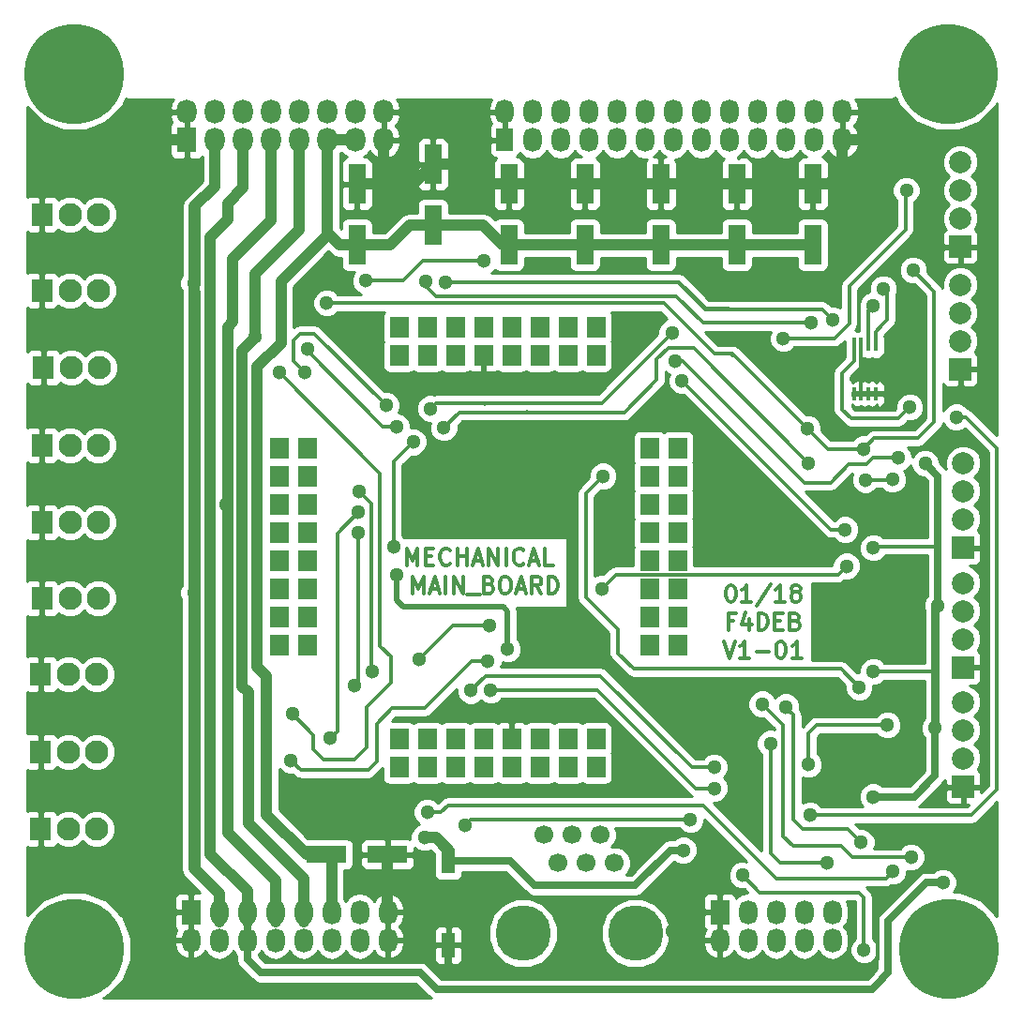
<source format=gtl>
G04 #@! TF.FileFunction,Copper,L1,Top,Signal*
%FSLAX46Y46*%
G04 Gerber Fmt 4.6, Leading zero omitted, Abs format (unit mm)*
G04 Created by KiCad (PCBNEW 4.0.6) date 01/14/18 21:20:21*
%MOMM*%
%LPD*%
G01*
G04 APERTURE LIST*
%ADD10C,0.150000*%
%ADD11C,0.300000*%
%ADD12O,1.680000X2.200000*%
%ADD13R,1.500000X2.000000*%
%ADD14O,1.800000X2.200000*%
%ADD15R,1.800000X2.200000*%
%ADD16C,8.999220*%
%ADD17C,2.000000*%
%ADD18R,1.899920X2.100580*%
%ADD19C,2.100580*%
%ADD20R,1.998980X1.998980*%
%ADD21C,1.998980*%
%ADD22R,1.700000X1.899920*%
%ADD23R,0.406400X1.270000*%
%ADD24C,1.700000*%
%ADD25C,5.000000*%
%ADD26R,1.700000X2.200000*%
%ADD27R,1.680000X2.200000*%
%ADD28R,1.300480X2.301240*%
%ADD29R,3.599180X1.600200*%
%ADD30R,1.600200X3.599180*%
%ADD31C,1.300000*%
%ADD32C,1.000000*%
%ADD33C,0.700000*%
%ADD34C,0.350000*%
%ADD35C,0.254000*%
%ADD36C,0.500000*%
G04 APERTURE END LIST*
D10*
D11*
X128191001Y-86036571D02*
X128333858Y-86036571D01*
X128476715Y-86108000D01*
X128548144Y-86179429D01*
X128619573Y-86322286D01*
X128691001Y-86608000D01*
X128691001Y-86965143D01*
X128619573Y-87250857D01*
X128548144Y-87393714D01*
X128476715Y-87465143D01*
X128333858Y-87536571D01*
X128191001Y-87536571D01*
X128048144Y-87465143D01*
X127976715Y-87393714D01*
X127905287Y-87250857D01*
X127833858Y-86965143D01*
X127833858Y-86608000D01*
X127905287Y-86322286D01*
X127976715Y-86179429D01*
X128048144Y-86108000D01*
X128191001Y-86036571D01*
X130119572Y-87536571D02*
X129262429Y-87536571D01*
X129691001Y-87536571D02*
X129691001Y-86036571D01*
X129548144Y-86250857D01*
X129405286Y-86393714D01*
X129262429Y-86465143D01*
X131833857Y-85965143D02*
X130548143Y-87893714D01*
X133119572Y-87536571D02*
X132262429Y-87536571D01*
X132691001Y-87536571D02*
X132691001Y-86036571D01*
X132548144Y-86250857D01*
X132405286Y-86393714D01*
X132262429Y-86465143D01*
X133976715Y-86679429D02*
X133833857Y-86608000D01*
X133762429Y-86536571D01*
X133691000Y-86393714D01*
X133691000Y-86322286D01*
X133762429Y-86179429D01*
X133833857Y-86108000D01*
X133976715Y-86036571D01*
X134262429Y-86036571D01*
X134405286Y-86108000D01*
X134476715Y-86179429D01*
X134548143Y-86322286D01*
X134548143Y-86393714D01*
X134476715Y-86536571D01*
X134405286Y-86608000D01*
X134262429Y-86679429D01*
X133976715Y-86679429D01*
X133833857Y-86750857D01*
X133762429Y-86822286D01*
X133691000Y-86965143D01*
X133691000Y-87250857D01*
X133762429Y-87393714D01*
X133833857Y-87465143D01*
X133976715Y-87536571D01*
X134262429Y-87536571D01*
X134405286Y-87465143D01*
X134476715Y-87393714D01*
X134548143Y-87250857D01*
X134548143Y-86965143D01*
X134476715Y-86822286D01*
X134405286Y-86750857D01*
X134262429Y-86679429D01*
X128512429Y-89300857D02*
X128012429Y-89300857D01*
X128012429Y-90086571D02*
X128012429Y-88586571D01*
X128726715Y-88586571D01*
X129941000Y-89086571D02*
X129941000Y-90086571D01*
X129583857Y-88515143D02*
X129226714Y-89586571D01*
X130155286Y-89586571D01*
X130726714Y-90086571D02*
X130726714Y-88586571D01*
X131083857Y-88586571D01*
X131298142Y-88658000D01*
X131441000Y-88800857D01*
X131512428Y-88943714D01*
X131583857Y-89229429D01*
X131583857Y-89443714D01*
X131512428Y-89729429D01*
X131441000Y-89872286D01*
X131298142Y-90015143D01*
X131083857Y-90086571D01*
X130726714Y-90086571D01*
X132226714Y-89300857D02*
X132726714Y-89300857D01*
X132941000Y-90086571D02*
X132226714Y-90086571D01*
X132226714Y-88586571D01*
X132941000Y-88586571D01*
X134083857Y-89300857D02*
X134298143Y-89372286D01*
X134369571Y-89443714D01*
X134441000Y-89586571D01*
X134441000Y-89800857D01*
X134369571Y-89943714D01*
X134298143Y-90015143D01*
X134155285Y-90086571D01*
X133583857Y-90086571D01*
X133583857Y-88586571D01*
X134083857Y-88586571D01*
X134226714Y-88658000D01*
X134298143Y-88729429D01*
X134369571Y-88872286D01*
X134369571Y-89015143D01*
X134298143Y-89158000D01*
X134226714Y-89229429D01*
X134083857Y-89300857D01*
X133583857Y-89300857D01*
X127619572Y-91136571D02*
X128119572Y-92636571D01*
X128619572Y-91136571D01*
X129905286Y-92636571D02*
X129048143Y-92636571D01*
X129476715Y-92636571D02*
X129476715Y-91136571D01*
X129333858Y-91350857D01*
X129191000Y-91493714D01*
X129048143Y-91565143D01*
X130548143Y-92065143D02*
X131691000Y-92065143D01*
X132691000Y-91136571D02*
X132833857Y-91136571D01*
X132976714Y-91208000D01*
X133048143Y-91279429D01*
X133119572Y-91422286D01*
X133191000Y-91708000D01*
X133191000Y-92065143D01*
X133119572Y-92350857D01*
X133048143Y-92493714D01*
X132976714Y-92565143D01*
X132833857Y-92636571D01*
X132691000Y-92636571D01*
X132548143Y-92565143D01*
X132476714Y-92493714D01*
X132405286Y-92350857D01*
X132333857Y-92065143D01*
X132333857Y-91708000D01*
X132405286Y-91422286D01*
X132476714Y-91279429D01*
X132548143Y-91208000D01*
X132691000Y-91136571D01*
X134619571Y-92636571D02*
X133762428Y-92636571D01*
X134191000Y-92636571D02*
X134191000Y-91136571D01*
X134048143Y-91350857D01*
X133905285Y-91493714D01*
X133762428Y-91565143D01*
X98973571Y-84239571D02*
X98973571Y-82739571D01*
X99473571Y-83811000D01*
X99973571Y-82739571D01*
X99973571Y-84239571D01*
X100687857Y-83453857D02*
X101187857Y-83453857D01*
X101402143Y-84239571D02*
X100687857Y-84239571D01*
X100687857Y-82739571D01*
X101402143Y-82739571D01*
X102902143Y-84096714D02*
X102830714Y-84168143D01*
X102616428Y-84239571D01*
X102473571Y-84239571D01*
X102259286Y-84168143D01*
X102116428Y-84025286D01*
X102045000Y-83882429D01*
X101973571Y-83596714D01*
X101973571Y-83382429D01*
X102045000Y-83096714D01*
X102116428Y-82953857D01*
X102259286Y-82811000D01*
X102473571Y-82739571D01*
X102616428Y-82739571D01*
X102830714Y-82811000D01*
X102902143Y-82882429D01*
X103545000Y-84239571D02*
X103545000Y-82739571D01*
X103545000Y-83453857D02*
X104402143Y-83453857D01*
X104402143Y-84239571D02*
X104402143Y-82739571D01*
X105045000Y-83811000D02*
X105759286Y-83811000D01*
X104902143Y-84239571D02*
X105402143Y-82739571D01*
X105902143Y-84239571D01*
X106402143Y-84239571D02*
X106402143Y-82739571D01*
X107259286Y-84239571D01*
X107259286Y-82739571D01*
X107973572Y-84239571D02*
X107973572Y-82739571D01*
X109545001Y-84096714D02*
X109473572Y-84168143D01*
X109259286Y-84239571D01*
X109116429Y-84239571D01*
X108902144Y-84168143D01*
X108759286Y-84025286D01*
X108687858Y-83882429D01*
X108616429Y-83596714D01*
X108616429Y-83382429D01*
X108687858Y-83096714D01*
X108759286Y-82953857D01*
X108902144Y-82811000D01*
X109116429Y-82739571D01*
X109259286Y-82739571D01*
X109473572Y-82811000D01*
X109545001Y-82882429D01*
X110116429Y-83811000D02*
X110830715Y-83811000D01*
X109973572Y-84239571D02*
X110473572Y-82739571D01*
X110973572Y-84239571D01*
X112187858Y-84239571D02*
X111473572Y-84239571D01*
X111473572Y-82739571D01*
X99509286Y-86789571D02*
X99509286Y-85289571D01*
X100009286Y-86361000D01*
X100509286Y-85289571D01*
X100509286Y-86789571D01*
X101152143Y-86361000D02*
X101866429Y-86361000D01*
X101009286Y-86789571D02*
X101509286Y-85289571D01*
X102009286Y-86789571D01*
X102509286Y-86789571D02*
X102509286Y-85289571D01*
X103223572Y-86789571D02*
X103223572Y-85289571D01*
X104080715Y-86789571D01*
X104080715Y-85289571D01*
X104437858Y-86932429D02*
X105580715Y-86932429D01*
X106437858Y-86003857D02*
X106652144Y-86075286D01*
X106723572Y-86146714D01*
X106795001Y-86289571D01*
X106795001Y-86503857D01*
X106723572Y-86646714D01*
X106652144Y-86718143D01*
X106509286Y-86789571D01*
X105937858Y-86789571D01*
X105937858Y-85289571D01*
X106437858Y-85289571D01*
X106580715Y-85361000D01*
X106652144Y-85432429D01*
X106723572Y-85575286D01*
X106723572Y-85718143D01*
X106652144Y-85861000D01*
X106580715Y-85932429D01*
X106437858Y-86003857D01*
X105937858Y-86003857D01*
X107723572Y-85289571D02*
X108009286Y-85289571D01*
X108152144Y-85361000D01*
X108295001Y-85503857D01*
X108366429Y-85789571D01*
X108366429Y-86289571D01*
X108295001Y-86575286D01*
X108152144Y-86718143D01*
X108009286Y-86789571D01*
X107723572Y-86789571D01*
X107580715Y-86718143D01*
X107437858Y-86575286D01*
X107366429Y-86289571D01*
X107366429Y-85789571D01*
X107437858Y-85503857D01*
X107580715Y-85361000D01*
X107723572Y-85289571D01*
X108937858Y-86361000D02*
X109652144Y-86361000D01*
X108795001Y-86789571D02*
X109295001Y-85289571D01*
X109795001Y-86789571D01*
X111152144Y-86789571D02*
X110652144Y-86075286D01*
X110295001Y-86789571D02*
X110295001Y-85289571D01*
X110866429Y-85289571D01*
X111009287Y-85361000D01*
X111080715Y-85432429D01*
X111152144Y-85575286D01*
X111152144Y-85789571D01*
X111080715Y-85932429D01*
X111009287Y-86003857D01*
X110866429Y-86075286D01*
X110295001Y-86075286D01*
X111795001Y-86789571D02*
X111795001Y-85289571D01*
X112152144Y-85289571D01*
X112366429Y-85361000D01*
X112509287Y-85503857D01*
X112580715Y-85646714D01*
X112652144Y-85932429D01*
X112652144Y-86146714D01*
X112580715Y-86432429D01*
X112509287Y-86575286D01*
X112366429Y-86718143D01*
X112152144Y-86789571D01*
X111795001Y-86789571D01*
D12*
X138303000Y-45847000D03*
X138303000Y-43307000D03*
X135763000Y-43307000D03*
X135763000Y-45847000D03*
X133223000Y-45847000D03*
X133223000Y-43307000D03*
X130683000Y-43307000D03*
X130683000Y-45847000D03*
X128143000Y-45847000D03*
X128143000Y-43307000D03*
X125603000Y-43307000D03*
X125603000Y-45847000D03*
X123063000Y-45847000D03*
X123063000Y-43307000D03*
X120523000Y-43307000D03*
X120523000Y-45847000D03*
X117983000Y-45847000D03*
X117983000Y-43307000D03*
X115443000Y-43307000D03*
X115443000Y-45847000D03*
D13*
X107823000Y-45847000D03*
D12*
X107823000Y-43307000D03*
X110363000Y-45847000D03*
X110363000Y-43307000D03*
X112903000Y-45847000D03*
X112903000Y-43307000D03*
D14*
X96901000Y-43307000D03*
X96901000Y-45847000D03*
X94361000Y-45847000D03*
X94361000Y-43307000D03*
X91821000Y-43307000D03*
X91821000Y-45847000D03*
X89281000Y-45847000D03*
X89281000Y-43307000D03*
X86741000Y-43307000D03*
X86741000Y-45847000D03*
D15*
X79121000Y-45847000D03*
D14*
X79121000Y-43307000D03*
X81661000Y-45847000D03*
X81661000Y-43307000D03*
X84201000Y-45847000D03*
X84201000Y-43307000D03*
D16*
X147828000Y-39878000D03*
D17*
X147828000Y-39878000D03*
D16*
X68961000Y-118872000D03*
D17*
X68961000Y-118872000D03*
D16*
X147955000Y-118872000D03*
D17*
X147955000Y-118872000D03*
D16*
X68961000Y-39878000D03*
D17*
X68961000Y-39878000D03*
D18*
X66040000Y-52578000D03*
D19*
X68580000Y-52578000D03*
X71120000Y-52578000D03*
D18*
X66040000Y-59436000D03*
D19*
X68580000Y-59436000D03*
X71120000Y-59436000D03*
D18*
X66167000Y-66421000D03*
D19*
X68707000Y-66421000D03*
X71247000Y-66421000D03*
D18*
X66040000Y-73406000D03*
D19*
X68580000Y-73406000D03*
X71120000Y-73406000D03*
D18*
X66040000Y-80391000D03*
D19*
X68580000Y-80391000D03*
X71120000Y-80391000D03*
D18*
X66040000Y-87249000D03*
D19*
X68580000Y-87249000D03*
X71120000Y-87249000D03*
D18*
X65913000Y-94107000D03*
D19*
X68453000Y-94107000D03*
X70993000Y-94107000D03*
D18*
X65913000Y-101092000D03*
D19*
X68453000Y-101092000D03*
X70993000Y-101092000D03*
D18*
X65913000Y-108077000D03*
D19*
X68453000Y-108077000D03*
X70993000Y-108077000D03*
D20*
X148971000Y-55499000D03*
D21*
X148971000Y-52959000D03*
X148971000Y-50419000D03*
X148971000Y-47879000D03*
D20*
X149225000Y-82677000D03*
D21*
X149225000Y-80137000D03*
X149225000Y-77597000D03*
X149225000Y-75057000D03*
D20*
X149225000Y-104267000D03*
D21*
X149225000Y-101727000D03*
X149225000Y-99187000D03*
X149225000Y-96647000D03*
D20*
X148971000Y-66548000D03*
D21*
X148971000Y-64008000D03*
X148971000Y-61468000D03*
X148971000Y-58928000D03*
D20*
X149225000Y-93472000D03*
D21*
X149225000Y-90932000D03*
X149225000Y-88392000D03*
X149225000Y-85852000D03*
D22*
X116078000Y-99946460D03*
X116078000Y-102486460D03*
X113538000Y-99946460D03*
X113538000Y-102486460D03*
X110998000Y-99946460D03*
X110998000Y-102486460D03*
X108458000Y-99946460D03*
X108458000Y-102486460D03*
X105918000Y-99946460D03*
X105918000Y-102486460D03*
X103378000Y-99946460D03*
X103378000Y-102486460D03*
X100838000Y-99946460D03*
X100838000Y-102486460D03*
X98298000Y-99946460D03*
X98298000Y-102486460D03*
X116078000Y-62738000D03*
X116078000Y-65278000D03*
X113538000Y-62738000D03*
X113538000Y-65278000D03*
X110998000Y-62738000D03*
X110998000Y-65278000D03*
X108458000Y-62738000D03*
X108458000Y-65278000D03*
X105918000Y-62738000D03*
X105918000Y-65278000D03*
X103378000Y-62738000D03*
X103378000Y-65278000D03*
X100838000Y-62738000D03*
X100838000Y-65278000D03*
X98298000Y-62738000D03*
X98298000Y-65278000D03*
X120904000Y-73660000D03*
X123444000Y-73660000D03*
X120904000Y-76200000D03*
X123444000Y-76200000D03*
X120904000Y-78740000D03*
X123444000Y-78740000D03*
X120904000Y-81280000D03*
X123444000Y-81280000D03*
X120904000Y-83820000D03*
X123444000Y-83820000D03*
X120904000Y-86360000D03*
X123444000Y-86360000D03*
X120904000Y-88900000D03*
X123444000Y-88900000D03*
X120904000Y-91440000D03*
X123444000Y-91440000D03*
X87503000Y-91440000D03*
X90043000Y-91440000D03*
X87503000Y-88900000D03*
X90043000Y-88900000D03*
X87503000Y-86360000D03*
X90043000Y-86360000D03*
X87503000Y-83820000D03*
X90043000Y-83820000D03*
X87503000Y-81280000D03*
X90043000Y-81280000D03*
X87503000Y-78740000D03*
X90043000Y-78740000D03*
X87503000Y-76200000D03*
X90043000Y-76200000D03*
X87503000Y-73660000D03*
X90043000Y-73660000D03*
D23*
X139357100Y-68770500D03*
X140004800Y-68770500D03*
X140665200Y-68770500D03*
X141312900Y-68770500D03*
X141312900Y-64325500D03*
X140665200Y-64325500D03*
X140004800Y-64325500D03*
X139357100Y-64325500D03*
D24*
X115189000Y-111125000D03*
X112649000Y-111125000D03*
X117729000Y-111125000D03*
X111379000Y-108585000D03*
X113919000Y-108585000D03*
X116459000Y-108585000D03*
D25*
X119634000Y-117475000D03*
X109474000Y-117475000D03*
D12*
X97282000Y-115570000D03*
X97282000Y-118110000D03*
X94742000Y-115570000D03*
X94742000Y-118110000D03*
X92202000Y-115570000D03*
X92202000Y-118110000D03*
X89662000Y-115570000D03*
X89662000Y-118110000D03*
X87122000Y-115570000D03*
X87122000Y-118110000D03*
X84582000Y-115570000D03*
X84582000Y-118110000D03*
X82042000Y-115570000D03*
X82042000Y-118110000D03*
D26*
X79502000Y-115570000D03*
D12*
X79502000Y-118110000D03*
X137414000Y-115570000D03*
X137414000Y-118110000D03*
X134874000Y-115570000D03*
X134874000Y-118110000D03*
X132334000Y-115570000D03*
X132334000Y-118110000D03*
X129794000Y-115570000D03*
X129794000Y-118110000D03*
D27*
X127254000Y-115570000D03*
D12*
X127254000Y-118110000D03*
D28*
X102743000Y-110934500D03*
X102743000Y-118554500D03*
D29*
X91737180Y-110363000D03*
X97238820Y-110363000D03*
D30*
X94488000Y-55328820D03*
X94488000Y-49827180D03*
X101346000Y-53550820D03*
X101346000Y-48049180D03*
X108204000Y-55328820D03*
X108204000Y-49827180D03*
X115062000Y-55328820D03*
X115062000Y-49827180D03*
X121920000Y-55328820D03*
X121920000Y-49827180D03*
X128778000Y-55328820D03*
X128778000Y-49827180D03*
X135636000Y-55328820D03*
X135636000Y-49827180D03*
D31*
X85318600Y-63601600D03*
X82677000Y-78740000D03*
X147396200Y-112903000D03*
X141097000Y-105156000D03*
X146685000Y-98933000D03*
X141097000Y-82677000D03*
X146939000Y-87884000D03*
X145796000Y-75057000D03*
X144399000Y-69977000D03*
X141097000Y-93853000D03*
X135280400Y-75006200D03*
X102336600Y-71831200D03*
X131826000Y-100330000D03*
X136906000Y-111125000D03*
X101142800Y-70104000D03*
X122936000Y-63246000D03*
X98044000Y-71755000D03*
X90017600Y-64693800D03*
X97104200Y-69799200D03*
X89763600Y-66852800D03*
X95300800Y-58572400D03*
X105918000Y-56769000D03*
X99568000Y-73126600D03*
X97790000Y-82550000D03*
X94716600Y-77622400D03*
X95885000Y-93853000D03*
X88646000Y-97663000D03*
X87503000Y-66865500D03*
X94615000Y-81280000D03*
X94234000Y-95123000D03*
X106324400Y-92913200D03*
X88519000Y-101854000D03*
X94615000Y-79476600D03*
X92075000Y-99885500D03*
X100076000Y-92710000D03*
X106426000Y-89662000D03*
X123952000Y-109982000D03*
X100584000Y-108839000D03*
X123190000Y-65786000D03*
X143383000Y-74549000D03*
X135382000Y-106807000D03*
X148590000Y-70866000D03*
X116586000Y-86360000D03*
X138684000Y-84328000D03*
X124602240Y-107188000D03*
X135255000Y-102235000D03*
X142367000Y-98679000D03*
X104267000Y-107696000D03*
X137464800Y-62077600D03*
X102489000Y-58674000D03*
X131064000Y-96774000D03*
X144526000Y-110617000D03*
X132969000Y-63754000D03*
X144094200Y-50393600D03*
X106553000Y-95504000D03*
X126746000Y-104394000D03*
X141071600Y-60833000D03*
X135509000Y-62357000D03*
X100685600Y-58623200D03*
X133223000Y-97028000D03*
X140017500Y-109283500D03*
X104775000Y-95567500D03*
X126746000Y-102489000D03*
X142011400Y-59283600D03*
X142849600Y-76504800D03*
X140385800Y-76530200D03*
X104775000Y-80492600D03*
X123926600Y-115590320D03*
X122966480Y-117281960D03*
X75412600Y-107340400D03*
X75209400Y-100482400D03*
X75336400Y-93726000D03*
X75107800Y-87325200D03*
X76987400Y-75869800D03*
X76809600Y-68275200D03*
X77393800Y-54660800D03*
X73380600Y-114147600D03*
X74574400Y-115341400D03*
X151155400Y-111379000D03*
X151130000Y-109499400D03*
X149250400Y-109499400D03*
X115163600Y-91948000D03*
X115163600Y-90195400D03*
X113284000Y-91948000D03*
X113284000Y-90170000D03*
X142367000Y-114363500D03*
X149225000Y-111379000D03*
X143383000Y-67056000D03*
X143383000Y-56515000D03*
X144703800Y-57607200D03*
X79756000Y-58775600D03*
X91757500Y-60579000D03*
X79756000Y-86741000D03*
X140233400Y-73736200D03*
X135178800Y-71932800D03*
X108077000Y-91821000D03*
X98044000Y-85090000D03*
X140271500Y-118960900D03*
X129306320Y-112227360D03*
X142875000Y-111887000D03*
X100838000Y-106553000D03*
X123825000Y-67564000D03*
X138557000Y-81026000D03*
X116713000Y-76200000D03*
X139827000Y-95250000D03*
D32*
X85318600Y-63601600D02*
X85318600Y-63677800D01*
X85318600Y-63677800D02*
X84137500Y-64858900D01*
X89281000Y-45847000D02*
X89281000Y-53975000D01*
X85318600Y-57937400D02*
X85318600Y-63601600D01*
X89281000Y-53975000D02*
X85318600Y-57937400D01*
X89662000Y-116459000D02*
X89662000Y-112572800D01*
X84137500Y-64858900D02*
X84137500Y-95211900D01*
X84658200Y-105537000D02*
X84658200Y-95732600D01*
X84658200Y-95732600D02*
X84137500Y-95211900D01*
X89662000Y-112572800D02*
X84658200Y-107569000D01*
X84658200Y-107569000D02*
X84658200Y-105537000D01*
X94488000Y-55328820D02*
X92920820Y-55328820D01*
X92920820Y-55328820D02*
X91821000Y-54229000D01*
X101346000Y-53550820D02*
X99230180Y-53550820D01*
X97452180Y-55328820D02*
X94488000Y-55328820D01*
X99230180Y-53550820D02*
X97452180Y-55328820D01*
X108204000Y-55328820D02*
X107652820Y-55328820D01*
X107652820Y-55328820D02*
X105874820Y-53550820D01*
X105874820Y-53550820D02*
X101346000Y-53550820D01*
X115062000Y-55328820D02*
X108204000Y-55328820D01*
X121920000Y-55328820D02*
X115062000Y-55328820D01*
X128778000Y-55328820D02*
X121920000Y-55328820D01*
X135636000Y-55328820D02*
X128778000Y-55328820D01*
X86334600Y-102616000D02*
X86334600Y-106781600D01*
X85471000Y-93421200D02*
X85471000Y-67945000D01*
X85471000Y-67945000D02*
X85471000Y-67716400D01*
X86334600Y-102616000D02*
X86334600Y-94284800D01*
X86334600Y-94284800D02*
X85471000Y-93421200D01*
X85471000Y-66344800D02*
X87630000Y-64185800D01*
X87630000Y-64185800D02*
X87630000Y-58623200D01*
X87630000Y-58623200D02*
X91821000Y-54432200D01*
X91821000Y-54432200D02*
X91821000Y-54229000D01*
X85471000Y-67716400D02*
X85471000Y-66344800D01*
X86334600Y-106781600D02*
X89916000Y-110363000D01*
X89916000Y-110363000D02*
X91737180Y-110363000D01*
X92202000Y-115570000D02*
X92202000Y-110827820D01*
X92202000Y-110827820D02*
X91737180Y-110363000D01*
X91821000Y-54229000D02*
X91821000Y-45847000D01*
X91821000Y-45847000D02*
X94361000Y-45847000D01*
X86741000Y-49733200D02*
X86741000Y-53136800D01*
X83261200Y-62280800D02*
X82804000Y-62738000D01*
X83261200Y-56616600D02*
X83261200Y-62280800D01*
X86741000Y-53136800D02*
X83261200Y-56616600D01*
X87122000Y-116459000D02*
X87122000Y-112750600D01*
X82804000Y-108432600D02*
X82804000Y-89204800D01*
X87122000Y-112750600D02*
X82804000Y-108432600D01*
X82677000Y-78740000D02*
X82804000Y-78740000D01*
X82804000Y-78740000D02*
X82677000Y-78740000D01*
X82677000Y-78740000D02*
X82804000Y-78740000D01*
X86741000Y-49733200D02*
X86741000Y-45847000D01*
X82804000Y-89204800D02*
X82804000Y-78740000D01*
X82804000Y-78740000D02*
X82804000Y-62738000D01*
D33*
X146939000Y-87884000D02*
X146939000Y-76200000D01*
X146939000Y-76200000D02*
X145796000Y-75057000D01*
X146685000Y-98933000D02*
X146685000Y-88138000D01*
X146685000Y-88138000D02*
X146939000Y-87884000D01*
X141097000Y-105156000D02*
X144780000Y-105156000D01*
X144780000Y-105156000D02*
X146685000Y-103251000D01*
X146685000Y-103251000D02*
X146685000Y-98933000D01*
X141935200Y-121640600D02*
X141935200Y-121564400D01*
X100203000Y-121031000D02*
X101727000Y-122555000D01*
X101727000Y-122555000D02*
X141020800Y-122555000D01*
X141020800Y-122555000D02*
X141935200Y-121640600D01*
X98120200Y-121031000D02*
X100203000Y-121031000D01*
X145897600Y-112903000D02*
X147396200Y-112903000D01*
X142443200Y-116357400D02*
X145897600Y-112903000D01*
X142443200Y-121056400D02*
X142443200Y-116357400D01*
X141935200Y-121564400D02*
X142443200Y-121056400D01*
X84582000Y-118110000D02*
X84582000Y-119837200D01*
X85775800Y-121031000D02*
X98120200Y-121031000D01*
X84582000Y-119837200D02*
X85775800Y-121031000D01*
X84582000Y-115570000D02*
X84582000Y-118110000D01*
D34*
X141097000Y-93853000D02*
X146939000Y-93853000D01*
X146939000Y-93853000D02*
X146939000Y-93878400D01*
X146939000Y-87884000D02*
X146939000Y-93878400D01*
X146939000Y-93878400D02*
X146939000Y-98679000D01*
X146939000Y-98679000D02*
X146685000Y-98933000D01*
D32*
X84201000Y-45847000D02*
X84201000Y-50165000D01*
D34*
X139357100Y-64325500D02*
X139357100Y-65824100D01*
X143357600Y-71018400D02*
X144399000Y-69977000D01*
X139115800Y-71018400D02*
X143357600Y-71018400D01*
X138277600Y-70180200D02*
X139115800Y-71018400D01*
X138277600Y-66903600D02*
X138277600Y-70180200D01*
X139357100Y-65824100D02*
X138277600Y-66903600D01*
D32*
X84582000Y-116459000D02*
X84582000Y-113665000D01*
X84582000Y-113665000D02*
X81229200Y-110312200D01*
D34*
X146685000Y-103251000D02*
X146685000Y-98933000D01*
X144780000Y-105156000D02*
X146685000Y-103251000D01*
X146939000Y-82550000D02*
X141224000Y-82550000D01*
X141224000Y-82550000D02*
X141097000Y-82677000D01*
X146939000Y-76200000D02*
X146939000Y-82550000D01*
X146939000Y-82550000D02*
X146939000Y-87884000D01*
X145796000Y-75057000D02*
X146939000Y-76200000D01*
D32*
X81229200Y-58369200D02*
X81229200Y-54635400D01*
X82804000Y-53060600D02*
X82804000Y-51562000D01*
X81229200Y-54635400D02*
X82804000Y-53060600D01*
X81229200Y-110312200D02*
X81229200Y-58369200D01*
X82804000Y-51562000D02*
X84201000Y-50165000D01*
D34*
X124917200Y-64643000D02*
X123825000Y-64643000D01*
X135280400Y-75006200D02*
X124917200Y-64643000D01*
X109804200Y-70408800D02*
X109804200Y-70459600D01*
X109753400Y-70459600D02*
X109804200Y-70408800D01*
X103708200Y-70459600D02*
X109753400Y-70459600D01*
X102336600Y-71831200D02*
X103708200Y-70459600D01*
X132715000Y-111125000D02*
X131826000Y-110236000D01*
X131826000Y-110236000D02*
X131826000Y-100330000D01*
X136906000Y-111125000D02*
X132715000Y-111125000D01*
X122605800Y-64643000D02*
X123825000Y-64643000D01*
X121564400Y-65684400D02*
X122605800Y-64643000D01*
X121564400Y-67513200D02*
X121564400Y-65684400D01*
X118618000Y-70459600D02*
X121564400Y-67513200D01*
X109804200Y-70459600D02*
X118618000Y-70459600D01*
X105994200Y-69748400D02*
X105994200Y-69596000D01*
X105841800Y-69596000D02*
X105994200Y-69748400D01*
X101650800Y-69596000D02*
X105841800Y-69596000D01*
X101142800Y-70104000D02*
X101650800Y-69596000D01*
X122936000Y-63246000D02*
X116586000Y-69596000D01*
X116586000Y-69596000D02*
X105994200Y-69596000D01*
X90017600Y-64897000D02*
X90017600Y-64693800D01*
X96824800Y-71704200D02*
X90017600Y-64897000D01*
X97993200Y-71704200D02*
X96824800Y-71704200D01*
X98044000Y-71755000D02*
X97993200Y-71704200D01*
X89331800Y-63347600D02*
X88747600Y-63931800D01*
X90652600Y-63347600D02*
X89331800Y-63347600D01*
X97104200Y-69799200D02*
X90652600Y-63347600D01*
X88747600Y-65836800D02*
X89763600Y-66852800D01*
X88747600Y-63931800D02*
X88747600Y-65836800D01*
X95300800Y-58572400D02*
X98653600Y-58572400D01*
X100457000Y-56769000D02*
X105918000Y-56769000D01*
X98653600Y-58572400D02*
X100457000Y-56769000D01*
X97790000Y-82550000D02*
X97790000Y-74904600D01*
X97790000Y-74904600D02*
X99568000Y-73126600D01*
X99568000Y-73126600D02*
X97790000Y-74904600D01*
X95758000Y-79654400D02*
X95758000Y-78663800D01*
X95758000Y-78663800D02*
X94716600Y-77622400D01*
X94716600Y-77622400D02*
X95758000Y-78663800D01*
X95758000Y-93726000D02*
X95885000Y-93853000D01*
X95758000Y-79654400D02*
X95758000Y-93726000D01*
X96583500Y-80873600D02*
X96583500Y-75946000D01*
X96583500Y-75946000D02*
X87503000Y-66865500D01*
X97536000Y-94869000D02*
X95377000Y-97028000D01*
X96583500Y-91567000D02*
X97536000Y-92519500D01*
X96583500Y-80873600D02*
X96583500Y-91567000D01*
X97536000Y-92519500D02*
X97536000Y-94869000D01*
X94297500Y-101790500D02*
X93789500Y-101790500D01*
X95377000Y-100711000D02*
X94297500Y-101790500D01*
X95377000Y-97028000D02*
X95377000Y-100711000D01*
X88646000Y-97663000D02*
X90551000Y-99568000D01*
X90551000Y-99568000D02*
X90551000Y-100838000D01*
X90551000Y-100838000D02*
X91503500Y-101790500D01*
X91503500Y-101790500D02*
X93789500Y-101790500D01*
X94615000Y-94742000D02*
X94615000Y-89916000D01*
X94234000Y-95123000D02*
X94615000Y-94742000D01*
X94615000Y-89916000D02*
X94615000Y-81280000D01*
X98869500Y-97155000D02*
X100609400Y-97155000D01*
X104851200Y-92913200D02*
X106324400Y-92913200D01*
X100609400Y-97155000D02*
X104851200Y-92913200D01*
X95504000Y-102743000D02*
X96266000Y-101981000D01*
X89408000Y-102743000D02*
X95504000Y-102743000D01*
X88519000Y-101854000D02*
X89408000Y-102743000D01*
X96266000Y-101981000D02*
X96266000Y-98552000D01*
X96266000Y-98552000D02*
X97663000Y-97155000D01*
X97663000Y-97155000D02*
X98869500Y-97155000D01*
X98869500Y-97155000D02*
X97663000Y-97155000D01*
X92735400Y-83261200D02*
X92710000Y-83261200D01*
X92710000Y-83235800D02*
X92735400Y-83261200D01*
X92710000Y-81381600D02*
X92710000Y-83235800D01*
X94615000Y-79476600D02*
X92710000Y-81381600D01*
X92710000Y-95567500D02*
X92710000Y-99250500D01*
X92710000Y-99250500D02*
X92075000Y-99885500D01*
X92710000Y-92583000D02*
X92710000Y-95567500D01*
X92710000Y-83261200D02*
X92710000Y-92583000D01*
X92710000Y-92583000D02*
X92710000Y-92773500D01*
X103124000Y-89662000D02*
X106426000Y-89662000D01*
X100076000Y-92710000D02*
X103124000Y-89662000D01*
D33*
X102743000Y-110934500D02*
X108292900Y-110934500D01*
X122783600Y-109982000D02*
X123952000Y-109982000D01*
X119608600Y-113157000D02*
X122783600Y-109982000D01*
X110515400Y-113157000D02*
X119608600Y-113157000D01*
X108292900Y-110934500D02*
X110515400Y-113157000D01*
D32*
X102743000Y-110934500D02*
X102743000Y-109982000D01*
X102743000Y-109982000D02*
X101600000Y-108839000D01*
X101600000Y-108839000D02*
X100584000Y-108839000D01*
X102743000Y-110934500D02*
X102743000Y-109918500D01*
X102743000Y-109918500D02*
X101663500Y-108839000D01*
X101663500Y-108839000D02*
X100584000Y-108839000D01*
X100584000Y-108839000D02*
X101663500Y-108839000D01*
X101663500Y-108839000D02*
X102743000Y-109918500D01*
D34*
X143383000Y-74549000D02*
X141122400Y-74549000D01*
X138912600Y-75158600D02*
X137287000Y-76784200D01*
X140512800Y-75158600D02*
X138912600Y-75158600D01*
X141122400Y-74549000D02*
X140512800Y-75158600D01*
X123190000Y-65786000D02*
X123926600Y-65786000D01*
X123926600Y-65786000D02*
X134924800Y-76784200D01*
X134924800Y-76784200D02*
X137287000Y-76784200D01*
X152273000Y-102235000D02*
X152273000Y-104521000D01*
X149987000Y-106807000D02*
X135382000Y-106807000D01*
X152273000Y-104521000D02*
X149987000Y-106807000D01*
X152273000Y-76962000D02*
X152273000Y-73660000D01*
X149479000Y-70866000D02*
X148590000Y-70866000D01*
X152273000Y-73660000D02*
X149479000Y-70866000D01*
X152273000Y-102235000D02*
X152273000Y-76962000D01*
X137922000Y-85090000D02*
X138684000Y-84328000D01*
X117856000Y-85090000D02*
X137922000Y-85090000D01*
X116586000Y-86360000D02*
X117856000Y-85090000D01*
X122539760Y-107188000D02*
X124602240Y-107188000D01*
X118526560Y-107188000D02*
X122539760Y-107188000D01*
X118364000Y-107188000D02*
X118526560Y-107188000D01*
X135255000Y-102235000D02*
X135255000Y-99441000D01*
X135255000Y-99441000D02*
X136017000Y-98679000D01*
X136017000Y-98679000D02*
X142367000Y-98679000D01*
X117094000Y-107188000D02*
X118364000Y-107188000D01*
X104775000Y-107188000D02*
X117094000Y-107188000D01*
X104267000Y-107696000D02*
X104775000Y-107188000D01*
X137464800Y-62077600D02*
X136525000Y-61137800D01*
X136525000Y-61137800D02*
X125907800Y-61137800D01*
X123444000Y-58674000D02*
X102489000Y-58674000D01*
X125907800Y-61137800D02*
X123444000Y-58674000D01*
X121539000Y-58674000D02*
X123560670Y-58674000D01*
X121234200Y-58674000D02*
X110109000Y-58674000D01*
X110109000Y-58674000D02*
X105308400Y-58674000D01*
X136525000Y-61137800D02*
X128016000Y-61137800D01*
X121539000Y-58674000D02*
X121234200Y-58674000D01*
X123560670Y-58674000D02*
X125973670Y-61087000D01*
X125973670Y-61087000D02*
X128016000Y-61087000D01*
X128016000Y-61087000D02*
X128016000Y-61137800D01*
X102489000Y-58674000D02*
X105308400Y-58674000D01*
X105308400Y-58674000D02*
X105308400Y-58724800D01*
X105308400Y-58724800D02*
X105308400Y-58674000D01*
X105308400Y-58674000D02*
X103378000Y-58674000D01*
X137858500Y-109601000D02*
X138239500Y-109601000D01*
X132969000Y-98679000D02*
X132969000Y-106553000D01*
X131064000Y-96774000D02*
X132969000Y-98679000D01*
X133858000Y-109601000D02*
X132969000Y-108712000D01*
X132969000Y-108712000D02*
X132969000Y-106553000D01*
X137858500Y-109601000D02*
X133858000Y-109601000D01*
X138239500Y-109601000D02*
X139255500Y-110617000D01*
X139255500Y-110617000D02*
X144526000Y-110617000D01*
X138938000Y-61722000D02*
X138938000Y-62433200D01*
X138938000Y-62433200D02*
X137617200Y-63754000D01*
X137617200Y-63754000D02*
X132969000Y-63754000D01*
X138938000Y-59004200D02*
X144018000Y-53924200D01*
X138938000Y-61722000D02*
X138938000Y-59004200D01*
X144018000Y-50469800D02*
X144018000Y-53924200D01*
X144094200Y-50393600D02*
X144018000Y-50469800D01*
X112649000Y-95504000D02*
X116205000Y-95504000D01*
X125095000Y-104394000D02*
X126746000Y-104394000D01*
X116205000Y-95504000D02*
X125095000Y-104394000D01*
X106553000Y-95504000D02*
X112649000Y-95504000D01*
X140665200Y-64325500D02*
X140665200Y-61239400D01*
X140665200Y-61239400D02*
X141071600Y-60833000D01*
D35*
X141071600Y-60833000D02*
X140957300Y-60718700D01*
X140957300Y-60718700D02*
X141071600Y-60833000D01*
D34*
X100685600Y-58623200D02*
X100685600Y-59029600D01*
X125730000Y-62357000D02*
X135509000Y-62357000D01*
X123317000Y-59944000D02*
X125730000Y-62357000D01*
X101600000Y-59944000D02*
X123317000Y-59944000D01*
X100685600Y-59029600D02*
X101600000Y-59944000D01*
X133223000Y-97028000D02*
X133223000Y-97104200D01*
X133883400Y-107213400D02*
X134747000Y-108077000D01*
X133883400Y-97764600D02*
X133883400Y-107213400D01*
X133223000Y-97104200D02*
X133883400Y-97764600D01*
X134747000Y-108077000D02*
X135699500Y-108077000D01*
X135699500Y-108077000D02*
X138811000Y-108077000D01*
X138811000Y-108077000D02*
X140017500Y-109283500D01*
X106456480Y-94234000D02*
X116459000Y-94234000D01*
X116459000Y-94234000D02*
X124714000Y-102489000D01*
X106108500Y-94234000D02*
X106456480Y-94234000D01*
X104775000Y-95567500D02*
X106108500Y-94234000D01*
X125349000Y-102489000D02*
X126746000Y-102489000D01*
X124714000Y-102489000D02*
X125349000Y-102489000D01*
X116459000Y-94234000D02*
X124714000Y-102489000D01*
X142392400Y-62077600D02*
X141935200Y-62534800D01*
X142392400Y-59664600D02*
X142392400Y-62077600D01*
X142011400Y-59283600D02*
X142392400Y-59664600D01*
X141312900Y-63157100D02*
X141312900Y-64325500D01*
X141935200Y-62534800D02*
X141312900Y-63157100D01*
X142849600Y-76504800D02*
X142824200Y-76530200D01*
X142824200Y-76530200D02*
X140385800Y-76530200D01*
X142367000Y-114363500D02*
X143090900Y-114363500D01*
X146075400Y-111379000D02*
X149225000Y-111379000D01*
X143090900Y-114363500D02*
X146075400Y-111379000D01*
X122966480Y-117281960D02*
X122966480Y-118851680D01*
X122966480Y-118851680D02*
X124434600Y-120319800D01*
X141528800Y-115201700D02*
X142367000Y-114363500D01*
X141528800Y-119837200D02*
X141528800Y-115201700D01*
X141046200Y-120319800D02*
X141528800Y-119837200D01*
X124434600Y-120319800D02*
X141046200Y-120319800D01*
D33*
X102743000Y-118554500D02*
X102743000Y-120650000D01*
X103327200Y-121234200D02*
X121285000Y-121234200D01*
X121285000Y-121234200D02*
X122966480Y-119552720D01*
X122966480Y-119552720D02*
X122966480Y-117281960D01*
X102743000Y-120650000D02*
X103327200Y-121234200D01*
D32*
X104775000Y-80492600D02*
X112547400Y-80492600D01*
X112547400Y-80492600D02*
X112649000Y-80391000D01*
X112649000Y-80391000D02*
X113919000Y-81661000D01*
X113919000Y-89535000D02*
X113284000Y-90170000D01*
X113919000Y-81661000D02*
X113919000Y-89535000D01*
D34*
X104775000Y-80492600D02*
X104775000Y-80518000D01*
D32*
X135636000Y-49827180D02*
X137116820Y-49827180D01*
X138303000Y-48641000D02*
X138303000Y-45847000D01*
X137116820Y-49827180D02*
X138303000Y-48641000D01*
X128778000Y-49827180D02*
X135636000Y-49827180D01*
X121920000Y-49827180D02*
X128778000Y-49827180D01*
X115062000Y-49827180D02*
X121920000Y-49827180D01*
X108204000Y-49827180D02*
X115062000Y-49827180D01*
X101346000Y-48049180D02*
X104818180Y-48049180D01*
X106596180Y-49827180D02*
X108204000Y-49827180D01*
X104818180Y-48049180D02*
X106596180Y-49827180D01*
X96901000Y-45847000D02*
X96901000Y-49827180D01*
X96901000Y-49827180D02*
X96901000Y-49657000D01*
X96901000Y-49657000D02*
X96901000Y-49827180D01*
X94488000Y-49827180D02*
X96901000Y-49827180D01*
X96901000Y-49827180D02*
X99568000Y-49827180D01*
X99568000Y-49827180D02*
X101346000Y-48049180D01*
X97238820Y-110363000D02*
X97238820Y-115526820D01*
X97238820Y-115526820D02*
X97282000Y-115570000D01*
D34*
X143383000Y-56515000D02*
X143383000Y-58140600D01*
X145262600Y-60020200D02*
X145262600Y-60731400D01*
X143383000Y-58140600D02*
X145262600Y-60020200D01*
X143383000Y-67056000D02*
X144678400Y-67056000D01*
X144678400Y-67056000D02*
X145262600Y-66471800D01*
X145262600Y-66471800D02*
X145262600Y-60731400D01*
X75361800Y-107289600D02*
X73380600Y-107289600D01*
X75412600Y-107340400D02*
X75361800Y-107289600D01*
X75158600Y-100533200D02*
X73380600Y-100533200D01*
X75209400Y-100482400D02*
X75158600Y-100533200D01*
X75285600Y-93675200D02*
X73380600Y-93675200D01*
X75336400Y-93726000D02*
X75285600Y-93675200D01*
X75107800Y-87325200D02*
X73380600Y-87325200D01*
X73380600Y-87325200D02*
X73685400Y-87325200D01*
X73685400Y-87325200D02*
X73380600Y-87325200D01*
X76860400Y-75742800D02*
X73380600Y-75742800D01*
X76987400Y-75869800D02*
X76860400Y-75742800D01*
X76784200Y-68249800D02*
X73380600Y-68249800D01*
X76809600Y-68275200D02*
X76784200Y-68249800D01*
X73380600Y-61391800D02*
X73583800Y-61391800D01*
X73583800Y-61391800D02*
X73380600Y-61391800D01*
X77393800Y-54660800D02*
X73380600Y-54660800D01*
X73380600Y-54660800D02*
X73558400Y-54660800D01*
X73558400Y-54660800D02*
X73380600Y-54660800D01*
D32*
X73444100Y-114211100D02*
X73380600Y-114147600D01*
X79121000Y-45847000D02*
X75082400Y-45847000D01*
X75082400Y-45847000D02*
X73380600Y-47548800D01*
X73380600Y-47548800D02*
X73380600Y-54660800D01*
X73444100Y-114211100D02*
X74574400Y-115341400D01*
X73380600Y-54660800D02*
X73380600Y-61391800D01*
X73380600Y-61391800D02*
X73380600Y-68249800D01*
X73380600Y-68249800D02*
X73380600Y-75742800D01*
X73380600Y-75742800D02*
X73380600Y-87325200D01*
X73380600Y-87325200D02*
X73380600Y-93675200D01*
X73380600Y-93675200D02*
X73380600Y-100533200D01*
X73380600Y-100533200D02*
X73380600Y-107289600D01*
X73380600Y-107289600D02*
X73380600Y-114147600D01*
D34*
X115163600Y-91948000D02*
X115163600Y-90195400D01*
X115138200Y-90170000D02*
X113284000Y-90170000D01*
X115138200Y-90170000D02*
X115163600Y-90195400D01*
X113284000Y-90170000D02*
X113284000Y-91948000D01*
D32*
X138303000Y-45847000D02*
X142113000Y-45847000D01*
X142113000Y-45847000D02*
X143510000Y-47244000D01*
X143510000Y-47244000D02*
X145542000Y-47244000D01*
X145542000Y-47244000D02*
X146304000Y-48006000D01*
X146304000Y-48006000D02*
X146304000Y-53594000D01*
X146304000Y-53594000D02*
X143383000Y-56515000D01*
D34*
X140004800Y-64325500D02*
X140004800Y-68770500D01*
X141312900Y-68770500D02*
X142811500Y-68770500D01*
X142811500Y-68770500D02*
X143383000Y-68199000D01*
X143383000Y-68199000D02*
X143383000Y-67056000D01*
X140665200Y-68770500D02*
X141312900Y-68770500D01*
X140004800Y-68770500D02*
X140665200Y-68770500D01*
X139357100Y-68770500D02*
X140004800Y-68770500D01*
D32*
X82042000Y-113944400D02*
X79756000Y-111658400D01*
X79756000Y-111658400D02*
X79756000Y-86741000D01*
X82042000Y-116459000D02*
X82042000Y-113944400D01*
X82042000Y-113944400D02*
X79832200Y-111734600D01*
X79832200Y-111734600D02*
X79832200Y-59613800D01*
D34*
X120904000Y-60579000D02*
X122174000Y-60579000D01*
X126746000Y-65151000D02*
X128397000Y-65151000D01*
X122174000Y-60579000D02*
X126746000Y-65151000D01*
X128397000Y-65151000D02*
X128397000Y-65278000D01*
X128397000Y-65278000D02*
X128397000Y-65151000D01*
D36*
X108077000Y-91821000D02*
X108077000Y-88412320D01*
X98044000Y-87431880D02*
X98044000Y-85090000D01*
X98633280Y-88021160D02*
X98044000Y-87431880D01*
X107685840Y-88021160D02*
X98633280Y-88021160D01*
X108077000Y-88412320D02*
X107685840Y-88021160D01*
D32*
X81661000Y-45847000D02*
X81661000Y-50038000D01*
D34*
X141198600Y-72771000D02*
X140233400Y-73736200D01*
X145161000Y-72771000D02*
X141198600Y-72771000D01*
X146608800Y-71323200D02*
X145161000Y-72771000D01*
X146608800Y-59512200D02*
X146608800Y-71323200D01*
X144703800Y-57607200D02*
X146608800Y-59512200D01*
D32*
X79756000Y-58775600D02*
X79832200Y-58775600D01*
D34*
X120523000Y-60579000D02*
X91757500Y-60579000D01*
X120904000Y-60579000D02*
X120523000Y-60579000D01*
D32*
X79832200Y-51993800D02*
X79883000Y-51943000D01*
X79832200Y-58775600D02*
X79832200Y-51993800D01*
D34*
X79819500Y-51943000D02*
X79819500Y-51879500D01*
X79883000Y-51943000D02*
X79819500Y-51943000D01*
D36*
X79756000Y-86741000D02*
X79819500Y-86741000D01*
X79819500Y-86741000D02*
X79756000Y-86741000D01*
X79756000Y-86741000D02*
X79819500Y-86741000D01*
D32*
X81661000Y-50038000D02*
X79819500Y-51879500D01*
X79819500Y-51879500D02*
X79819500Y-56515000D01*
X79819500Y-56515000D02*
X79819500Y-86741000D01*
D34*
X136982200Y-73736200D02*
X135178800Y-71932800D01*
X140233400Y-73736200D02*
X136982200Y-73736200D01*
X135178800Y-71932800D02*
X128397000Y-65151000D01*
X140271500Y-117322600D02*
X140271500Y-118960900D01*
X134183120Y-113792000D02*
X130870960Y-113792000D01*
X140271500Y-114236500D02*
X139827000Y-113792000D01*
X139827000Y-113792000D02*
X134183120Y-113792000D01*
X140271500Y-115379500D02*
X140271500Y-114236500D01*
X140271500Y-115379500D02*
X140271500Y-117322600D01*
X130870960Y-113792000D02*
X129306320Y-112227360D01*
X100838000Y-106553000D02*
X102057200Y-106553000D01*
X125755400Y-105918000D02*
X132359400Y-112522000D01*
X102692200Y-105918000D02*
X125755400Y-105918000D01*
X102057200Y-106553000D02*
X102692200Y-105918000D01*
X140843000Y-112522000D02*
X132359400Y-112522000D01*
X142875000Y-111887000D02*
X142240000Y-112522000D01*
X142240000Y-112522000D02*
X140843000Y-112522000D01*
X137287000Y-81026000D02*
X138557000Y-81026000D01*
X123825000Y-67564000D02*
X137287000Y-81026000D01*
X115138200Y-86233000D02*
X115138200Y-77774800D01*
X115138200Y-77774800D02*
X116713000Y-76200000D01*
X138201400Y-93624400D02*
X139827000Y-95250000D01*
X119481600Y-93624400D02*
X138201400Y-93624400D01*
X118059200Y-92202000D02*
X119481600Y-93624400D01*
X118059200Y-90068400D02*
X118059200Y-92202000D01*
X115138200Y-87147400D02*
X118059200Y-90068400D01*
X115138200Y-86233000D02*
X115138200Y-87147400D01*
D35*
G36*
X73837800Y-42188200D02*
X77920544Y-42188200D01*
X77771487Y-42365634D01*
X77590504Y-42938503D01*
X77741738Y-43180000D01*
X78994000Y-43180000D01*
X78994000Y-43160000D01*
X79248000Y-43160000D01*
X79248000Y-43180000D01*
X79268000Y-43180000D01*
X79268000Y-43434000D01*
X79248000Y-43434000D01*
X79248000Y-45720000D01*
X79268000Y-45720000D01*
X79268000Y-45974000D01*
X79248000Y-45974000D01*
X79248000Y-47423250D01*
X79406750Y-47582000D01*
X80147309Y-47582000D01*
X80380698Y-47485327D01*
X80526000Y-47340026D01*
X80526000Y-49567868D01*
X79016934Y-51076934D01*
X78770897Y-51445154D01*
X78684500Y-51879500D01*
X78684500Y-58029550D01*
X78667265Y-58046755D01*
X78471223Y-58518876D01*
X78470777Y-59030081D01*
X78665995Y-59502543D01*
X78684500Y-59521080D01*
X78684500Y-85994950D01*
X78667265Y-86012155D01*
X78471223Y-86484276D01*
X78470777Y-86995481D01*
X78621000Y-87359047D01*
X78621000Y-111658400D01*
X78707397Y-112092746D01*
X78870609Y-112337010D01*
X78953434Y-112460966D01*
X80327468Y-113835000D01*
X79787750Y-113835000D01*
X79629000Y-113993750D01*
X79629000Y-115443000D01*
X79649000Y-115443000D01*
X79649000Y-115697000D01*
X79629000Y-115697000D01*
X79629000Y-117983000D01*
X79649000Y-117983000D01*
X79649000Y-118237000D01*
X79629000Y-118237000D01*
X79629000Y-119680109D01*
X79857320Y-119801563D01*
X79949125Y-119781323D01*
X80455180Y-119502785D01*
X80771892Y-119107056D01*
X80999017Y-119446974D01*
X81477542Y-119766713D01*
X82042000Y-119878991D01*
X82606458Y-119766713D01*
X83084983Y-119446974D01*
X83312000Y-119107218D01*
X83539017Y-119446974D01*
X83597000Y-119485717D01*
X83597000Y-119837200D01*
X83671979Y-120214143D01*
X83885500Y-120533700D01*
X85079300Y-121727500D01*
X85398857Y-121941021D01*
X85775800Y-122016000D01*
X99795000Y-122016000D01*
X101030499Y-123251500D01*
X101168337Y-123343600D01*
X71584616Y-123343600D01*
X71865723Y-123227449D01*
X73311372Y-121784320D01*
X74094717Y-119897818D01*
X74096165Y-118237000D01*
X78027000Y-118237000D01*
X78027000Y-118497000D01*
X78187878Y-119051791D01*
X78548820Y-119502785D01*
X79054875Y-119781323D01*
X79146680Y-119801563D01*
X79375000Y-119680109D01*
X79375000Y-118237000D01*
X78027000Y-118237000D01*
X74096165Y-118237000D01*
X74096499Y-117855144D01*
X73316449Y-115967277D01*
X73205117Y-115855750D01*
X78017000Y-115855750D01*
X78017000Y-116796310D01*
X78113673Y-117029699D01*
X78216465Y-117132490D01*
X78187878Y-117168209D01*
X78027000Y-117723000D01*
X78027000Y-117983000D01*
X79375000Y-117983000D01*
X79375000Y-115697000D01*
X78175750Y-115697000D01*
X78017000Y-115855750D01*
X73205117Y-115855750D01*
X71873320Y-114521628D01*
X71444799Y-114343690D01*
X78017000Y-114343690D01*
X78017000Y-115284250D01*
X78175750Y-115443000D01*
X79375000Y-115443000D01*
X79375000Y-113993750D01*
X79216250Y-113835000D01*
X78525691Y-113835000D01*
X78292302Y-113931673D01*
X78113673Y-114110301D01*
X78017000Y-114343690D01*
X71444799Y-114343690D01*
X69986818Y-113738283D01*
X67944144Y-113736501D01*
X66056277Y-114516551D01*
X64718000Y-115852495D01*
X64718000Y-109713110D01*
X64836731Y-109762290D01*
X65627250Y-109762290D01*
X65786000Y-109603540D01*
X65786000Y-108204000D01*
X65766000Y-108204000D01*
X65766000Y-107950000D01*
X65786000Y-107950000D01*
X65786000Y-106550460D01*
X66040000Y-106550460D01*
X66040000Y-107950000D01*
X66060000Y-107950000D01*
X66060000Y-108204000D01*
X66040000Y-108204000D01*
X66040000Y-109603540D01*
X66198750Y-109762290D01*
X66989269Y-109762290D01*
X67222658Y-109665617D01*
X67401287Y-109486989D01*
X67424149Y-109431795D01*
X67497113Y-109504886D01*
X68116304Y-109761997D01*
X68786754Y-109762582D01*
X69406393Y-109506553D01*
X69723137Y-109190361D01*
X70037113Y-109504886D01*
X70656304Y-109761997D01*
X71326754Y-109762582D01*
X71946393Y-109506553D01*
X72420886Y-109032887D01*
X72677997Y-108413696D01*
X72678582Y-107743246D01*
X72422553Y-107123607D01*
X71948887Y-106649114D01*
X71329696Y-106392003D01*
X70659246Y-106391418D01*
X70039607Y-106647447D01*
X69722863Y-106963639D01*
X69408887Y-106649114D01*
X68789696Y-106392003D01*
X68119246Y-106391418D01*
X67499607Y-106647447D01*
X67424316Y-106722607D01*
X67401287Y-106667011D01*
X67222658Y-106488383D01*
X66989269Y-106391710D01*
X66198750Y-106391710D01*
X66040000Y-106550460D01*
X65786000Y-106550460D01*
X65627250Y-106391710D01*
X64836731Y-106391710D01*
X64718000Y-106440890D01*
X64718000Y-102728110D01*
X64836731Y-102777290D01*
X65627250Y-102777290D01*
X65786000Y-102618540D01*
X65786000Y-101219000D01*
X65766000Y-101219000D01*
X65766000Y-100965000D01*
X65786000Y-100965000D01*
X65786000Y-99565460D01*
X66040000Y-99565460D01*
X66040000Y-100965000D01*
X66060000Y-100965000D01*
X66060000Y-101219000D01*
X66040000Y-101219000D01*
X66040000Y-102618540D01*
X66198750Y-102777290D01*
X66989269Y-102777290D01*
X67222658Y-102680617D01*
X67401287Y-102501989D01*
X67424149Y-102446795D01*
X67497113Y-102519886D01*
X68116304Y-102776997D01*
X68786754Y-102777582D01*
X69406393Y-102521553D01*
X69723137Y-102205361D01*
X70037113Y-102519886D01*
X70656304Y-102776997D01*
X71326754Y-102777582D01*
X71946393Y-102521553D01*
X72420886Y-102047887D01*
X72677997Y-101428696D01*
X72678582Y-100758246D01*
X72422553Y-100138607D01*
X71948887Y-99664114D01*
X71329696Y-99407003D01*
X70659246Y-99406418D01*
X70039607Y-99662447D01*
X69722863Y-99978639D01*
X69408887Y-99664114D01*
X68789696Y-99407003D01*
X68119246Y-99406418D01*
X67499607Y-99662447D01*
X67424316Y-99737607D01*
X67401287Y-99682011D01*
X67222658Y-99503383D01*
X66989269Y-99406710D01*
X66198750Y-99406710D01*
X66040000Y-99565460D01*
X65786000Y-99565460D01*
X65627250Y-99406710D01*
X64836731Y-99406710D01*
X64718000Y-99455890D01*
X64718000Y-95743110D01*
X64836731Y-95792290D01*
X65627250Y-95792290D01*
X65786000Y-95633540D01*
X65786000Y-94234000D01*
X65766000Y-94234000D01*
X65766000Y-93980000D01*
X65786000Y-93980000D01*
X65786000Y-92580460D01*
X66040000Y-92580460D01*
X66040000Y-93980000D01*
X66060000Y-93980000D01*
X66060000Y-94234000D01*
X66040000Y-94234000D01*
X66040000Y-95633540D01*
X66198750Y-95792290D01*
X66989269Y-95792290D01*
X67222658Y-95695617D01*
X67401287Y-95516989D01*
X67424149Y-95461795D01*
X67497113Y-95534886D01*
X68116304Y-95791997D01*
X68786754Y-95792582D01*
X69406393Y-95536553D01*
X69723137Y-95220361D01*
X70037113Y-95534886D01*
X70656304Y-95791997D01*
X71326754Y-95792582D01*
X71946393Y-95536553D01*
X72420886Y-95062887D01*
X72677997Y-94443696D01*
X72678582Y-93773246D01*
X72422553Y-93153607D01*
X71948887Y-92679114D01*
X71329696Y-92422003D01*
X70659246Y-92421418D01*
X70039607Y-92677447D01*
X69722863Y-92993639D01*
X69408887Y-92679114D01*
X68789696Y-92422003D01*
X68119246Y-92421418D01*
X67499607Y-92677447D01*
X67424316Y-92752607D01*
X67401287Y-92697011D01*
X67222658Y-92518383D01*
X66989269Y-92421710D01*
X66198750Y-92421710D01*
X66040000Y-92580460D01*
X65786000Y-92580460D01*
X65627250Y-92421710D01*
X64836731Y-92421710D01*
X64718000Y-92470890D01*
X64718000Y-88825275D01*
X64730342Y-88837617D01*
X64963731Y-88934290D01*
X65754250Y-88934290D01*
X65913000Y-88775540D01*
X65913000Y-87376000D01*
X65893000Y-87376000D01*
X65893000Y-87122000D01*
X65913000Y-87122000D01*
X65913000Y-85722460D01*
X66167000Y-85722460D01*
X66167000Y-87122000D01*
X66187000Y-87122000D01*
X66187000Y-87376000D01*
X66167000Y-87376000D01*
X66167000Y-88775540D01*
X66325750Y-88934290D01*
X67116269Y-88934290D01*
X67349658Y-88837617D01*
X67528287Y-88658989D01*
X67551149Y-88603795D01*
X67624113Y-88676886D01*
X68243304Y-88933997D01*
X68913754Y-88934582D01*
X69533393Y-88678553D01*
X69850137Y-88362361D01*
X70164113Y-88676886D01*
X70783304Y-88933997D01*
X71453754Y-88934582D01*
X72073393Y-88678553D01*
X72547886Y-88204887D01*
X72804997Y-87585696D01*
X72805582Y-86915246D01*
X72549553Y-86295607D01*
X72075887Y-85821114D01*
X71456696Y-85564003D01*
X70786246Y-85563418D01*
X70166607Y-85819447D01*
X69849863Y-86135639D01*
X69535887Y-85821114D01*
X68916696Y-85564003D01*
X68246246Y-85563418D01*
X67626607Y-85819447D01*
X67551316Y-85894607D01*
X67528287Y-85839011D01*
X67349658Y-85660383D01*
X67116269Y-85563710D01*
X66325750Y-85563710D01*
X66167000Y-85722460D01*
X65913000Y-85722460D01*
X65754250Y-85563710D01*
X64963731Y-85563710D01*
X64730342Y-85660383D01*
X64718000Y-85672725D01*
X64718000Y-81967275D01*
X64730342Y-81979617D01*
X64963731Y-82076290D01*
X65754250Y-82076290D01*
X65913000Y-81917540D01*
X65913000Y-80518000D01*
X65893000Y-80518000D01*
X65893000Y-80264000D01*
X65913000Y-80264000D01*
X65913000Y-78864460D01*
X66167000Y-78864460D01*
X66167000Y-80264000D01*
X66187000Y-80264000D01*
X66187000Y-80518000D01*
X66167000Y-80518000D01*
X66167000Y-81917540D01*
X66325750Y-82076290D01*
X67116269Y-82076290D01*
X67349658Y-81979617D01*
X67528287Y-81800989D01*
X67551149Y-81745795D01*
X67624113Y-81818886D01*
X68243304Y-82075997D01*
X68913754Y-82076582D01*
X69533393Y-81820553D01*
X69850137Y-81504361D01*
X70164113Y-81818886D01*
X70783304Y-82075997D01*
X71453754Y-82076582D01*
X72073393Y-81820553D01*
X72547886Y-81346887D01*
X72804997Y-80727696D01*
X72805582Y-80057246D01*
X72549553Y-79437607D01*
X72075887Y-78963114D01*
X71456696Y-78706003D01*
X70786246Y-78705418D01*
X70166607Y-78961447D01*
X69849863Y-79277639D01*
X69535887Y-78963114D01*
X68916696Y-78706003D01*
X68246246Y-78705418D01*
X67626607Y-78961447D01*
X67551316Y-79036607D01*
X67528287Y-78981011D01*
X67349658Y-78802383D01*
X67116269Y-78705710D01*
X66325750Y-78705710D01*
X66167000Y-78864460D01*
X65913000Y-78864460D01*
X65754250Y-78705710D01*
X64963731Y-78705710D01*
X64730342Y-78802383D01*
X64718000Y-78814725D01*
X64718000Y-74982275D01*
X64730342Y-74994617D01*
X64963731Y-75091290D01*
X65754250Y-75091290D01*
X65913000Y-74932540D01*
X65913000Y-73533000D01*
X65893000Y-73533000D01*
X65893000Y-73279000D01*
X65913000Y-73279000D01*
X65913000Y-71879460D01*
X66167000Y-71879460D01*
X66167000Y-73279000D01*
X66187000Y-73279000D01*
X66187000Y-73533000D01*
X66167000Y-73533000D01*
X66167000Y-74932540D01*
X66325750Y-75091290D01*
X67116269Y-75091290D01*
X67349658Y-74994617D01*
X67528287Y-74815989D01*
X67551149Y-74760795D01*
X67624113Y-74833886D01*
X68243304Y-75090997D01*
X68913754Y-75091582D01*
X69533393Y-74835553D01*
X69850137Y-74519361D01*
X70164113Y-74833886D01*
X70783304Y-75090997D01*
X71453754Y-75091582D01*
X72073393Y-74835553D01*
X72547886Y-74361887D01*
X72804997Y-73742696D01*
X72805582Y-73072246D01*
X72549553Y-72452607D01*
X72075887Y-71978114D01*
X71456696Y-71721003D01*
X70786246Y-71720418D01*
X70166607Y-71976447D01*
X69849863Y-72292639D01*
X69535887Y-71978114D01*
X68916696Y-71721003D01*
X68246246Y-71720418D01*
X67626607Y-71976447D01*
X67551316Y-72051607D01*
X67528287Y-71996011D01*
X67349658Y-71817383D01*
X67116269Y-71720710D01*
X66325750Y-71720710D01*
X66167000Y-71879460D01*
X65913000Y-71879460D01*
X65754250Y-71720710D01*
X64963731Y-71720710D01*
X64730342Y-71817383D01*
X64718000Y-71829725D01*
X64718000Y-67870276D01*
X64857342Y-68009617D01*
X65090731Y-68106290D01*
X65881250Y-68106290D01*
X66040000Y-67947540D01*
X66040000Y-66548000D01*
X66020000Y-66548000D01*
X66020000Y-66294000D01*
X66040000Y-66294000D01*
X66040000Y-64894460D01*
X66294000Y-64894460D01*
X66294000Y-66294000D01*
X66314000Y-66294000D01*
X66314000Y-66548000D01*
X66294000Y-66548000D01*
X66294000Y-67947540D01*
X66452750Y-68106290D01*
X67243269Y-68106290D01*
X67476658Y-68009617D01*
X67655287Y-67830989D01*
X67678149Y-67775795D01*
X67751113Y-67848886D01*
X68370304Y-68105997D01*
X69040754Y-68106582D01*
X69660393Y-67850553D01*
X69977137Y-67534361D01*
X70291113Y-67848886D01*
X70910304Y-68105997D01*
X71580754Y-68106582D01*
X72200393Y-67850553D01*
X72674886Y-67376887D01*
X72931997Y-66757696D01*
X72932582Y-66087246D01*
X72676553Y-65467607D01*
X72202887Y-64993114D01*
X71583696Y-64736003D01*
X70913246Y-64735418D01*
X70293607Y-64991447D01*
X69976863Y-65307639D01*
X69662887Y-64993114D01*
X69043696Y-64736003D01*
X68373246Y-64735418D01*
X67753607Y-64991447D01*
X67678316Y-65066607D01*
X67655287Y-65011011D01*
X67476658Y-64832383D01*
X67243269Y-64735710D01*
X66452750Y-64735710D01*
X66294000Y-64894460D01*
X66040000Y-64894460D01*
X65881250Y-64735710D01*
X65090731Y-64735710D01*
X64857342Y-64832383D01*
X64718000Y-64971724D01*
X64718000Y-61012275D01*
X64730342Y-61024617D01*
X64963731Y-61121290D01*
X65754250Y-61121290D01*
X65913000Y-60962540D01*
X65913000Y-59563000D01*
X65893000Y-59563000D01*
X65893000Y-59309000D01*
X65913000Y-59309000D01*
X65913000Y-57909460D01*
X66167000Y-57909460D01*
X66167000Y-59309000D01*
X66187000Y-59309000D01*
X66187000Y-59563000D01*
X66167000Y-59563000D01*
X66167000Y-60962540D01*
X66325750Y-61121290D01*
X67116269Y-61121290D01*
X67349658Y-61024617D01*
X67528287Y-60845989D01*
X67551149Y-60790795D01*
X67624113Y-60863886D01*
X68243304Y-61120997D01*
X68913754Y-61121582D01*
X69533393Y-60865553D01*
X69850137Y-60549361D01*
X70164113Y-60863886D01*
X70783304Y-61120997D01*
X71453754Y-61121582D01*
X72073393Y-60865553D01*
X72547886Y-60391887D01*
X72804997Y-59772696D01*
X72805582Y-59102246D01*
X72549553Y-58482607D01*
X72075887Y-58008114D01*
X71456696Y-57751003D01*
X70786246Y-57750418D01*
X70166607Y-58006447D01*
X69849863Y-58322639D01*
X69535887Y-58008114D01*
X68916696Y-57751003D01*
X68246246Y-57750418D01*
X67626607Y-58006447D01*
X67551316Y-58081607D01*
X67528287Y-58026011D01*
X67349658Y-57847383D01*
X67116269Y-57750710D01*
X66325750Y-57750710D01*
X66167000Y-57909460D01*
X65913000Y-57909460D01*
X65754250Y-57750710D01*
X64963731Y-57750710D01*
X64730342Y-57847383D01*
X64718000Y-57859725D01*
X64718000Y-54154275D01*
X64730342Y-54166617D01*
X64963731Y-54263290D01*
X65754250Y-54263290D01*
X65913000Y-54104540D01*
X65913000Y-52705000D01*
X65893000Y-52705000D01*
X65893000Y-52451000D01*
X65913000Y-52451000D01*
X65913000Y-51051460D01*
X66167000Y-51051460D01*
X66167000Y-52451000D01*
X66187000Y-52451000D01*
X66187000Y-52705000D01*
X66167000Y-52705000D01*
X66167000Y-54104540D01*
X66325750Y-54263290D01*
X67116269Y-54263290D01*
X67349658Y-54166617D01*
X67528287Y-53987989D01*
X67551149Y-53932795D01*
X67624113Y-54005886D01*
X68243304Y-54262997D01*
X68913754Y-54263582D01*
X69533393Y-54007553D01*
X69850137Y-53691361D01*
X70164113Y-54005886D01*
X70783304Y-54262997D01*
X71453754Y-54263582D01*
X72073393Y-54007553D01*
X72547886Y-53533887D01*
X72804997Y-52914696D01*
X72805582Y-52244246D01*
X72549553Y-51624607D01*
X72075887Y-51150114D01*
X71456696Y-50893003D01*
X70786246Y-50892418D01*
X70166607Y-51148447D01*
X69849863Y-51464639D01*
X69535887Y-51150114D01*
X68916696Y-50893003D01*
X68246246Y-50892418D01*
X67626607Y-51148447D01*
X67551316Y-51223607D01*
X67528287Y-51168011D01*
X67349658Y-50989383D01*
X67116269Y-50892710D01*
X66325750Y-50892710D01*
X66167000Y-51051460D01*
X65913000Y-51051460D01*
X65754250Y-50892710D01*
X64963731Y-50892710D01*
X64730342Y-50989383D01*
X64718000Y-51001725D01*
X64718000Y-46132750D01*
X77586000Y-46132750D01*
X77586000Y-47073310D01*
X77682673Y-47306699D01*
X77861302Y-47485327D01*
X78094691Y-47582000D01*
X78835250Y-47582000D01*
X78994000Y-47423250D01*
X78994000Y-45974000D01*
X77744750Y-45974000D01*
X77586000Y-46132750D01*
X64718000Y-46132750D01*
X64718000Y-42895368D01*
X66048680Y-44228372D01*
X67935182Y-45011717D01*
X69977856Y-45013499D01*
X70928527Y-44620690D01*
X77586000Y-44620690D01*
X77586000Y-45561250D01*
X77744750Y-45720000D01*
X78994000Y-45720000D01*
X78994000Y-43434000D01*
X77741738Y-43434000D01*
X77590504Y-43675497D01*
X77771487Y-44248366D01*
X77794370Y-44275605D01*
X77682673Y-44387301D01*
X77586000Y-44620690D01*
X70928527Y-44620690D01*
X71865723Y-44233449D01*
X73311372Y-42790320D01*
X73582483Y-42137414D01*
X73837800Y-42188200D01*
X73837800Y-42188200D01*
G37*
X73837800Y-42188200D02*
X77920544Y-42188200D01*
X77771487Y-42365634D01*
X77590504Y-42938503D01*
X77741738Y-43180000D01*
X78994000Y-43180000D01*
X78994000Y-43160000D01*
X79248000Y-43160000D01*
X79248000Y-43180000D01*
X79268000Y-43180000D01*
X79268000Y-43434000D01*
X79248000Y-43434000D01*
X79248000Y-45720000D01*
X79268000Y-45720000D01*
X79268000Y-45974000D01*
X79248000Y-45974000D01*
X79248000Y-47423250D01*
X79406750Y-47582000D01*
X80147309Y-47582000D01*
X80380698Y-47485327D01*
X80526000Y-47340026D01*
X80526000Y-49567868D01*
X79016934Y-51076934D01*
X78770897Y-51445154D01*
X78684500Y-51879500D01*
X78684500Y-58029550D01*
X78667265Y-58046755D01*
X78471223Y-58518876D01*
X78470777Y-59030081D01*
X78665995Y-59502543D01*
X78684500Y-59521080D01*
X78684500Y-85994950D01*
X78667265Y-86012155D01*
X78471223Y-86484276D01*
X78470777Y-86995481D01*
X78621000Y-87359047D01*
X78621000Y-111658400D01*
X78707397Y-112092746D01*
X78870609Y-112337010D01*
X78953434Y-112460966D01*
X80327468Y-113835000D01*
X79787750Y-113835000D01*
X79629000Y-113993750D01*
X79629000Y-115443000D01*
X79649000Y-115443000D01*
X79649000Y-115697000D01*
X79629000Y-115697000D01*
X79629000Y-117983000D01*
X79649000Y-117983000D01*
X79649000Y-118237000D01*
X79629000Y-118237000D01*
X79629000Y-119680109D01*
X79857320Y-119801563D01*
X79949125Y-119781323D01*
X80455180Y-119502785D01*
X80771892Y-119107056D01*
X80999017Y-119446974D01*
X81477542Y-119766713D01*
X82042000Y-119878991D01*
X82606458Y-119766713D01*
X83084983Y-119446974D01*
X83312000Y-119107218D01*
X83539017Y-119446974D01*
X83597000Y-119485717D01*
X83597000Y-119837200D01*
X83671979Y-120214143D01*
X83885500Y-120533700D01*
X85079300Y-121727500D01*
X85398857Y-121941021D01*
X85775800Y-122016000D01*
X99795000Y-122016000D01*
X101030499Y-123251500D01*
X101168337Y-123343600D01*
X71584616Y-123343600D01*
X71865723Y-123227449D01*
X73311372Y-121784320D01*
X74094717Y-119897818D01*
X74096165Y-118237000D01*
X78027000Y-118237000D01*
X78027000Y-118497000D01*
X78187878Y-119051791D01*
X78548820Y-119502785D01*
X79054875Y-119781323D01*
X79146680Y-119801563D01*
X79375000Y-119680109D01*
X79375000Y-118237000D01*
X78027000Y-118237000D01*
X74096165Y-118237000D01*
X74096499Y-117855144D01*
X73316449Y-115967277D01*
X73205117Y-115855750D01*
X78017000Y-115855750D01*
X78017000Y-116796310D01*
X78113673Y-117029699D01*
X78216465Y-117132490D01*
X78187878Y-117168209D01*
X78027000Y-117723000D01*
X78027000Y-117983000D01*
X79375000Y-117983000D01*
X79375000Y-115697000D01*
X78175750Y-115697000D01*
X78017000Y-115855750D01*
X73205117Y-115855750D01*
X71873320Y-114521628D01*
X71444799Y-114343690D01*
X78017000Y-114343690D01*
X78017000Y-115284250D01*
X78175750Y-115443000D01*
X79375000Y-115443000D01*
X79375000Y-113993750D01*
X79216250Y-113835000D01*
X78525691Y-113835000D01*
X78292302Y-113931673D01*
X78113673Y-114110301D01*
X78017000Y-114343690D01*
X71444799Y-114343690D01*
X69986818Y-113738283D01*
X67944144Y-113736501D01*
X66056277Y-114516551D01*
X64718000Y-115852495D01*
X64718000Y-109713110D01*
X64836731Y-109762290D01*
X65627250Y-109762290D01*
X65786000Y-109603540D01*
X65786000Y-108204000D01*
X65766000Y-108204000D01*
X65766000Y-107950000D01*
X65786000Y-107950000D01*
X65786000Y-106550460D01*
X66040000Y-106550460D01*
X66040000Y-107950000D01*
X66060000Y-107950000D01*
X66060000Y-108204000D01*
X66040000Y-108204000D01*
X66040000Y-109603540D01*
X66198750Y-109762290D01*
X66989269Y-109762290D01*
X67222658Y-109665617D01*
X67401287Y-109486989D01*
X67424149Y-109431795D01*
X67497113Y-109504886D01*
X68116304Y-109761997D01*
X68786754Y-109762582D01*
X69406393Y-109506553D01*
X69723137Y-109190361D01*
X70037113Y-109504886D01*
X70656304Y-109761997D01*
X71326754Y-109762582D01*
X71946393Y-109506553D01*
X72420886Y-109032887D01*
X72677997Y-108413696D01*
X72678582Y-107743246D01*
X72422553Y-107123607D01*
X71948887Y-106649114D01*
X71329696Y-106392003D01*
X70659246Y-106391418D01*
X70039607Y-106647447D01*
X69722863Y-106963639D01*
X69408887Y-106649114D01*
X68789696Y-106392003D01*
X68119246Y-106391418D01*
X67499607Y-106647447D01*
X67424316Y-106722607D01*
X67401287Y-106667011D01*
X67222658Y-106488383D01*
X66989269Y-106391710D01*
X66198750Y-106391710D01*
X66040000Y-106550460D01*
X65786000Y-106550460D01*
X65627250Y-106391710D01*
X64836731Y-106391710D01*
X64718000Y-106440890D01*
X64718000Y-102728110D01*
X64836731Y-102777290D01*
X65627250Y-102777290D01*
X65786000Y-102618540D01*
X65786000Y-101219000D01*
X65766000Y-101219000D01*
X65766000Y-100965000D01*
X65786000Y-100965000D01*
X65786000Y-99565460D01*
X66040000Y-99565460D01*
X66040000Y-100965000D01*
X66060000Y-100965000D01*
X66060000Y-101219000D01*
X66040000Y-101219000D01*
X66040000Y-102618540D01*
X66198750Y-102777290D01*
X66989269Y-102777290D01*
X67222658Y-102680617D01*
X67401287Y-102501989D01*
X67424149Y-102446795D01*
X67497113Y-102519886D01*
X68116304Y-102776997D01*
X68786754Y-102777582D01*
X69406393Y-102521553D01*
X69723137Y-102205361D01*
X70037113Y-102519886D01*
X70656304Y-102776997D01*
X71326754Y-102777582D01*
X71946393Y-102521553D01*
X72420886Y-102047887D01*
X72677997Y-101428696D01*
X72678582Y-100758246D01*
X72422553Y-100138607D01*
X71948887Y-99664114D01*
X71329696Y-99407003D01*
X70659246Y-99406418D01*
X70039607Y-99662447D01*
X69722863Y-99978639D01*
X69408887Y-99664114D01*
X68789696Y-99407003D01*
X68119246Y-99406418D01*
X67499607Y-99662447D01*
X67424316Y-99737607D01*
X67401287Y-99682011D01*
X67222658Y-99503383D01*
X66989269Y-99406710D01*
X66198750Y-99406710D01*
X66040000Y-99565460D01*
X65786000Y-99565460D01*
X65627250Y-99406710D01*
X64836731Y-99406710D01*
X64718000Y-99455890D01*
X64718000Y-95743110D01*
X64836731Y-95792290D01*
X65627250Y-95792290D01*
X65786000Y-95633540D01*
X65786000Y-94234000D01*
X65766000Y-94234000D01*
X65766000Y-93980000D01*
X65786000Y-93980000D01*
X65786000Y-92580460D01*
X66040000Y-92580460D01*
X66040000Y-93980000D01*
X66060000Y-93980000D01*
X66060000Y-94234000D01*
X66040000Y-94234000D01*
X66040000Y-95633540D01*
X66198750Y-95792290D01*
X66989269Y-95792290D01*
X67222658Y-95695617D01*
X67401287Y-95516989D01*
X67424149Y-95461795D01*
X67497113Y-95534886D01*
X68116304Y-95791997D01*
X68786754Y-95792582D01*
X69406393Y-95536553D01*
X69723137Y-95220361D01*
X70037113Y-95534886D01*
X70656304Y-95791997D01*
X71326754Y-95792582D01*
X71946393Y-95536553D01*
X72420886Y-95062887D01*
X72677997Y-94443696D01*
X72678582Y-93773246D01*
X72422553Y-93153607D01*
X71948887Y-92679114D01*
X71329696Y-92422003D01*
X70659246Y-92421418D01*
X70039607Y-92677447D01*
X69722863Y-92993639D01*
X69408887Y-92679114D01*
X68789696Y-92422003D01*
X68119246Y-92421418D01*
X67499607Y-92677447D01*
X67424316Y-92752607D01*
X67401287Y-92697011D01*
X67222658Y-92518383D01*
X66989269Y-92421710D01*
X66198750Y-92421710D01*
X66040000Y-92580460D01*
X65786000Y-92580460D01*
X65627250Y-92421710D01*
X64836731Y-92421710D01*
X64718000Y-92470890D01*
X64718000Y-88825275D01*
X64730342Y-88837617D01*
X64963731Y-88934290D01*
X65754250Y-88934290D01*
X65913000Y-88775540D01*
X65913000Y-87376000D01*
X65893000Y-87376000D01*
X65893000Y-87122000D01*
X65913000Y-87122000D01*
X65913000Y-85722460D01*
X66167000Y-85722460D01*
X66167000Y-87122000D01*
X66187000Y-87122000D01*
X66187000Y-87376000D01*
X66167000Y-87376000D01*
X66167000Y-88775540D01*
X66325750Y-88934290D01*
X67116269Y-88934290D01*
X67349658Y-88837617D01*
X67528287Y-88658989D01*
X67551149Y-88603795D01*
X67624113Y-88676886D01*
X68243304Y-88933997D01*
X68913754Y-88934582D01*
X69533393Y-88678553D01*
X69850137Y-88362361D01*
X70164113Y-88676886D01*
X70783304Y-88933997D01*
X71453754Y-88934582D01*
X72073393Y-88678553D01*
X72547886Y-88204887D01*
X72804997Y-87585696D01*
X72805582Y-86915246D01*
X72549553Y-86295607D01*
X72075887Y-85821114D01*
X71456696Y-85564003D01*
X70786246Y-85563418D01*
X70166607Y-85819447D01*
X69849863Y-86135639D01*
X69535887Y-85821114D01*
X68916696Y-85564003D01*
X68246246Y-85563418D01*
X67626607Y-85819447D01*
X67551316Y-85894607D01*
X67528287Y-85839011D01*
X67349658Y-85660383D01*
X67116269Y-85563710D01*
X66325750Y-85563710D01*
X66167000Y-85722460D01*
X65913000Y-85722460D01*
X65754250Y-85563710D01*
X64963731Y-85563710D01*
X64730342Y-85660383D01*
X64718000Y-85672725D01*
X64718000Y-81967275D01*
X64730342Y-81979617D01*
X64963731Y-82076290D01*
X65754250Y-82076290D01*
X65913000Y-81917540D01*
X65913000Y-80518000D01*
X65893000Y-80518000D01*
X65893000Y-80264000D01*
X65913000Y-80264000D01*
X65913000Y-78864460D01*
X66167000Y-78864460D01*
X66167000Y-80264000D01*
X66187000Y-80264000D01*
X66187000Y-80518000D01*
X66167000Y-80518000D01*
X66167000Y-81917540D01*
X66325750Y-82076290D01*
X67116269Y-82076290D01*
X67349658Y-81979617D01*
X67528287Y-81800989D01*
X67551149Y-81745795D01*
X67624113Y-81818886D01*
X68243304Y-82075997D01*
X68913754Y-82076582D01*
X69533393Y-81820553D01*
X69850137Y-81504361D01*
X70164113Y-81818886D01*
X70783304Y-82075997D01*
X71453754Y-82076582D01*
X72073393Y-81820553D01*
X72547886Y-81346887D01*
X72804997Y-80727696D01*
X72805582Y-80057246D01*
X72549553Y-79437607D01*
X72075887Y-78963114D01*
X71456696Y-78706003D01*
X70786246Y-78705418D01*
X70166607Y-78961447D01*
X69849863Y-79277639D01*
X69535887Y-78963114D01*
X68916696Y-78706003D01*
X68246246Y-78705418D01*
X67626607Y-78961447D01*
X67551316Y-79036607D01*
X67528287Y-78981011D01*
X67349658Y-78802383D01*
X67116269Y-78705710D01*
X66325750Y-78705710D01*
X66167000Y-78864460D01*
X65913000Y-78864460D01*
X65754250Y-78705710D01*
X64963731Y-78705710D01*
X64730342Y-78802383D01*
X64718000Y-78814725D01*
X64718000Y-74982275D01*
X64730342Y-74994617D01*
X64963731Y-75091290D01*
X65754250Y-75091290D01*
X65913000Y-74932540D01*
X65913000Y-73533000D01*
X65893000Y-73533000D01*
X65893000Y-73279000D01*
X65913000Y-73279000D01*
X65913000Y-71879460D01*
X66167000Y-71879460D01*
X66167000Y-73279000D01*
X66187000Y-73279000D01*
X66187000Y-73533000D01*
X66167000Y-73533000D01*
X66167000Y-74932540D01*
X66325750Y-75091290D01*
X67116269Y-75091290D01*
X67349658Y-74994617D01*
X67528287Y-74815989D01*
X67551149Y-74760795D01*
X67624113Y-74833886D01*
X68243304Y-75090997D01*
X68913754Y-75091582D01*
X69533393Y-74835553D01*
X69850137Y-74519361D01*
X70164113Y-74833886D01*
X70783304Y-75090997D01*
X71453754Y-75091582D01*
X72073393Y-74835553D01*
X72547886Y-74361887D01*
X72804997Y-73742696D01*
X72805582Y-73072246D01*
X72549553Y-72452607D01*
X72075887Y-71978114D01*
X71456696Y-71721003D01*
X70786246Y-71720418D01*
X70166607Y-71976447D01*
X69849863Y-72292639D01*
X69535887Y-71978114D01*
X68916696Y-71721003D01*
X68246246Y-71720418D01*
X67626607Y-71976447D01*
X67551316Y-72051607D01*
X67528287Y-71996011D01*
X67349658Y-71817383D01*
X67116269Y-71720710D01*
X66325750Y-71720710D01*
X66167000Y-71879460D01*
X65913000Y-71879460D01*
X65754250Y-71720710D01*
X64963731Y-71720710D01*
X64730342Y-71817383D01*
X64718000Y-71829725D01*
X64718000Y-67870276D01*
X64857342Y-68009617D01*
X65090731Y-68106290D01*
X65881250Y-68106290D01*
X66040000Y-67947540D01*
X66040000Y-66548000D01*
X66020000Y-66548000D01*
X66020000Y-66294000D01*
X66040000Y-66294000D01*
X66040000Y-64894460D01*
X66294000Y-64894460D01*
X66294000Y-66294000D01*
X66314000Y-66294000D01*
X66314000Y-66548000D01*
X66294000Y-66548000D01*
X66294000Y-67947540D01*
X66452750Y-68106290D01*
X67243269Y-68106290D01*
X67476658Y-68009617D01*
X67655287Y-67830989D01*
X67678149Y-67775795D01*
X67751113Y-67848886D01*
X68370304Y-68105997D01*
X69040754Y-68106582D01*
X69660393Y-67850553D01*
X69977137Y-67534361D01*
X70291113Y-67848886D01*
X70910304Y-68105997D01*
X71580754Y-68106582D01*
X72200393Y-67850553D01*
X72674886Y-67376887D01*
X72931997Y-66757696D01*
X72932582Y-66087246D01*
X72676553Y-65467607D01*
X72202887Y-64993114D01*
X71583696Y-64736003D01*
X70913246Y-64735418D01*
X70293607Y-64991447D01*
X69976863Y-65307639D01*
X69662887Y-64993114D01*
X69043696Y-64736003D01*
X68373246Y-64735418D01*
X67753607Y-64991447D01*
X67678316Y-65066607D01*
X67655287Y-65011011D01*
X67476658Y-64832383D01*
X67243269Y-64735710D01*
X66452750Y-64735710D01*
X66294000Y-64894460D01*
X66040000Y-64894460D01*
X65881250Y-64735710D01*
X65090731Y-64735710D01*
X64857342Y-64832383D01*
X64718000Y-64971724D01*
X64718000Y-61012275D01*
X64730342Y-61024617D01*
X64963731Y-61121290D01*
X65754250Y-61121290D01*
X65913000Y-60962540D01*
X65913000Y-59563000D01*
X65893000Y-59563000D01*
X65893000Y-59309000D01*
X65913000Y-59309000D01*
X65913000Y-57909460D01*
X66167000Y-57909460D01*
X66167000Y-59309000D01*
X66187000Y-59309000D01*
X66187000Y-59563000D01*
X66167000Y-59563000D01*
X66167000Y-60962540D01*
X66325750Y-61121290D01*
X67116269Y-61121290D01*
X67349658Y-61024617D01*
X67528287Y-60845989D01*
X67551149Y-60790795D01*
X67624113Y-60863886D01*
X68243304Y-61120997D01*
X68913754Y-61121582D01*
X69533393Y-60865553D01*
X69850137Y-60549361D01*
X70164113Y-60863886D01*
X70783304Y-61120997D01*
X71453754Y-61121582D01*
X72073393Y-60865553D01*
X72547886Y-60391887D01*
X72804997Y-59772696D01*
X72805582Y-59102246D01*
X72549553Y-58482607D01*
X72075887Y-58008114D01*
X71456696Y-57751003D01*
X70786246Y-57750418D01*
X70166607Y-58006447D01*
X69849863Y-58322639D01*
X69535887Y-58008114D01*
X68916696Y-57751003D01*
X68246246Y-57750418D01*
X67626607Y-58006447D01*
X67551316Y-58081607D01*
X67528287Y-58026011D01*
X67349658Y-57847383D01*
X67116269Y-57750710D01*
X66325750Y-57750710D01*
X66167000Y-57909460D01*
X65913000Y-57909460D01*
X65754250Y-57750710D01*
X64963731Y-57750710D01*
X64730342Y-57847383D01*
X64718000Y-57859725D01*
X64718000Y-54154275D01*
X64730342Y-54166617D01*
X64963731Y-54263290D01*
X65754250Y-54263290D01*
X65913000Y-54104540D01*
X65913000Y-52705000D01*
X65893000Y-52705000D01*
X65893000Y-52451000D01*
X65913000Y-52451000D01*
X65913000Y-51051460D01*
X66167000Y-51051460D01*
X66167000Y-52451000D01*
X66187000Y-52451000D01*
X66187000Y-52705000D01*
X66167000Y-52705000D01*
X66167000Y-54104540D01*
X66325750Y-54263290D01*
X67116269Y-54263290D01*
X67349658Y-54166617D01*
X67528287Y-53987989D01*
X67551149Y-53932795D01*
X67624113Y-54005886D01*
X68243304Y-54262997D01*
X68913754Y-54263582D01*
X69533393Y-54007553D01*
X69850137Y-53691361D01*
X70164113Y-54005886D01*
X70783304Y-54262997D01*
X71453754Y-54263582D01*
X72073393Y-54007553D01*
X72547886Y-53533887D01*
X72804997Y-52914696D01*
X72805582Y-52244246D01*
X72549553Y-51624607D01*
X72075887Y-51150114D01*
X71456696Y-50893003D01*
X70786246Y-50892418D01*
X70166607Y-51148447D01*
X69849863Y-51464639D01*
X69535887Y-51150114D01*
X68916696Y-50893003D01*
X68246246Y-50892418D01*
X67626607Y-51148447D01*
X67551316Y-51223607D01*
X67528287Y-51168011D01*
X67349658Y-50989383D01*
X67116269Y-50892710D01*
X66325750Y-50892710D01*
X66167000Y-51051460D01*
X65913000Y-51051460D01*
X65754250Y-50892710D01*
X64963731Y-50892710D01*
X64730342Y-50989383D01*
X64718000Y-51001725D01*
X64718000Y-46132750D01*
X77586000Y-46132750D01*
X77586000Y-47073310D01*
X77682673Y-47306699D01*
X77861302Y-47485327D01*
X78094691Y-47582000D01*
X78835250Y-47582000D01*
X78994000Y-47423250D01*
X78994000Y-45974000D01*
X77744750Y-45974000D01*
X77586000Y-46132750D01*
X64718000Y-46132750D01*
X64718000Y-42895368D01*
X66048680Y-44228372D01*
X67935182Y-45011717D01*
X69977856Y-45013499D01*
X70928527Y-44620690D01*
X77586000Y-44620690D01*
X77586000Y-45561250D01*
X77744750Y-45720000D01*
X78994000Y-45720000D01*
X78994000Y-43434000D01*
X77741738Y-43434000D01*
X77590504Y-43675497D01*
X77771487Y-44248366D01*
X77794370Y-44275605D01*
X77682673Y-44387301D01*
X77586000Y-44620690D01*
X70928527Y-44620690D01*
X71865723Y-44233449D01*
X73311372Y-42790320D01*
X73582483Y-42137414D01*
X73837800Y-42188200D01*
G36*
X103489777Y-95821981D02*
X103684995Y-96294443D01*
X104046155Y-96656235D01*
X104518276Y-96852277D01*
X105029481Y-96852723D01*
X105501943Y-96657505D01*
X105695716Y-96464071D01*
X105824155Y-96592735D01*
X106296276Y-96788777D01*
X106807481Y-96789223D01*
X107279943Y-96594005D01*
X107560438Y-96314000D01*
X115869488Y-96314000D01*
X124522244Y-104966757D01*
X124733629Y-105108000D01*
X102692200Y-105108000D01*
X102382227Y-105169657D01*
X102119444Y-105345243D01*
X101783444Y-105681243D01*
X101566845Y-105464265D01*
X101094724Y-105268223D01*
X100583519Y-105267777D01*
X100111057Y-105462995D01*
X99749265Y-105824155D01*
X99553223Y-106296276D01*
X99552777Y-106807481D01*
X99747995Y-107279943D01*
X100109155Y-107641735D01*
X100112891Y-107643286D01*
X99857057Y-107748995D01*
X99495265Y-108110155D01*
X99299223Y-108582276D01*
X99298873Y-108983468D01*
X99164719Y-108927900D01*
X97524570Y-108927900D01*
X97365820Y-109086650D01*
X97365820Y-110236000D01*
X99514660Y-110236000D01*
X99673410Y-110077250D01*
X99673410Y-109745672D01*
X99855155Y-109927735D01*
X100327276Y-110123777D01*
X100838481Y-110124223D01*
X101150972Y-109995104D01*
X101445320Y-110289452D01*
X101445320Y-112085120D01*
X101489598Y-112320437D01*
X101628670Y-112536561D01*
X101840870Y-112681551D01*
X102092760Y-112732560D01*
X103393240Y-112732560D01*
X103628557Y-112688282D01*
X103844681Y-112549210D01*
X103989671Y-112337010D01*
X104040680Y-112085120D01*
X104040680Y-111919500D01*
X107884900Y-111919500D01*
X109818900Y-113853500D01*
X110138457Y-114067021D01*
X110515400Y-114142000D01*
X119608600Y-114142000D01*
X119985543Y-114067021D01*
X120305100Y-113853500D01*
X123155569Y-111003031D01*
X123223155Y-111070735D01*
X123695276Y-111266777D01*
X124206481Y-111267223D01*
X124678943Y-111072005D01*
X125040735Y-110710845D01*
X125236777Y-110238724D01*
X125237223Y-109727519D01*
X125042005Y-109255057D01*
X124680845Y-108893265D01*
X124208724Y-108697223D01*
X123697519Y-108696777D01*
X123225057Y-108891995D01*
X123119868Y-108997000D01*
X122783600Y-108997000D01*
X122406657Y-109071979D01*
X122087100Y-109285500D01*
X119200600Y-112172000D01*
X118782113Y-112172000D01*
X118987188Y-111967283D01*
X119213742Y-111421681D01*
X119214257Y-110830911D01*
X118988656Y-110284914D01*
X118571283Y-109866812D01*
X118025681Y-109640258D01*
X117504296Y-109639803D01*
X117717188Y-109427283D01*
X117943742Y-108881681D01*
X117944257Y-108290911D01*
X117823229Y-107998000D01*
X123595147Y-107998000D01*
X123873395Y-108276735D01*
X124345516Y-108472777D01*
X124856721Y-108473223D01*
X125329183Y-108278005D01*
X125690975Y-107916845D01*
X125887017Y-107444724D01*
X125887235Y-107195347D01*
X129685190Y-110993302D01*
X129563044Y-110942583D01*
X129051839Y-110942137D01*
X128579377Y-111137355D01*
X128217585Y-111498515D01*
X128021543Y-111970636D01*
X128021097Y-112481841D01*
X128216315Y-112954303D01*
X128577475Y-113316095D01*
X129049596Y-113512137D01*
X129445930Y-113512483D01*
X129744335Y-113810888D01*
X129229542Y-113913287D01*
X128751017Y-114233026D01*
X128709129Y-114295716D01*
X128632327Y-114110301D01*
X128453698Y-113931673D01*
X128220309Y-113835000D01*
X127539750Y-113835000D01*
X127381000Y-113993750D01*
X127381000Y-115443000D01*
X127401000Y-115443000D01*
X127401000Y-115697000D01*
X127381000Y-115697000D01*
X127381000Y-117983000D01*
X127401000Y-117983000D01*
X127401000Y-118237000D01*
X127381000Y-118237000D01*
X127381000Y-119680109D01*
X127609320Y-119801563D01*
X127701125Y-119781323D01*
X128207180Y-119502785D01*
X128523892Y-119107056D01*
X128751017Y-119446974D01*
X129229542Y-119766713D01*
X129794000Y-119878991D01*
X130358458Y-119766713D01*
X130836983Y-119446974D01*
X131064000Y-119107218D01*
X131291017Y-119446974D01*
X131769542Y-119766713D01*
X132334000Y-119878991D01*
X132898458Y-119766713D01*
X133376983Y-119446974D01*
X133604000Y-119107218D01*
X133831017Y-119446974D01*
X134309542Y-119766713D01*
X134874000Y-119878991D01*
X135438458Y-119766713D01*
X135916983Y-119446974D01*
X136144000Y-119107218D01*
X136371017Y-119446974D01*
X136849542Y-119766713D01*
X137414000Y-119878991D01*
X137978458Y-119766713D01*
X138456983Y-119446974D01*
X138776722Y-118968449D01*
X138889000Y-118403991D01*
X138889000Y-117816009D01*
X138776722Y-117251551D01*
X138501733Y-116840000D01*
X138776722Y-116428449D01*
X138889000Y-115863991D01*
X138889000Y-115276009D01*
X138776722Y-114711551D01*
X138703523Y-114602000D01*
X139461500Y-114602000D01*
X139461500Y-117953807D01*
X139182765Y-118232055D01*
X138986723Y-118704176D01*
X138986277Y-119215381D01*
X139181495Y-119687843D01*
X139542655Y-120049635D01*
X140014776Y-120245677D01*
X140525981Y-120246123D01*
X140998443Y-120050905D01*
X141360235Y-119689745D01*
X141458200Y-119453819D01*
X141458200Y-120648400D01*
X141238700Y-120867900D01*
X141085259Y-121097541D01*
X140612800Y-121570000D01*
X102135001Y-121570000D01*
X100899500Y-120334500D01*
X100579943Y-120120979D01*
X100203000Y-120046000D01*
X86183800Y-120046000D01*
X85600879Y-119463079D01*
X85624983Y-119446974D01*
X85852000Y-119107218D01*
X86079017Y-119446974D01*
X86557542Y-119766713D01*
X87122000Y-119878991D01*
X87686458Y-119766713D01*
X88164983Y-119446974D01*
X88392000Y-119107218D01*
X88619017Y-119446974D01*
X89097542Y-119766713D01*
X89662000Y-119878991D01*
X90226458Y-119766713D01*
X90704983Y-119446974D01*
X90932000Y-119107218D01*
X91159017Y-119446974D01*
X91637542Y-119766713D01*
X92202000Y-119878991D01*
X92766458Y-119766713D01*
X93244983Y-119446974D01*
X93472000Y-119107218D01*
X93699017Y-119446974D01*
X94177542Y-119766713D01*
X94742000Y-119878991D01*
X95306458Y-119766713D01*
X95784983Y-119446974D01*
X96012108Y-119107056D01*
X96328820Y-119502785D01*
X96834875Y-119781323D01*
X96926680Y-119801563D01*
X97155000Y-119680109D01*
X97155000Y-118237000D01*
X97409000Y-118237000D01*
X97409000Y-119680109D01*
X97637320Y-119801563D01*
X97729125Y-119781323D01*
X98235180Y-119502785D01*
X98596122Y-119051791D01*
X98657464Y-118840250D01*
X101457760Y-118840250D01*
X101457760Y-119831429D01*
X101554433Y-120064818D01*
X101733061Y-120243447D01*
X101966450Y-120340120D01*
X102457250Y-120340120D01*
X102616000Y-120181370D01*
X102616000Y-118681500D01*
X102870000Y-118681500D01*
X102870000Y-120181370D01*
X103028750Y-120340120D01*
X103519550Y-120340120D01*
X103752939Y-120243447D01*
X103931567Y-120064818D01*
X104028240Y-119831429D01*
X104028240Y-118840250D01*
X103869490Y-118681500D01*
X102870000Y-118681500D01*
X102616000Y-118681500D01*
X101616510Y-118681500D01*
X101457760Y-118840250D01*
X98657464Y-118840250D01*
X98757000Y-118497000D01*
X98757000Y-118237000D01*
X97409000Y-118237000D01*
X97155000Y-118237000D01*
X97135000Y-118237000D01*
X97135000Y-117983000D01*
X97155000Y-117983000D01*
X97155000Y-115697000D01*
X97409000Y-115697000D01*
X97409000Y-117983000D01*
X98757000Y-117983000D01*
X98757000Y-117723000D01*
X98627835Y-117277571D01*
X101457760Y-117277571D01*
X101457760Y-118268750D01*
X101616510Y-118427500D01*
X102616000Y-118427500D01*
X102616000Y-116927630D01*
X102870000Y-116927630D01*
X102870000Y-118427500D01*
X103869490Y-118427500D01*
X104028240Y-118268750D01*
X104028240Y-118095854D01*
X106338457Y-118095854D01*
X106814727Y-119248515D01*
X107695847Y-120131174D01*
X108847674Y-120609454D01*
X110094854Y-120610543D01*
X111247515Y-120134273D01*
X112130174Y-119253153D01*
X112608454Y-118101326D01*
X112608458Y-118095854D01*
X116498457Y-118095854D01*
X116974727Y-119248515D01*
X117855847Y-120131174D01*
X119007674Y-120609454D01*
X120254854Y-120610543D01*
X121407515Y-120134273D01*
X122290174Y-119253153D01*
X122712117Y-118237000D01*
X125779000Y-118237000D01*
X125779000Y-118497000D01*
X125939878Y-119051791D01*
X126300820Y-119502785D01*
X126806875Y-119781323D01*
X126898680Y-119801563D01*
X127127000Y-119680109D01*
X127127000Y-118237000D01*
X125779000Y-118237000D01*
X122712117Y-118237000D01*
X122768454Y-118101326D01*
X122769543Y-116854146D01*
X122357015Y-115855750D01*
X125779000Y-115855750D01*
X125779000Y-116796310D01*
X125875673Y-117029699D01*
X125972910Y-117126936D01*
X125939878Y-117168209D01*
X125779000Y-117723000D01*
X125779000Y-117983000D01*
X127127000Y-117983000D01*
X127127000Y-115697000D01*
X125937750Y-115697000D01*
X125779000Y-115855750D01*
X122357015Y-115855750D01*
X122293273Y-115701485D01*
X121412153Y-114818826D01*
X120267898Y-114343690D01*
X125779000Y-114343690D01*
X125779000Y-115284250D01*
X125937750Y-115443000D01*
X127127000Y-115443000D01*
X127127000Y-113993750D01*
X126968250Y-113835000D01*
X126287691Y-113835000D01*
X126054302Y-113931673D01*
X125875673Y-114110301D01*
X125779000Y-114343690D01*
X120267898Y-114343690D01*
X120260326Y-114340546D01*
X119013146Y-114339457D01*
X117860485Y-114815727D01*
X116977826Y-115696847D01*
X116499546Y-116848674D01*
X116498457Y-118095854D01*
X112608458Y-118095854D01*
X112609543Y-116854146D01*
X112133273Y-115701485D01*
X111252153Y-114818826D01*
X110100326Y-114340546D01*
X108853146Y-114339457D01*
X107700485Y-114815727D01*
X106817826Y-115696847D01*
X106339546Y-116848674D01*
X106338457Y-118095854D01*
X104028240Y-118095854D01*
X104028240Y-117277571D01*
X103931567Y-117044182D01*
X103752939Y-116865553D01*
X103519550Y-116768880D01*
X103028750Y-116768880D01*
X102870000Y-116927630D01*
X102616000Y-116927630D01*
X102457250Y-116768880D01*
X101966450Y-116768880D01*
X101733061Y-116865553D01*
X101554433Y-117044182D01*
X101457760Y-117277571D01*
X98627835Y-117277571D01*
X98596122Y-117168209D01*
X98333448Y-116840000D01*
X98596122Y-116511791D01*
X98757000Y-115957000D01*
X98757000Y-115697000D01*
X97409000Y-115697000D01*
X97155000Y-115697000D01*
X97135000Y-115697000D01*
X97135000Y-115443000D01*
X97155000Y-115443000D01*
X97155000Y-113999891D01*
X97409000Y-113999891D01*
X97409000Y-115443000D01*
X98757000Y-115443000D01*
X98757000Y-115183000D01*
X98596122Y-114628209D01*
X98235180Y-114177215D01*
X97729125Y-113898677D01*
X97637320Y-113878437D01*
X97409000Y-113999891D01*
X97155000Y-113999891D01*
X96926680Y-113878437D01*
X96834875Y-113898677D01*
X96328820Y-114177215D01*
X96012108Y-114572944D01*
X95784983Y-114233026D01*
X95306458Y-113913287D01*
X94742000Y-113801009D01*
X94177542Y-113913287D01*
X93699017Y-114233026D01*
X93472000Y-114572782D01*
X93337000Y-114370740D01*
X93337000Y-111810540D01*
X93536770Y-111810540D01*
X93772087Y-111766262D01*
X93988211Y-111627190D01*
X94133201Y-111414990D01*
X94184210Y-111163100D01*
X94184210Y-110648750D01*
X94804230Y-110648750D01*
X94804230Y-111289410D01*
X94900903Y-111522799D01*
X95079532Y-111701427D01*
X95312921Y-111798100D01*
X96953070Y-111798100D01*
X97111820Y-111639350D01*
X97111820Y-110490000D01*
X97365820Y-110490000D01*
X97365820Y-111639350D01*
X97524570Y-111798100D01*
X99164719Y-111798100D01*
X99398108Y-111701427D01*
X99576737Y-111522799D01*
X99673410Y-111289410D01*
X99673410Y-110648750D01*
X99514660Y-110490000D01*
X97365820Y-110490000D01*
X97111820Y-110490000D01*
X94962980Y-110490000D01*
X94804230Y-110648750D01*
X94184210Y-110648750D01*
X94184210Y-109562900D01*
X94160444Y-109436590D01*
X94804230Y-109436590D01*
X94804230Y-110077250D01*
X94962980Y-110236000D01*
X97111820Y-110236000D01*
X97111820Y-109086650D01*
X96953070Y-108927900D01*
X95312921Y-108927900D01*
X95079532Y-109024573D01*
X94900903Y-109203201D01*
X94804230Y-109436590D01*
X94160444Y-109436590D01*
X94139932Y-109327583D01*
X94000860Y-109111459D01*
X93788660Y-108966469D01*
X93536770Y-108915460D01*
X90073593Y-108915460D01*
X87469600Y-106311468D01*
X87469600Y-102621619D01*
X87790155Y-102942735D01*
X88262276Y-103138777D01*
X88658610Y-103139123D01*
X88835244Y-103315757D01*
X89098027Y-103491343D01*
X89235897Y-103518766D01*
X89408000Y-103553000D01*
X95504000Y-103553000D01*
X95813974Y-103491342D01*
X96076756Y-103315756D01*
X96800560Y-102591953D01*
X96800560Y-103436420D01*
X96844838Y-103671737D01*
X96983910Y-103887861D01*
X97196110Y-104032851D01*
X97448000Y-104083860D01*
X99148000Y-104083860D01*
X99383317Y-104039582D01*
X99570077Y-103919405D01*
X99736110Y-104032851D01*
X99988000Y-104083860D01*
X101688000Y-104083860D01*
X101923317Y-104039582D01*
X102110077Y-103919405D01*
X102276110Y-104032851D01*
X102528000Y-104083860D01*
X104228000Y-104083860D01*
X104463317Y-104039582D01*
X104650077Y-103919405D01*
X104816110Y-104032851D01*
X105068000Y-104083860D01*
X106768000Y-104083860D01*
X107003317Y-104039582D01*
X107190077Y-103919405D01*
X107356110Y-104032851D01*
X107608000Y-104083860D01*
X109308000Y-104083860D01*
X109543317Y-104039582D01*
X109730077Y-103919405D01*
X109896110Y-104032851D01*
X110148000Y-104083860D01*
X111848000Y-104083860D01*
X112083317Y-104039582D01*
X112270077Y-103919405D01*
X112436110Y-104032851D01*
X112688000Y-104083860D01*
X114388000Y-104083860D01*
X114623317Y-104039582D01*
X114810077Y-103919405D01*
X114976110Y-104032851D01*
X115228000Y-104083860D01*
X116928000Y-104083860D01*
X117163317Y-104039582D01*
X117379441Y-103900510D01*
X117524431Y-103688310D01*
X117575440Y-103436420D01*
X117575440Y-101536500D01*
X117531162Y-101301183D01*
X117477237Y-101217381D01*
X117524431Y-101148310D01*
X117575440Y-100896420D01*
X117575440Y-98996500D01*
X117531162Y-98761183D01*
X117392090Y-98545059D01*
X117179890Y-98400069D01*
X116928000Y-98349060D01*
X115228000Y-98349060D01*
X114992683Y-98393338D01*
X114805923Y-98513515D01*
X114639890Y-98400069D01*
X114388000Y-98349060D01*
X112688000Y-98349060D01*
X112452683Y-98393338D01*
X112265923Y-98513515D01*
X112099890Y-98400069D01*
X111848000Y-98349060D01*
X110148000Y-98349060D01*
X109912683Y-98393338D01*
X109724169Y-98514643D01*
X109667699Y-98458173D01*
X109434310Y-98361500D01*
X108743750Y-98361500D01*
X108585000Y-98520250D01*
X108585000Y-99819460D01*
X108605000Y-99819460D01*
X108605000Y-100073460D01*
X108585000Y-100073460D01*
X108585000Y-100093460D01*
X108331000Y-100093460D01*
X108331000Y-100073460D01*
X108311000Y-100073460D01*
X108311000Y-99819460D01*
X108331000Y-99819460D01*
X108331000Y-98520250D01*
X108172250Y-98361500D01*
X107481690Y-98361500D01*
X107248301Y-98458173D01*
X107190103Y-98516371D01*
X107019890Y-98400069D01*
X106768000Y-98349060D01*
X105068000Y-98349060D01*
X104832683Y-98393338D01*
X104645923Y-98513515D01*
X104479890Y-98400069D01*
X104228000Y-98349060D01*
X102528000Y-98349060D01*
X102292683Y-98393338D01*
X102105923Y-98513515D01*
X101939890Y-98400069D01*
X101688000Y-98349060D01*
X99988000Y-98349060D01*
X99752683Y-98393338D01*
X99565923Y-98513515D01*
X99399890Y-98400069D01*
X99148000Y-98349060D01*
X97614453Y-98349060D01*
X97998513Y-97965000D01*
X100609400Y-97965000D01*
X100919374Y-97903342D01*
X101182156Y-97727756D01*
X103490128Y-95419785D01*
X103489777Y-95821981D01*
X103489777Y-95821981D01*
G37*
X103489777Y-95821981D02*
X103684995Y-96294443D01*
X104046155Y-96656235D01*
X104518276Y-96852277D01*
X105029481Y-96852723D01*
X105501943Y-96657505D01*
X105695716Y-96464071D01*
X105824155Y-96592735D01*
X106296276Y-96788777D01*
X106807481Y-96789223D01*
X107279943Y-96594005D01*
X107560438Y-96314000D01*
X115869488Y-96314000D01*
X124522244Y-104966757D01*
X124733629Y-105108000D01*
X102692200Y-105108000D01*
X102382227Y-105169657D01*
X102119444Y-105345243D01*
X101783444Y-105681243D01*
X101566845Y-105464265D01*
X101094724Y-105268223D01*
X100583519Y-105267777D01*
X100111057Y-105462995D01*
X99749265Y-105824155D01*
X99553223Y-106296276D01*
X99552777Y-106807481D01*
X99747995Y-107279943D01*
X100109155Y-107641735D01*
X100112891Y-107643286D01*
X99857057Y-107748995D01*
X99495265Y-108110155D01*
X99299223Y-108582276D01*
X99298873Y-108983468D01*
X99164719Y-108927900D01*
X97524570Y-108927900D01*
X97365820Y-109086650D01*
X97365820Y-110236000D01*
X99514660Y-110236000D01*
X99673410Y-110077250D01*
X99673410Y-109745672D01*
X99855155Y-109927735D01*
X100327276Y-110123777D01*
X100838481Y-110124223D01*
X101150972Y-109995104D01*
X101445320Y-110289452D01*
X101445320Y-112085120D01*
X101489598Y-112320437D01*
X101628670Y-112536561D01*
X101840870Y-112681551D01*
X102092760Y-112732560D01*
X103393240Y-112732560D01*
X103628557Y-112688282D01*
X103844681Y-112549210D01*
X103989671Y-112337010D01*
X104040680Y-112085120D01*
X104040680Y-111919500D01*
X107884900Y-111919500D01*
X109818900Y-113853500D01*
X110138457Y-114067021D01*
X110515400Y-114142000D01*
X119608600Y-114142000D01*
X119985543Y-114067021D01*
X120305100Y-113853500D01*
X123155569Y-111003031D01*
X123223155Y-111070735D01*
X123695276Y-111266777D01*
X124206481Y-111267223D01*
X124678943Y-111072005D01*
X125040735Y-110710845D01*
X125236777Y-110238724D01*
X125237223Y-109727519D01*
X125042005Y-109255057D01*
X124680845Y-108893265D01*
X124208724Y-108697223D01*
X123697519Y-108696777D01*
X123225057Y-108891995D01*
X123119868Y-108997000D01*
X122783600Y-108997000D01*
X122406657Y-109071979D01*
X122087100Y-109285500D01*
X119200600Y-112172000D01*
X118782113Y-112172000D01*
X118987188Y-111967283D01*
X119213742Y-111421681D01*
X119214257Y-110830911D01*
X118988656Y-110284914D01*
X118571283Y-109866812D01*
X118025681Y-109640258D01*
X117504296Y-109639803D01*
X117717188Y-109427283D01*
X117943742Y-108881681D01*
X117944257Y-108290911D01*
X117823229Y-107998000D01*
X123595147Y-107998000D01*
X123873395Y-108276735D01*
X124345516Y-108472777D01*
X124856721Y-108473223D01*
X125329183Y-108278005D01*
X125690975Y-107916845D01*
X125887017Y-107444724D01*
X125887235Y-107195347D01*
X129685190Y-110993302D01*
X129563044Y-110942583D01*
X129051839Y-110942137D01*
X128579377Y-111137355D01*
X128217585Y-111498515D01*
X128021543Y-111970636D01*
X128021097Y-112481841D01*
X128216315Y-112954303D01*
X128577475Y-113316095D01*
X129049596Y-113512137D01*
X129445930Y-113512483D01*
X129744335Y-113810888D01*
X129229542Y-113913287D01*
X128751017Y-114233026D01*
X128709129Y-114295716D01*
X128632327Y-114110301D01*
X128453698Y-113931673D01*
X128220309Y-113835000D01*
X127539750Y-113835000D01*
X127381000Y-113993750D01*
X127381000Y-115443000D01*
X127401000Y-115443000D01*
X127401000Y-115697000D01*
X127381000Y-115697000D01*
X127381000Y-117983000D01*
X127401000Y-117983000D01*
X127401000Y-118237000D01*
X127381000Y-118237000D01*
X127381000Y-119680109D01*
X127609320Y-119801563D01*
X127701125Y-119781323D01*
X128207180Y-119502785D01*
X128523892Y-119107056D01*
X128751017Y-119446974D01*
X129229542Y-119766713D01*
X129794000Y-119878991D01*
X130358458Y-119766713D01*
X130836983Y-119446974D01*
X131064000Y-119107218D01*
X131291017Y-119446974D01*
X131769542Y-119766713D01*
X132334000Y-119878991D01*
X132898458Y-119766713D01*
X133376983Y-119446974D01*
X133604000Y-119107218D01*
X133831017Y-119446974D01*
X134309542Y-119766713D01*
X134874000Y-119878991D01*
X135438458Y-119766713D01*
X135916983Y-119446974D01*
X136144000Y-119107218D01*
X136371017Y-119446974D01*
X136849542Y-119766713D01*
X137414000Y-119878991D01*
X137978458Y-119766713D01*
X138456983Y-119446974D01*
X138776722Y-118968449D01*
X138889000Y-118403991D01*
X138889000Y-117816009D01*
X138776722Y-117251551D01*
X138501733Y-116840000D01*
X138776722Y-116428449D01*
X138889000Y-115863991D01*
X138889000Y-115276009D01*
X138776722Y-114711551D01*
X138703523Y-114602000D01*
X139461500Y-114602000D01*
X139461500Y-117953807D01*
X139182765Y-118232055D01*
X138986723Y-118704176D01*
X138986277Y-119215381D01*
X139181495Y-119687843D01*
X139542655Y-120049635D01*
X140014776Y-120245677D01*
X140525981Y-120246123D01*
X140998443Y-120050905D01*
X141360235Y-119689745D01*
X141458200Y-119453819D01*
X141458200Y-120648400D01*
X141238700Y-120867900D01*
X141085259Y-121097541D01*
X140612800Y-121570000D01*
X102135001Y-121570000D01*
X100899500Y-120334500D01*
X100579943Y-120120979D01*
X100203000Y-120046000D01*
X86183800Y-120046000D01*
X85600879Y-119463079D01*
X85624983Y-119446974D01*
X85852000Y-119107218D01*
X86079017Y-119446974D01*
X86557542Y-119766713D01*
X87122000Y-119878991D01*
X87686458Y-119766713D01*
X88164983Y-119446974D01*
X88392000Y-119107218D01*
X88619017Y-119446974D01*
X89097542Y-119766713D01*
X89662000Y-119878991D01*
X90226458Y-119766713D01*
X90704983Y-119446974D01*
X90932000Y-119107218D01*
X91159017Y-119446974D01*
X91637542Y-119766713D01*
X92202000Y-119878991D01*
X92766458Y-119766713D01*
X93244983Y-119446974D01*
X93472000Y-119107218D01*
X93699017Y-119446974D01*
X94177542Y-119766713D01*
X94742000Y-119878991D01*
X95306458Y-119766713D01*
X95784983Y-119446974D01*
X96012108Y-119107056D01*
X96328820Y-119502785D01*
X96834875Y-119781323D01*
X96926680Y-119801563D01*
X97155000Y-119680109D01*
X97155000Y-118237000D01*
X97409000Y-118237000D01*
X97409000Y-119680109D01*
X97637320Y-119801563D01*
X97729125Y-119781323D01*
X98235180Y-119502785D01*
X98596122Y-119051791D01*
X98657464Y-118840250D01*
X101457760Y-118840250D01*
X101457760Y-119831429D01*
X101554433Y-120064818D01*
X101733061Y-120243447D01*
X101966450Y-120340120D01*
X102457250Y-120340120D01*
X102616000Y-120181370D01*
X102616000Y-118681500D01*
X102870000Y-118681500D01*
X102870000Y-120181370D01*
X103028750Y-120340120D01*
X103519550Y-120340120D01*
X103752939Y-120243447D01*
X103931567Y-120064818D01*
X104028240Y-119831429D01*
X104028240Y-118840250D01*
X103869490Y-118681500D01*
X102870000Y-118681500D01*
X102616000Y-118681500D01*
X101616510Y-118681500D01*
X101457760Y-118840250D01*
X98657464Y-118840250D01*
X98757000Y-118497000D01*
X98757000Y-118237000D01*
X97409000Y-118237000D01*
X97155000Y-118237000D01*
X97135000Y-118237000D01*
X97135000Y-117983000D01*
X97155000Y-117983000D01*
X97155000Y-115697000D01*
X97409000Y-115697000D01*
X97409000Y-117983000D01*
X98757000Y-117983000D01*
X98757000Y-117723000D01*
X98627835Y-117277571D01*
X101457760Y-117277571D01*
X101457760Y-118268750D01*
X101616510Y-118427500D01*
X102616000Y-118427500D01*
X102616000Y-116927630D01*
X102870000Y-116927630D01*
X102870000Y-118427500D01*
X103869490Y-118427500D01*
X104028240Y-118268750D01*
X104028240Y-118095854D01*
X106338457Y-118095854D01*
X106814727Y-119248515D01*
X107695847Y-120131174D01*
X108847674Y-120609454D01*
X110094854Y-120610543D01*
X111247515Y-120134273D01*
X112130174Y-119253153D01*
X112608454Y-118101326D01*
X112608458Y-118095854D01*
X116498457Y-118095854D01*
X116974727Y-119248515D01*
X117855847Y-120131174D01*
X119007674Y-120609454D01*
X120254854Y-120610543D01*
X121407515Y-120134273D01*
X122290174Y-119253153D01*
X122712117Y-118237000D01*
X125779000Y-118237000D01*
X125779000Y-118497000D01*
X125939878Y-119051791D01*
X126300820Y-119502785D01*
X126806875Y-119781323D01*
X126898680Y-119801563D01*
X127127000Y-119680109D01*
X127127000Y-118237000D01*
X125779000Y-118237000D01*
X122712117Y-118237000D01*
X122768454Y-118101326D01*
X122769543Y-116854146D01*
X122357015Y-115855750D01*
X125779000Y-115855750D01*
X125779000Y-116796310D01*
X125875673Y-117029699D01*
X125972910Y-117126936D01*
X125939878Y-117168209D01*
X125779000Y-117723000D01*
X125779000Y-117983000D01*
X127127000Y-117983000D01*
X127127000Y-115697000D01*
X125937750Y-115697000D01*
X125779000Y-115855750D01*
X122357015Y-115855750D01*
X122293273Y-115701485D01*
X121412153Y-114818826D01*
X120267898Y-114343690D01*
X125779000Y-114343690D01*
X125779000Y-115284250D01*
X125937750Y-115443000D01*
X127127000Y-115443000D01*
X127127000Y-113993750D01*
X126968250Y-113835000D01*
X126287691Y-113835000D01*
X126054302Y-113931673D01*
X125875673Y-114110301D01*
X125779000Y-114343690D01*
X120267898Y-114343690D01*
X120260326Y-114340546D01*
X119013146Y-114339457D01*
X117860485Y-114815727D01*
X116977826Y-115696847D01*
X116499546Y-116848674D01*
X116498457Y-118095854D01*
X112608458Y-118095854D01*
X112609543Y-116854146D01*
X112133273Y-115701485D01*
X111252153Y-114818826D01*
X110100326Y-114340546D01*
X108853146Y-114339457D01*
X107700485Y-114815727D01*
X106817826Y-115696847D01*
X106339546Y-116848674D01*
X106338457Y-118095854D01*
X104028240Y-118095854D01*
X104028240Y-117277571D01*
X103931567Y-117044182D01*
X103752939Y-116865553D01*
X103519550Y-116768880D01*
X103028750Y-116768880D01*
X102870000Y-116927630D01*
X102616000Y-116927630D01*
X102457250Y-116768880D01*
X101966450Y-116768880D01*
X101733061Y-116865553D01*
X101554433Y-117044182D01*
X101457760Y-117277571D01*
X98627835Y-117277571D01*
X98596122Y-117168209D01*
X98333448Y-116840000D01*
X98596122Y-116511791D01*
X98757000Y-115957000D01*
X98757000Y-115697000D01*
X97409000Y-115697000D01*
X97155000Y-115697000D01*
X97135000Y-115697000D01*
X97135000Y-115443000D01*
X97155000Y-115443000D01*
X97155000Y-113999891D01*
X97409000Y-113999891D01*
X97409000Y-115443000D01*
X98757000Y-115443000D01*
X98757000Y-115183000D01*
X98596122Y-114628209D01*
X98235180Y-114177215D01*
X97729125Y-113898677D01*
X97637320Y-113878437D01*
X97409000Y-113999891D01*
X97155000Y-113999891D01*
X96926680Y-113878437D01*
X96834875Y-113898677D01*
X96328820Y-114177215D01*
X96012108Y-114572944D01*
X95784983Y-114233026D01*
X95306458Y-113913287D01*
X94742000Y-113801009D01*
X94177542Y-113913287D01*
X93699017Y-114233026D01*
X93472000Y-114572782D01*
X93337000Y-114370740D01*
X93337000Y-111810540D01*
X93536770Y-111810540D01*
X93772087Y-111766262D01*
X93988211Y-111627190D01*
X94133201Y-111414990D01*
X94184210Y-111163100D01*
X94184210Y-110648750D01*
X94804230Y-110648750D01*
X94804230Y-111289410D01*
X94900903Y-111522799D01*
X95079532Y-111701427D01*
X95312921Y-111798100D01*
X96953070Y-111798100D01*
X97111820Y-111639350D01*
X97111820Y-110490000D01*
X97365820Y-110490000D01*
X97365820Y-111639350D01*
X97524570Y-111798100D01*
X99164719Y-111798100D01*
X99398108Y-111701427D01*
X99576737Y-111522799D01*
X99673410Y-111289410D01*
X99673410Y-110648750D01*
X99514660Y-110490000D01*
X97365820Y-110490000D01*
X97111820Y-110490000D01*
X94962980Y-110490000D01*
X94804230Y-110648750D01*
X94184210Y-110648750D01*
X94184210Y-109562900D01*
X94160444Y-109436590D01*
X94804230Y-109436590D01*
X94804230Y-110077250D01*
X94962980Y-110236000D01*
X97111820Y-110236000D01*
X97111820Y-109086650D01*
X96953070Y-108927900D01*
X95312921Y-108927900D01*
X95079532Y-109024573D01*
X94900903Y-109203201D01*
X94804230Y-109436590D01*
X94160444Y-109436590D01*
X94139932Y-109327583D01*
X94000860Y-109111459D01*
X93788660Y-108966469D01*
X93536770Y-108915460D01*
X90073593Y-108915460D01*
X87469600Y-106311468D01*
X87469600Y-102621619D01*
X87790155Y-102942735D01*
X88262276Y-103138777D01*
X88658610Y-103139123D01*
X88835244Y-103315757D01*
X89098027Y-103491343D01*
X89235897Y-103518766D01*
X89408000Y-103553000D01*
X95504000Y-103553000D01*
X95813974Y-103491342D01*
X96076756Y-103315756D01*
X96800560Y-102591953D01*
X96800560Y-103436420D01*
X96844838Y-103671737D01*
X96983910Y-103887861D01*
X97196110Y-104032851D01*
X97448000Y-104083860D01*
X99148000Y-104083860D01*
X99383317Y-104039582D01*
X99570077Y-103919405D01*
X99736110Y-104032851D01*
X99988000Y-104083860D01*
X101688000Y-104083860D01*
X101923317Y-104039582D01*
X102110077Y-103919405D01*
X102276110Y-104032851D01*
X102528000Y-104083860D01*
X104228000Y-104083860D01*
X104463317Y-104039582D01*
X104650077Y-103919405D01*
X104816110Y-104032851D01*
X105068000Y-104083860D01*
X106768000Y-104083860D01*
X107003317Y-104039582D01*
X107190077Y-103919405D01*
X107356110Y-104032851D01*
X107608000Y-104083860D01*
X109308000Y-104083860D01*
X109543317Y-104039582D01*
X109730077Y-103919405D01*
X109896110Y-104032851D01*
X110148000Y-104083860D01*
X111848000Y-104083860D01*
X112083317Y-104039582D01*
X112270077Y-103919405D01*
X112436110Y-104032851D01*
X112688000Y-104083860D01*
X114388000Y-104083860D01*
X114623317Y-104039582D01*
X114810077Y-103919405D01*
X114976110Y-104032851D01*
X115228000Y-104083860D01*
X116928000Y-104083860D01*
X117163317Y-104039582D01*
X117379441Y-103900510D01*
X117524431Y-103688310D01*
X117575440Y-103436420D01*
X117575440Y-101536500D01*
X117531162Y-101301183D01*
X117477237Y-101217381D01*
X117524431Y-101148310D01*
X117575440Y-100896420D01*
X117575440Y-98996500D01*
X117531162Y-98761183D01*
X117392090Y-98545059D01*
X117179890Y-98400069D01*
X116928000Y-98349060D01*
X115228000Y-98349060D01*
X114992683Y-98393338D01*
X114805923Y-98513515D01*
X114639890Y-98400069D01*
X114388000Y-98349060D01*
X112688000Y-98349060D01*
X112452683Y-98393338D01*
X112265923Y-98513515D01*
X112099890Y-98400069D01*
X111848000Y-98349060D01*
X110148000Y-98349060D01*
X109912683Y-98393338D01*
X109724169Y-98514643D01*
X109667699Y-98458173D01*
X109434310Y-98361500D01*
X108743750Y-98361500D01*
X108585000Y-98520250D01*
X108585000Y-99819460D01*
X108605000Y-99819460D01*
X108605000Y-100073460D01*
X108585000Y-100073460D01*
X108585000Y-100093460D01*
X108331000Y-100093460D01*
X108331000Y-100073460D01*
X108311000Y-100073460D01*
X108311000Y-99819460D01*
X108331000Y-99819460D01*
X108331000Y-98520250D01*
X108172250Y-98361500D01*
X107481690Y-98361500D01*
X107248301Y-98458173D01*
X107190103Y-98516371D01*
X107019890Y-98400069D01*
X106768000Y-98349060D01*
X105068000Y-98349060D01*
X104832683Y-98393338D01*
X104645923Y-98513515D01*
X104479890Y-98400069D01*
X104228000Y-98349060D01*
X102528000Y-98349060D01*
X102292683Y-98393338D01*
X102105923Y-98513515D01*
X101939890Y-98400069D01*
X101688000Y-98349060D01*
X99988000Y-98349060D01*
X99752683Y-98393338D01*
X99565923Y-98513515D01*
X99399890Y-98400069D01*
X99148000Y-98349060D01*
X97614453Y-98349060D01*
X97998513Y-97965000D01*
X100609400Y-97965000D01*
X100919374Y-97903342D01*
X101182156Y-97727756D01*
X103490128Y-95419785D01*
X103489777Y-95821981D01*
G36*
X152299600Y-115956409D02*
X150867320Y-114521628D01*
X148980818Y-113738283D01*
X148378837Y-113737758D01*
X148484935Y-113631845D01*
X148680977Y-113159724D01*
X148681423Y-112648519D01*
X148486205Y-112176057D01*
X148125045Y-111814265D01*
X147652924Y-111618223D01*
X147141719Y-111617777D01*
X146669257Y-111812995D01*
X146564068Y-111918000D01*
X145897600Y-111918000D01*
X145520657Y-111992979D01*
X145201100Y-112206500D01*
X141746700Y-115660900D01*
X141533179Y-115980457D01*
X141458200Y-116357400D01*
X141458200Y-118467976D01*
X141361505Y-118233957D01*
X141081500Y-117953462D01*
X141081500Y-114236500D01*
X141019842Y-113926526D01*
X140892871Y-113736501D01*
X140844257Y-113663744D01*
X140512512Y-113332000D01*
X142240000Y-113332000D01*
X142549974Y-113270342D01*
X142697383Y-113171846D01*
X143129481Y-113172223D01*
X143601943Y-112977005D01*
X143963735Y-112615845D01*
X144159777Y-112143724D01*
X144160028Y-111856413D01*
X144269276Y-111901777D01*
X144780481Y-111902223D01*
X145252943Y-111707005D01*
X145614735Y-111345845D01*
X145810777Y-110873724D01*
X145811223Y-110362519D01*
X145616005Y-109890057D01*
X145254845Y-109528265D01*
X144782724Y-109332223D01*
X144271519Y-109331777D01*
X143799057Y-109526995D01*
X143518562Y-109807000D01*
X141191502Y-109807000D01*
X141302277Y-109540224D01*
X141302723Y-109029019D01*
X141107505Y-108556557D01*
X140746345Y-108194765D01*
X140274224Y-107998723D01*
X139877890Y-107998377D01*
X139496512Y-107617000D01*
X149987000Y-107617000D01*
X150296974Y-107555342D01*
X150559756Y-107379756D01*
X152299600Y-105639913D01*
X152299600Y-115956409D01*
X152299600Y-115956409D01*
G37*
X152299600Y-115956409D02*
X150867320Y-114521628D01*
X148980818Y-113738283D01*
X148378837Y-113737758D01*
X148484935Y-113631845D01*
X148680977Y-113159724D01*
X148681423Y-112648519D01*
X148486205Y-112176057D01*
X148125045Y-111814265D01*
X147652924Y-111618223D01*
X147141719Y-111617777D01*
X146669257Y-111812995D01*
X146564068Y-111918000D01*
X145897600Y-111918000D01*
X145520657Y-111992979D01*
X145201100Y-112206500D01*
X141746700Y-115660900D01*
X141533179Y-115980457D01*
X141458200Y-116357400D01*
X141458200Y-118467976D01*
X141361505Y-118233957D01*
X141081500Y-117953462D01*
X141081500Y-114236500D01*
X141019842Y-113926526D01*
X140892871Y-113736501D01*
X140844257Y-113663744D01*
X140512512Y-113332000D01*
X142240000Y-113332000D01*
X142549974Y-113270342D01*
X142697383Y-113171846D01*
X143129481Y-113172223D01*
X143601943Y-112977005D01*
X143963735Y-112615845D01*
X144159777Y-112143724D01*
X144160028Y-111856413D01*
X144269276Y-111901777D01*
X144780481Y-111902223D01*
X145252943Y-111707005D01*
X145614735Y-111345845D01*
X145810777Y-110873724D01*
X145811223Y-110362519D01*
X145616005Y-109890057D01*
X145254845Y-109528265D01*
X144782724Y-109332223D01*
X144271519Y-109331777D01*
X143799057Y-109526995D01*
X143518562Y-109807000D01*
X141191502Y-109807000D01*
X141302277Y-109540224D01*
X141302723Y-109029019D01*
X141107505Y-108556557D01*
X140746345Y-108194765D01*
X140274224Y-107998723D01*
X139877890Y-107998377D01*
X139496512Y-107617000D01*
X149987000Y-107617000D01*
X150296974Y-107555342D01*
X150559756Y-107379756D01*
X152299600Y-105639913D01*
X152299600Y-115956409D01*
G36*
X92118254Y-56131386D02*
X92486474Y-56377423D01*
X92920820Y-56463820D01*
X93040460Y-56463820D01*
X93040460Y-57128410D01*
X93084738Y-57363727D01*
X93223810Y-57579851D01*
X93436010Y-57724841D01*
X93687900Y-57775850D01*
X94279888Y-57775850D01*
X94212065Y-57843555D01*
X94016023Y-58315676D01*
X94015577Y-58826881D01*
X94210795Y-59299343D01*
X94571955Y-59661135D01*
X94831722Y-59769000D01*
X92764593Y-59769000D01*
X92486345Y-59490265D01*
X92014224Y-59294223D01*
X91503019Y-59293777D01*
X91030557Y-59488995D01*
X90668765Y-59850155D01*
X90472723Y-60322276D01*
X90472277Y-60833481D01*
X90667495Y-61305943D01*
X91028655Y-61667735D01*
X91500776Y-61863777D01*
X92011981Y-61864223D01*
X92484443Y-61669005D01*
X92764938Y-61389000D01*
X96952112Y-61389000D01*
X96851569Y-61536150D01*
X96800560Y-61788040D01*
X96800560Y-63687960D01*
X96844838Y-63923277D01*
X96898763Y-64007079D01*
X96851569Y-64076150D01*
X96800560Y-64328040D01*
X96800560Y-66227960D01*
X96844838Y-66463277D01*
X96983910Y-66679401D01*
X97196110Y-66824391D01*
X97448000Y-66875400D01*
X99148000Y-66875400D01*
X99383317Y-66831122D01*
X99570077Y-66710945D01*
X99736110Y-66824391D01*
X99988000Y-66875400D01*
X101688000Y-66875400D01*
X101923317Y-66831122D01*
X102110077Y-66710945D01*
X102276110Y-66824391D01*
X102528000Y-66875400D01*
X104228000Y-66875400D01*
X104463317Y-66831122D01*
X104651831Y-66709817D01*
X104708301Y-66766287D01*
X104941690Y-66862960D01*
X105632250Y-66862960D01*
X105791000Y-66704210D01*
X105791000Y-65405000D01*
X105771000Y-65405000D01*
X105771000Y-65151000D01*
X105791000Y-65151000D01*
X105791000Y-65131000D01*
X106045000Y-65131000D01*
X106045000Y-65151000D01*
X106065000Y-65151000D01*
X106065000Y-65405000D01*
X106045000Y-65405000D01*
X106045000Y-66704210D01*
X106203750Y-66862960D01*
X106894310Y-66862960D01*
X107127699Y-66766287D01*
X107185897Y-66708089D01*
X107356110Y-66824391D01*
X107608000Y-66875400D01*
X109308000Y-66875400D01*
X109543317Y-66831122D01*
X109730077Y-66710945D01*
X109896110Y-66824391D01*
X110148000Y-66875400D01*
X111848000Y-66875400D01*
X112083317Y-66831122D01*
X112270077Y-66710945D01*
X112436110Y-66824391D01*
X112688000Y-66875400D01*
X114388000Y-66875400D01*
X114623317Y-66831122D01*
X114810077Y-66710945D01*
X114976110Y-66824391D01*
X115228000Y-66875400D01*
X116928000Y-66875400D01*
X117163317Y-66831122D01*
X117379441Y-66692050D01*
X117524431Y-66479850D01*
X117575440Y-66227960D01*
X117575440Y-64328040D01*
X117531162Y-64092723D01*
X117477237Y-64008921D01*
X117524431Y-63939850D01*
X117575440Y-63687960D01*
X117575440Y-61788040D01*
X117531162Y-61552723D01*
X117425809Y-61389000D01*
X121838488Y-61389000D01*
X122489575Y-62040087D01*
X122209057Y-62155995D01*
X121847265Y-62517155D01*
X121651223Y-62989276D01*
X121650877Y-63385610D01*
X116250488Y-68786000D01*
X105994200Y-68786000D01*
X105918000Y-68801157D01*
X105841800Y-68786000D01*
X101650800Y-68786000D01*
X101426812Y-68830554D01*
X101399524Y-68819223D01*
X100888319Y-68818777D01*
X100415857Y-69013995D01*
X100054065Y-69375155D01*
X99858023Y-69847276D01*
X99857577Y-70358481D01*
X100052795Y-70830943D01*
X100413955Y-71192735D01*
X100886076Y-71388777D01*
X101128844Y-71388989D01*
X101051823Y-71574476D01*
X101051377Y-72085681D01*
X101246595Y-72558143D01*
X101607755Y-72919935D01*
X102079876Y-73115977D01*
X102591081Y-73116423D01*
X103063543Y-72921205D01*
X103425335Y-72560045D01*
X103621377Y-72087924D01*
X103621723Y-71691590D01*
X104043713Y-71269600D01*
X109753400Y-71269600D01*
X109778800Y-71264548D01*
X109804200Y-71269600D01*
X118618000Y-71269600D01*
X118927974Y-71207942D01*
X119190756Y-71032356D01*
X122137157Y-68085956D01*
X122312743Y-67823173D01*
X122356907Y-67601142D01*
X122374400Y-67513200D01*
X122374400Y-66787828D01*
X122461155Y-66874735D01*
X122681788Y-66966350D01*
X122540223Y-67307276D01*
X122539777Y-67818481D01*
X122734995Y-68290943D01*
X123096155Y-68652735D01*
X123568276Y-68848777D01*
X123964611Y-68849123D01*
X136714244Y-81598757D01*
X136853154Y-81691573D01*
X136977026Y-81774342D01*
X137287000Y-81836000D01*
X137549907Y-81836000D01*
X137828155Y-82114735D01*
X138300276Y-82310777D01*
X138811481Y-82311223D01*
X139283943Y-82116005D01*
X139645735Y-81754845D01*
X139841777Y-81282724D01*
X139842223Y-80771519D01*
X139647005Y-80299057D01*
X139285845Y-79937265D01*
X138813724Y-79741223D01*
X138302519Y-79740777D01*
X137830057Y-79935995D01*
X137586069Y-80179556D01*
X135000713Y-77594200D01*
X137287000Y-77594200D01*
X137596974Y-77532542D01*
X137859756Y-77356956D01*
X139213066Y-76003647D01*
X139101023Y-76273476D01*
X139100577Y-76784681D01*
X139295795Y-77257143D01*
X139656955Y-77618935D01*
X140129076Y-77814977D01*
X140640281Y-77815423D01*
X141112743Y-77620205D01*
X141393238Y-77340200D01*
X141867863Y-77340200D01*
X142120755Y-77593535D01*
X142592876Y-77789577D01*
X143104081Y-77790023D01*
X143576543Y-77594805D01*
X143938335Y-77233645D01*
X144134377Y-76761524D01*
X144134823Y-76250319D01*
X143939605Y-75777857D01*
X143891215Y-75729382D01*
X144109943Y-75639005D01*
X144471735Y-75277845D01*
X144510889Y-75183553D01*
X144510777Y-75311481D01*
X144705995Y-75783943D01*
X145067155Y-76145735D01*
X145539276Y-76341777D01*
X145687907Y-76341907D01*
X145954000Y-76608000D01*
X145954000Y-81740000D01*
X141977315Y-81740000D01*
X141825845Y-81588265D01*
X141353724Y-81392223D01*
X140842519Y-81391777D01*
X140370057Y-81586995D01*
X140008265Y-81948155D01*
X139812223Y-82420276D01*
X139811777Y-82931481D01*
X140006995Y-83403943D01*
X140368155Y-83765735D01*
X140840276Y-83961777D01*
X141351481Y-83962223D01*
X141823943Y-83767005D01*
X142185735Y-83405845D01*
X142204772Y-83360000D01*
X145954000Y-83360000D01*
X145954000Y-87051601D01*
X145850265Y-87155155D01*
X145654223Y-87627276D01*
X145653777Y-88138481D01*
X145700000Y-88250349D01*
X145700000Y-93043000D01*
X142104093Y-93043000D01*
X141825845Y-92764265D01*
X141353724Y-92568223D01*
X140842519Y-92567777D01*
X140370057Y-92762995D01*
X140008265Y-93124155D01*
X139812223Y-93596276D01*
X139811901Y-93964986D01*
X139687390Y-93964877D01*
X138774156Y-93051644D01*
X138686572Y-92993122D01*
X138511374Y-92876058D01*
X138201400Y-92814400D01*
X135540285Y-92814400D01*
X135540285Y-85900000D01*
X137922000Y-85900000D01*
X138231974Y-85838342D01*
X138494756Y-85662756D01*
X138544633Y-85612879D01*
X138938481Y-85613223D01*
X139410943Y-85418005D01*
X139772735Y-85056845D01*
X139968777Y-84584724D01*
X139969223Y-84073519D01*
X139774005Y-83601057D01*
X139412845Y-83239265D01*
X138940724Y-83043223D01*
X138429519Y-83042777D01*
X137957057Y-83237995D01*
X137595265Y-83599155D01*
X137399223Y-84071276D01*
X137399041Y-84280000D01*
X124941440Y-84280000D01*
X124941440Y-82870040D01*
X124897162Y-82634723D01*
X124843237Y-82550921D01*
X124890431Y-82481850D01*
X124941440Y-82229960D01*
X124941440Y-80330040D01*
X124897162Y-80094723D01*
X124843237Y-80010921D01*
X124890431Y-79941850D01*
X124941440Y-79689960D01*
X124941440Y-77790040D01*
X124897162Y-77554723D01*
X124843237Y-77470921D01*
X124890431Y-77401850D01*
X124941440Y-77149960D01*
X124941440Y-75250040D01*
X124897162Y-75014723D01*
X124843237Y-74930921D01*
X124890431Y-74861850D01*
X124941440Y-74609960D01*
X124941440Y-72710040D01*
X124897162Y-72474723D01*
X124758090Y-72258599D01*
X124545890Y-72113609D01*
X124294000Y-72062600D01*
X122594000Y-72062600D01*
X122358683Y-72106878D01*
X122171923Y-72227055D01*
X122005890Y-72113609D01*
X121754000Y-72062600D01*
X120054000Y-72062600D01*
X119818683Y-72106878D01*
X119602559Y-72245950D01*
X119457569Y-72458150D01*
X119406560Y-72710040D01*
X119406560Y-74609960D01*
X119450838Y-74845277D01*
X119504763Y-74929079D01*
X119457569Y-74998150D01*
X119406560Y-75250040D01*
X119406560Y-77149960D01*
X119450838Y-77385277D01*
X119504763Y-77469079D01*
X119457569Y-77538150D01*
X119406560Y-77790040D01*
X119406560Y-79689960D01*
X119450838Y-79925277D01*
X119504763Y-80009079D01*
X119457569Y-80078150D01*
X119406560Y-80330040D01*
X119406560Y-82229960D01*
X119450838Y-82465277D01*
X119504763Y-82549079D01*
X119457569Y-82618150D01*
X119406560Y-82870040D01*
X119406560Y-84280000D01*
X117856000Y-84280000D01*
X117546026Y-84341658D01*
X117414635Y-84429451D01*
X117283243Y-84517244D01*
X116725367Y-85075121D01*
X116331519Y-85074777D01*
X115948200Y-85233162D01*
X115948200Y-78110312D01*
X116573633Y-77484879D01*
X116967481Y-77485223D01*
X117439943Y-77290005D01*
X117801735Y-76928845D01*
X117997777Y-76456724D01*
X117998223Y-75945519D01*
X117803005Y-75473057D01*
X117441845Y-75111265D01*
X116969724Y-74915223D01*
X116458519Y-74914777D01*
X115986057Y-75109995D01*
X115624265Y-75471155D01*
X115428223Y-75943276D01*
X115427877Y-76339610D01*
X114565444Y-77202044D01*
X114389858Y-77464826D01*
X114328200Y-77774800D01*
X114328200Y-87147400D01*
X114389858Y-87457374D01*
X114504882Y-87629519D01*
X114565444Y-87720156D01*
X117249200Y-90403913D01*
X117249200Y-92202000D01*
X117310858Y-92511974D01*
X117421424Y-92677447D01*
X117486444Y-92774756D01*
X118908843Y-94197156D01*
X119036236Y-94282277D01*
X119171626Y-94372742D01*
X119481600Y-94434400D01*
X137865888Y-94434400D01*
X138542121Y-95110633D01*
X138541777Y-95504481D01*
X138736995Y-95976943D01*
X139098155Y-96338735D01*
X139570276Y-96534777D01*
X140081481Y-96535223D01*
X140553943Y-96340005D01*
X140915735Y-95978845D01*
X141111777Y-95506724D01*
X141112099Y-95138014D01*
X141351481Y-95138223D01*
X141823943Y-94943005D01*
X142104438Y-94663000D01*
X145700000Y-94663000D01*
X145700000Y-98100601D01*
X145596265Y-98204155D01*
X145400223Y-98676276D01*
X145399777Y-99187481D01*
X145594995Y-99659943D01*
X145700000Y-99765132D01*
X145700000Y-102843000D01*
X144372000Y-104171000D01*
X141929399Y-104171000D01*
X141825845Y-104067265D01*
X141353724Y-103871223D01*
X140842519Y-103870777D01*
X140370057Y-104065995D01*
X140008265Y-104427155D01*
X139812223Y-104899276D01*
X139811777Y-105410481D01*
X140006995Y-105882943D01*
X140120853Y-105997000D01*
X136389093Y-105997000D01*
X136110845Y-105718265D01*
X135638724Y-105522223D01*
X135127519Y-105521777D01*
X134693400Y-105701152D01*
X134693400Y-103393181D01*
X134998276Y-103519777D01*
X135509481Y-103520223D01*
X135981943Y-103325005D01*
X136343735Y-102963845D01*
X136539777Y-102491724D01*
X136540223Y-101980519D01*
X136345005Y-101508057D01*
X136065000Y-101227562D01*
X136065000Y-99776512D01*
X136352513Y-99489000D01*
X141359907Y-99489000D01*
X141638155Y-99767735D01*
X142110276Y-99963777D01*
X142621481Y-99964223D01*
X143093943Y-99769005D01*
X143455735Y-99407845D01*
X143651777Y-98935724D01*
X143652223Y-98424519D01*
X143457005Y-97952057D01*
X143095845Y-97590265D01*
X142623724Y-97394223D01*
X142112519Y-97393777D01*
X141640057Y-97588995D01*
X141359562Y-97869000D01*
X136017000Y-97869000D01*
X135844897Y-97903234D01*
X135707027Y-97930657D01*
X135444244Y-98106243D01*
X134693400Y-98857088D01*
X134693400Y-97764600D01*
X134688905Y-97742000D01*
X134631743Y-97454627D01*
X134507791Y-97269119D01*
X134508223Y-96773519D01*
X134313005Y-96301057D01*
X133951845Y-95939265D01*
X133479724Y-95743223D01*
X132968519Y-95742777D01*
X132496057Y-95937995D01*
X132221987Y-96211586D01*
X132154005Y-96047057D01*
X131792845Y-95685265D01*
X131320724Y-95489223D01*
X130809519Y-95488777D01*
X130337057Y-95683995D01*
X129975265Y-96045155D01*
X129779223Y-96517276D01*
X129778777Y-97028481D01*
X129973995Y-97500943D01*
X130335155Y-97862735D01*
X130807276Y-98058777D01*
X131203610Y-98059123D01*
X132159000Y-99014513D01*
X132159000Y-99076896D01*
X132082724Y-99045223D01*
X131571519Y-99044777D01*
X131099057Y-99239995D01*
X130737265Y-99601155D01*
X130541223Y-100073276D01*
X130540777Y-100584481D01*
X130735995Y-101056943D01*
X131016000Y-101337438D01*
X131016000Y-110033087D01*
X126661840Y-105678928D01*
X127000481Y-105679223D01*
X127472943Y-105484005D01*
X127834735Y-105122845D01*
X128030777Y-104650724D01*
X128031223Y-104139519D01*
X127836005Y-103667057D01*
X127610765Y-103441423D01*
X127834735Y-103217845D01*
X128030777Y-102745724D01*
X128031223Y-102234519D01*
X127836005Y-101762057D01*
X127474845Y-101400265D01*
X127002724Y-101204223D01*
X126491519Y-101203777D01*
X126019057Y-101398995D01*
X125738562Y-101679000D01*
X125049513Y-101679000D01*
X117031756Y-93661244D01*
X116976615Y-93624400D01*
X116768974Y-93485658D01*
X116459000Y-93424000D01*
X107503675Y-93424000D01*
X107609177Y-93169924D01*
X107609309Y-93018176D01*
X107820276Y-93105777D01*
X108331481Y-93106223D01*
X108803943Y-92911005D01*
X109165735Y-92549845D01*
X109361777Y-92077724D01*
X109362223Y-91566519D01*
X109167005Y-91094057D01*
X108962000Y-90888693D01*
X108962000Y-88412325D01*
X108962001Y-88412320D01*
X108899080Y-88096000D01*
X114108572Y-88096000D01*
X114108572Y-81726000D01*
X98783118Y-81726000D01*
X98600000Y-81542562D01*
X98600000Y-75240112D01*
X99428633Y-74411479D01*
X99822481Y-74411823D01*
X100294943Y-74216605D01*
X100656735Y-73855445D01*
X100852777Y-73383324D01*
X100853223Y-72872119D01*
X100658005Y-72399657D01*
X100296845Y-72037865D01*
X99824724Y-71841823D01*
X99328926Y-71841390D01*
X99329223Y-71500519D01*
X99134005Y-71028057D01*
X98772845Y-70666265D01*
X98300724Y-70470223D01*
X98216975Y-70470150D01*
X98388977Y-70055924D01*
X98389423Y-69544719D01*
X98194205Y-69072257D01*
X97833045Y-68710465D01*
X97360924Y-68514423D01*
X96964590Y-68514077D01*
X91225356Y-62774844D01*
X91225355Y-62774843D01*
X90962574Y-62599258D01*
X90652600Y-62537600D01*
X89331800Y-62537600D01*
X89021827Y-62599257D01*
X88765000Y-62770863D01*
X88765000Y-59093332D01*
X91922600Y-55935732D01*
X92118254Y-56131386D01*
X92118254Y-56131386D01*
G37*
X92118254Y-56131386D02*
X92486474Y-56377423D01*
X92920820Y-56463820D01*
X93040460Y-56463820D01*
X93040460Y-57128410D01*
X93084738Y-57363727D01*
X93223810Y-57579851D01*
X93436010Y-57724841D01*
X93687900Y-57775850D01*
X94279888Y-57775850D01*
X94212065Y-57843555D01*
X94016023Y-58315676D01*
X94015577Y-58826881D01*
X94210795Y-59299343D01*
X94571955Y-59661135D01*
X94831722Y-59769000D01*
X92764593Y-59769000D01*
X92486345Y-59490265D01*
X92014224Y-59294223D01*
X91503019Y-59293777D01*
X91030557Y-59488995D01*
X90668765Y-59850155D01*
X90472723Y-60322276D01*
X90472277Y-60833481D01*
X90667495Y-61305943D01*
X91028655Y-61667735D01*
X91500776Y-61863777D01*
X92011981Y-61864223D01*
X92484443Y-61669005D01*
X92764938Y-61389000D01*
X96952112Y-61389000D01*
X96851569Y-61536150D01*
X96800560Y-61788040D01*
X96800560Y-63687960D01*
X96844838Y-63923277D01*
X96898763Y-64007079D01*
X96851569Y-64076150D01*
X96800560Y-64328040D01*
X96800560Y-66227960D01*
X96844838Y-66463277D01*
X96983910Y-66679401D01*
X97196110Y-66824391D01*
X97448000Y-66875400D01*
X99148000Y-66875400D01*
X99383317Y-66831122D01*
X99570077Y-66710945D01*
X99736110Y-66824391D01*
X99988000Y-66875400D01*
X101688000Y-66875400D01*
X101923317Y-66831122D01*
X102110077Y-66710945D01*
X102276110Y-66824391D01*
X102528000Y-66875400D01*
X104228000Y-66875400D01*
X104463317Y-66831122D01*
X104651831Y-66709817D01*
X104708301Y-66766287D01*
X104941690Y-66862960D01*
X105632250Y-66862960D01*
X105791000Y-66704210D01*
X105791000Y-65405000D01*
X105771000Y-65405000D01*
X105771000Y-65151000D01*
X105791000Y-65151000D01*
X105791000Y-65131000D01*
X106045000Y-65131000D01*
X106045000Y-65151000D01*
X106065000Y-65151000D01*
X106065000Y-65405000D01*
X106045000Y-65405000D01*
X106045000Y-66704210D01*
X106203750Y-66862960D01*
X106894310Y-66862960D01*
X107127699Y-66766287D01*
X107185897Y-66708089D01*
X107356110Y-66824391D01*
X107608000Y-66875400D01*
X109308000Y-66875400D01*
X109543317Y-66831122D01*
X109730077Y-66710945D01*
X109896110Y-66824391D01*
X110148000Y-66875400D01*
X111848000Y-66875400D01*
X112083317Y-66831122D01*
X112270077Y-66710945D01*
X112436110Y-66824391D01*
X112688000Y-66875400D01*
X114388000Y-66875400D01*
X114623317Y-66831122D01*
X114810077Y-66710945D01*
X114976110Y-66824391D01*
X115228000Y-66875400D01*
X116928000Y-66875400D01*
X117163317Y-66831122D01*
X117379441Y-66692050D01*
X117524431Y-66479850D01*
X117575440Y-66227960D01*
X117575440Y-64328040D01*
X117531162Y-64092723D01*
X117477237Y-64008921D01*
X117524431Y-63939850D01*
X117575440Y-63687960D01*
X117575440Y-61788040D01*
X117531162Y-61552723D01*
X117425809Y-61389000D01*
X121838488Y-61389000D01*
X122489575Y-62040087D01*
X122209057Y-62155995D01*
X121847265Y-62517155D01*
X121651223Y-62989276D01*
X121650877Y-63385610D01*
X116250488Y-68786000D01*
X105994200Y-68786000D01*
X105918000Y-68801157D01*
X105841800Y-68786000D01*
X101650800Y-68786000D01*
X101426812Y-68830554D01*
X101399524Y-68819223D01*
X100888319Y-68818777D01*
X100415857Y-69013995D01*
X100054065Y-69375155D01*
X99858023Y-69847276D01*
X99857577Y-70358481D01*
X100052795Y-70830943D01*
X100413955Y-71192735D01*
X100886076Y-71388777D01*
X101128844Y-71388989D01*
X101051823Y-71574476D01*
X101051377Y-72085681D01*
X101246595Y-72558143D01*
X101607755Y-72919935D01*
X102079876Y-73115977D01*
X102591081Y-73116423D01*
X103063543Y-72921205D01*
X103425335Y-72560045D01*
X103621377Y-72087924D01*
X103621723Y-71691590D01*
X104043713Y-71269600D01*
X109753400Y-71269600D01*
X109778800Y-71264548D01*
X109804200Y-71269600D01*
X118618000Y-71269600D01*
X118927974Y-71207942D01*
X119190756Y-71032356D01*
X122137157Y-68085956D01*
X122312743Y-67823173D01*
X122356907Y-67601142D01*
X122374400Y-67513200D01*
X122374400Y-66787828D01*
X122461155Y-66874735D01*
X122681788Y-66966350D01*
X122540223Y-67307276D01*
X122539777Y-67818481D01*
X122734995Y-68290943D01*
X123096155Y-68652735D01*
X123568276Y-68848777D01*
X123964611Y-68849123D01*
X136714244Y-81598757D01*
X136853154Y-81691573D01*
X136977026Y-81774342D01*
X137287000Y-81836000D01*
X137549907Y-81836000D01*
X137828155Y-82114735D01*
X138300276Y-82310777D01*
X138811481Y-82311223D01*
X139283943Y-82116005D01*
X139645735Y-81754845D01*
X139841777Y-81282724D01*
X139842223Y-80771519D01*
X139647005Y-80299057D01*
X139285845Y-79937265D01*
X138813724Y-79741223D01*
X138302519Y-79740777D01*
X137830057Y-79935995D01*
X137586069Y-80179556D01*
X135000713Y-77594200D01*
X137287000Y-77594200D01*
X137596974Y-77532542D01*
X137859756Y-77356956D01*
X139213066Y-76003647D01*
X139101023Y-76273476D01*
X139100577Y-76784681D01*
X139295795Y-77257143D01*
X139656955Y-77618935D01*
X140129076Y-77814977D01*
X140640281Y-77815423D01*
X141112743Y-77620205D01*
X141393238Y-77340200D01*
X141867863Y-77340200D01*
X142120755Y-77593535D01*
X142592876Y-77789577D01*
X143104081Y-77790023D01*
X143576543Y-77594805D01*
X143938335Y-77233645D01*
X144134377Y-76761524D01*
X144134823Y-76250319D01*
X143939605Y-75777857D01*
X143891215Y-75729382D01*
X144109943Y-75639005D01*
X144471735Y-75277845D01*
X144510889Y-75183553D01*
X144510777Y-75311481D01*
X144705995Y-75783943D01*
X145067155Y-76145735D01*
X145539276Y-76341777D01*
X145687907Y-76341907D01*
X145954000Y-76608000D01*
X145954000Y-81740000D01*
X141977315Y-81740000D01*
X141825845Y-81588265D01*
X141353724Y-81392223D01*
X140842519Y-81391777D01*
X140370057Y-81586995D01*
X140008265Y-81948155D01*
X139812223Y-82420276D01*
X139811777Y-82931481D01*
X140006995Y-83403943D01*
X140368155Y-83765735D01*
X140840276Y-83961777D01*
X141351481Y-83962223D01*
X141823943Y-83767005D01*
X142185735Y-83405845D01*
X142204772Y-83360000D01*
X145954000Y-83360000D01*
X145954000Y-87051601D01*
X145850265Y-87155155D01*
X145654223Y-87627276D01*
X145653777Y-88138481D01*
X145700000Y-88250349D01*
X145700000Y-93043000D01*
X142104093Y-93043000D01*
X141825845Y-92764265D01*
X141353724Y-92568223D01*
X140842519Y-92567777D01*
X140370057Y-92762995D01*
X140008265Y-93124155D01*
X139812223Y-93596276D01*
X139811901Y-93964986D01*
X139687390Y-93964877D01*
X138774156Y-93051644D01*
X138686572Y-92993122D01*
X138511374Y-92876058D01*
X138201400Y-92814400D01*
X135540285Y-92814400D01*
X135540285Y-85900000D01*
X137922000Y-85900000D01*
X138231974Y-85838342D01*
X138494756Y-85662756D01*
X138544633Y-85612879D01*
X138938481Y-85613223D01*
X139410943Y-85418005D01*
X139772735Y-85056845D01*
X139968777Y-84584724D01*
X139969223Y-84073519D01*
X139774005Y-83601057D01*
X139412845Y-83239265D01*
X138940724Y-83043223D01*
X138429519Y-83042777D01*
X137957057Y-83237995D01*
X137595265Y-83599155D01*
X137399223Y-84071276D01*
X137399041Y-84280000D01*
X124941440Y-84280000D01*
X124941440Y-82870040D01*
X124897162Y-82634723D01*
X124843237Y-82550921D01*
X124890431Y-82481850D01*
X124941440Y-82229960D01*
X124941440Y-80330040D01*
X124897162Y-80094723D01*
X124843237Y-80010921D01*
X124890431Y-79941850D01*
X124941440Y-79689960D01*
X124941440Y-77790040D01*
X124897162Y-77554723D01*
X124843237Y-77470921D01*
X124890431Y-77401850D01*
X124941440Y-77149960D01*
X124941440Y-75250040D01*
X124897162Y-75014723D01*
X124843237Y-74930921D01*
X124890431Y-74861850D01*
X124941440Y-74609960D01*
X124941440Y-72710040D01*
X124897162Y-72474723D01*
X124758090Y-72258599D01*
X124545890Y-72113609D01*
X124294000Y-72062600D01*
X122594000Y-72062600D01*
X122358683Y-72106878D01*
X122171923Y-72227055D01*
X122005890Y-72113609D01*
X121754000Y-72062600D01*
X120054000Y-72062600D01*
X119818683Y-72106878D01*
X119602559Y-72245950D01*
X119457569Y-72458150D01*
X119406560Y-72710040D01*
X119406560Y-74609960D01*
X119450838Y-74845277D01*
X119504763Y-74929079D01*
X119457569Y-74998150D01*
X119406560Y-75250040D01*
X119406560Y-77149960D01*
X119450838Y-77385277D01*
X119504763Y-77469079D01*
X119457569Y-77538150D01*
X119406560Y-77790040D01*
X119406560Y-79689960D01*
X119450838Y-79925277D01*
X119504763Y-80009079D01*
X119457569Y-80078150D01*
X119406560Y-80330040D01*
X119406560Y-82229960D01*
X119450838Y-82465277D01*
X119504763Y-82549079D01*
X119457569Y-82618150D01*
X119406560Y-82870040D01*
X119406560Y-84280000D01*
X117856000Y-84280000D01*
X117546026Y-84341658D01*
X117414635Y-84429451D01*
X117283243Y-84517244D01*
X116725367Y-85075121D01*
X116331519Y-85074777D01*
X115948200Y-85233162D01*
X115948200Y-78110312D01*
X116573633Y-77484879D01*
X116967481Y-77485223D01*
X117439943Y-77290005D01*
X117801735Y-76928845D01*
X117997777Y-76456724D01*
X117998223Y-75945519D01*
X117803005Y-75473057D01*
X117441845Y-75111265D01*
X116969724Y-74915223D01*
X116458519Y-74914777D01*
X115986057Y-75109995D01*
X115624265Y-75471155D01*
X115428223Y-75943276D01*
X115427877Y-76339610D01*
X114565444Y-77202044D01*
X114389858Y-77464826D01*
X114328200Y-77774800D01*
X114328200Y-87147400D01*
X114389858Y-87457374D01*
X114504882Y-87629519D01*
X114565444Y-87720156D01*
X117249200Y-90403913D01*
X117249200Y-92202000D01*
X117310858Y-92511974D01*
X117421424Y-92677447D01*
X117486444Y-92774756D01*
X118908843Y-94197156D01*
X119036236Y-94282277D01*
X119171626Y-94372742D01*
X119481600Y-94434400D01*
X137865888Y-94434400D01*
X138542121Y-95110633D01*
X138541777Y-95504481D01*
X138736995Y-95976943D01*
X139098155Y-96338735D01*
X139570276Y-96534777D01*
X140081481Y-96535223D01*
X140553943Y-96340005D01*
X140915735Y-95978845D01*
X141111777Y-95506724D01*
X141112099Y-95138014D01*
X141351481Y-95138223D01*
X141823943Y-94943005D01*
X142104438Y-94663000D01*
X145700000Y-94663000D01*
X145700000Y-98100601D01*
X145596265Y-98204155D01*
X145400223Y-98676276D01*
X145399777Y-99187481D01*
X145594995Y-99659943D01*
X145700000Y-99765132D01*
X145700000Y-102843000D01*
X144372000Y-104171000D01*
X141929399Y-104171000D01*
X141825845Y-104067265D01*
X141353724Y-103871223D01*
X140842519Y-103870777D01*
X140370057Y-104065995D01*
X140008265Y-104427155D01*
X139812223Y-104899276D01*
X139811777Y-105410481D01*
X140006995Y-105882943D01*
X140120853Y-105997000D01*
X136389093Y-105997000D01*
X136110845Y-105718265D01*
X135638724Y-105522223D01*
X135127519Y-105521777D01*
X134693400Y-105701152D01*
X134693400Y-103393181D01*
X134998276Y-103519777D01*
X135509481Y-103520223D01*
X135981943Y-103325005D01*
X136343735Y-102963845D01*
X136539777Y-102491724D01*
X136540223Y-101980519D01*
X136345005Y-101508057D01*
X136065000Y-101227562D01*
X136065000Y-99776512D01*
X136352513Y-99489000D01*
X141359907Y-99489000D01*
X141638155Y-99767735D01*
X142110276Y-99963777D01*
X142621481Y-99964223D01*
X143093943Y-99769005D01*
X143455735Y-99407845D01*
X143651777Y-98935724D01*
X143652223Y-98424519D01*
X143457005Y-97952057D01*
X143095845Y-97590265D01*
X142623724Y-97394223D01*
X142112519Y-97393777D01*
X141640057Y-97588995D01*
X141359562Y-97869000D01*
X136017000Y-97869000D01*
X135844897Y-97903234D01*
X135707027Y-97930657D01*
X135444244Y-98106243D01*
X134693400Y-98857088D01*
X134693400Y-97764600D01*
X134688905Y-97742000D01*
X134631743Y-97454627D01*
X134507791Y-97269119D01*
X134508223Y-96773519D01*
X134313005Y-96301057D01*
X133951845Y-95939265D01*
X133479724Y-95743223D01*
X132968519Y-95742777D01*
X132496057Y-95937995D01*
X132221987Y-96211586D01*
X132154005Y-96047057D01*
X131792845Y-95685265D01*
X131320724Y-95489223D01*
X130809519Y-95488777D01*
X130337057Y-95683995D01*
X129975265Y-96045155D01*
X129779223Y-96517276D01*
X129778777Y-97028481D01*
X129973995Y-97500943D01*
X130335155Y-97862735D01*
X130807276Y-98058777D01*
X131203610Y-98059123D01*
X132159000Y-99014513D01*
X132159000Y-99076896D01*
X132082724Y-99045223D01*
X131571519Y-99044777D01*
X131099057Y-99239995D01*
X130737265Y-99601155D01*
X130541223Y-100073276D01*
X130540777Y-100584481D01*
X130735995Y-101056943D01*
X131016000Y-101337438D01*
X131016000Y-110033087D01*
X126661840Y-105678928D01*
X127000481Y-105679223D01*
X127472943Y-105484005D01*
X127834735Y-105122845D01*
X128030777Y-104650724D01*
X128031223Y-104139519D01*
X127836005Y-103667057D01*
X127610765Y-103441423D01*
X127834735Y-103217845D01*
X128030777Y-102745724D01*
X128031223Y-102234519D01*
X127836005Y-101762057D01*
X127474845Y-101400265D01*
X127002724Y-101204223D01*
X126491519Y-101203777D01*
X126019057Y-101398995D01*
X125738562Y-101679000D01*
X125049513Y-101679000D01*
X117031756Y-93661244D01*
X116976615Y-93624400D01*
X116768974Y-93485658D01*
X116459000Y-93424000D01*
X107503675Y-93424000D01*
X107609177Y-93169924D01*
X107609309Y-93018176D01*
X107820276Y-93105777D01*
X108331481Y-93106223D01*
X108803943Y-92911005D01*
X109165735Y-92549845D01*
X109361777Y-92077724D01*
X109362223Y-91566519D01*
X109167005Y-91094057D01*
X108962000Y-90888693D01*
X108962000Y-88412325D01*
X108962001Y-88412320D01*
X108899080Y-88096000D01*
X114108572Y-88096000D01*
X114108572Y-81726000D01*
X98783118Y-81726000D01*
X98600000Y-81542562D01*
X98600000Y-75240112D01*
X99428633Y-74411479D01*
X99822481Y-74411823D01*
X100294943Y-74216605D01*
X100656735Y-73855445D01*
X100852777Y-73383324D01*
X100853223Y-72872119D01*
X100658005Y-72399657D01*
X100296845Y-72037865D01*
X99824724Y-71841823D01*
X99328926Y-71841390D01*
X99329223Y-71500519D01*
X99134005Y-71028057D01*
X98772845Y-70666265D01*
X98300724Y-70470223D01*
X98216975Y-70470150D01*
X98388977Y-70055924D01*
X98389423Y-69544719D01*
X98194205Y-69072257D01*
X97833045Y-68710465D01*
X97360924Y-68514423D01*
X96964590Y-68514077D01*
X91225356Y-62774844D01*
X91225355Y-62774843D01*
X90962574Y-62599258D01*
X90652600Y-62537600D01*
X89331800Y-62537600D01*
X89021827Y-62599257D01*
X88765000Y-62770863D01*
X88765000Y-59093332D01*
X91922600Y-55935732D01*
X92118254Y-56131386D01*
G36*
X114112748Y-108570858D02*
X114098605Y-108585000D01*
X114112748Y-108599143D01*
X113933143Y-108778748D01*
X113919000Y-108764605D01*
X113904858Y-108778748D01*
X113725253Y-108599143D01*
X113739395Y-108585000D01*
X113725253Y-108570858D01*
X113904858Y-108391253D01*
X113919000Y-108405395D01*
X113933143Y-108391253D01*
X114112748Y-108570858D01*
X114112748Y-108570858D01*
G37*
X114112748Y-108570858D02*
X114098605Y-108585000D01*
X114112748Y-108599143D01*
X113933143Y-108778748D01*
X113919000Y-108764605D01*
X113904858Y-108778748D01*
X113725253Y-108599143D01*
X113739395Y-108585000D01*
X113725253Y-108570858D01*
X113904858Y-108391253D01*
X113919000Y-108405395D01*
X113933143Y-108391253D01*
X114112748Y-108570858D01*
G36*
X147499995Y-71592943D02*
X147861155Y-71954735D01*
X148333276Y-72150777D01*
X148844481Y-72151223D01*
X149316943Y-71956005D01*
X149370264Y-71902777D01*
X151463000Y-73995513D01*
X151463000Y-104185487D01*
X150859490Y-104788997D01*
X150859490Y-104552750D01*
X150700740Y-104394000D01*
X149352000Y-104394000D01*
X149352000Y-105742740D01*
X149510750Y-105901490D01*
X149746998Y-105901490D01*
X149651488Y-105997000D01*
X145260240Y-105997000D01*
X145476500Y-105852500D01*
X146776250Y-104552750D01*
X147590510Y-104552750D01*
X147590510Y-105392799D01*
X147687183Y-105626188D01*
X147865811Y-105804817D01*
X148099200Y-105901490D01*
X148939250Y-105901490D01*
X149098000Y-105742740D01*
X149098000Y-104394000D01*
X147749260Y-104394000D01*
X147590510Y-104552750D01*
X146776250Y-104552750D01*
X147381500Y-103947500D01*
X147590510Y-103634694D01*
X147590510Y-103981250D01*
X147749260Y-104140000D01*
X149098000Y-104140000D01*
X149098000Y-104120000D01*
X149352000Y-104120000D01*
X149352000Y-104140000D01*
X150700740Y-104140000D01*
X150859490Y-103981250D01*
X150859490Y-103141201D01*
X150762817Y-102907812D01*
X150584189Y-102729183D01*
X150549146Y-102714668D01*
X150609846Y-102654073D01*
X150859206Y-102053547D01*
X150859774Y-101403306D01*
X150611462Y-100802345D01*
X150266520Y-100456801D01*
X150609846Y-100114073D01*
X150859206Y-99513547D01*
X150859774Y-98863306D01*
X150611462Y-98262345D01*
X150266520Y-97916801D01*
X150609846Y-97574073D01*
X150859206Y-96973547D01*
X150859774Y-96323306D01*
X150611462Y-95722345D01*
X150152073Y-95262154D01*
X149777192Y-95106490D01*
X150350800Y-95106490D01*
X150584189Y-95009817D01*
X150762817Y-94831188D01*
X150859490Y-94597799D01*
X150859490Y-93757750D01*
X150700740Y-93599000D01*
X149352000Y-93599000D01*
X149352000Y-93619000D01*
X149098000Y-93619000D01*
X149098000Y-93599000D01*
X149078000Y-93599000D01*
X149078000Y-93345000D01*
X149098000Y-93345000D01*
X149098000Y-93325000D01*
X149352000Y-93325000D01*
X149352000Y-93345000D01*
X150700740Y-93345000D01*
X150859490Y-93186250D01*
X150859490Y-92346201D01*
X150762817Y-92112812D01*
X150584189Y-91934183D01*
X150549146Y-91919668D01*
X150609846Y-91859073D01*
X150859206Y-91258547D01*
X150859774Y-90608306D01*
X150611462Y-90007345D01*
X150266520Y-89661801D01*
X150609846Y-89319073D01*
X150859206Y-88718547D01*
X150859774Y-88068306D01*
X150611462Y-87467345D01*
X150266520Y-87121801D01*
X150609846Y-86779073D01*
X150859206Y-86178547D01*
X150859774Y-85528306D01*
X150611462Y-84927345D01*
X150152073Y-84467154D01*
X149777192Y-84311490D01*
X150350800Y-84311490D01*
X150584189Y-84214817D01*
X150762817Y-84036188D01*
X150859490Y-83802799D01*
X150859490Y-82962750D01*
X150700740Y-82804000D01*
X149352000Y-82804000D01*
X149352000Y-82824000D01*
X149098000Y-82824000D01*
X149098000Y-82804000D01*
X149078000Y-82804000D01*
X149078000Y-82550000D01*
X149098000Y-82550000D01*
X149098000Y-82530000D01*
X149352000Y-82530000D01*
X149352000Y-82550000D01*
X150700740Y-82550000D01*
X150859490Y-82391250D01*
X150859490Y-81551201D01*
X150762817Y-81317812D01*
X150584189Y-81139183D01*
X150549146Y-81124668D01*
X150609846Y-81064073D01*
X150859206Y-80463547D01*
X150859774Y-79813306D01*
X150611462Y-79212345D01*
X150266520Y-78866801D01*
X150609846Y-78524073D01*
X150859206Y-77923547D01*
X150859774Y-77273306D01*
X150611462Y-76672345D01*
X150266520Y-76326801D01*
X150609846Y-75984073D01*
X150859206Y-75383547D01*
X150859774Y-74733306D01*
X150611462Y-74132345D01*
X150152073Y-73672154D01*
X149551547Y-73422794D01*
X148901306Y-73422226D01*
X148300345Y-73670538D01*
X147840154Y-74129927D01*
X147590794Y-74730453D01*
X147590226Y-75380694D01*
X147649830Y-75524946D01*
X147635500Y-75503500D01*
X147081095Y-74949095D01*
X147081223Y-74802519D01*
X146886005Y-74330057D01*
X146524845Y-73968265D01*
X146052724Y-73772223D01*
X145541519Y-73771777D01*
X145069057Y-73966995D01*
X144707265Y-74328155D01*
X144668111Y-74422447D01*
X144668223Y-74294519D01*
X144473005Y-73822057D01*
X144232369Y-73581000D01*
X145161000Y-73581000D01*
X145470974Y-73519342D01*
X145733756Y-73343756D01*
X147181556Y-71895957D01*
X147298847Y-71720418D01*
X147357142Y-71633174D01*
X147408966Y-71372637D01*
X147499995Y-71592943D01*
X147499995Y-71592943D01*
G37*
X147499995Y-71592943D02*
X147861155Y-71954735D01*
X148333276Y-72150777D01*
X148844481Y-72151223D01*
X149316943Y-71956005D01*
X149370264Y-71902777D01*
X151463000Y-73995513D01*
X151463000Y-104185487D01*
X150859490Y-104788997D01*
X150859490Y-104552750D01*
X150700740Y-104394000D01*
X149352000Y-104394000D01*
X149352000Y-105742740D01*
X149510750Y-105901490D01*
X149746998Y-105901490D01*
X149651488Y-105997000D01*
X145260240Y-105997000D01*
X145476500Y-105852500D01*
X146776250Y-104552750D01*
X147590510Y-104552750D01*
X147590510Y-105392799D01*
X147687183Y-105626188D01*
X147865811Y-105804817D01*
X148099200Y-105901490D01*
X148939250Y-105901490D01*
X149098000Y-105742740D01*
X149098000Y-104394000D01*
X147749260Y-104394000D01*
X147590510Y-104552750D01*
X146776250Y-104552750D01*
X147381500Y-103947500D01*
X147590510Y-103634694D01*
X147590510Y-103981250D01*
X147749260Y-104140000D01*
X149098000Y-104140000D01*
X149098000Y-104120000D01*
X149352000Y-104120000D01*
X149352000Y-104140000D01*
X150700740Y-104140000D01*
X150859490Y-103981250D01*
X150859490Y-103141201D01*
X150762817Y-102907812D01*
X150584189Y-102729183D01*
X150549146Y-102714668D01*
X150609846Y-102654073D01*
X150859206Y-102053547D01*
X150859774Y-101403306D01*
X150611462Y-100802345D01*
X150266520Y-100456801D01*
X150609846Y-100114073D01*
X150859206Y-99513547D01*
X150859774Y-98863306D01*
X150611462Y-98262345D01*
X150266520Y-97916801D01*
X150609846Y-97574073D01*
X150859206Y-96973547D01*
X150859774Y-96323306D01*
X150611462Y-95722345D01*
X150152073Y-95262154D01*
X149777192Y-95106490D01*
X150350800Y-95106490D01*
X150584189Y-95009817D01*
X150762817Y-94831188D01*
X150859490Y-94597799D01*
X150859490Y-93757750D01*
X150700740Y-93599000D01*
X149352000Y-93599000D01*
X149352000Y-93619000D01*
X149098000Y-93619000D01*
X149098000Y-93599000D01*
X149078000Y-93599000D01*
X149078000Y-93345000D01*
X149098000Y-93345000D01*
X149098000Y-93325000D01*
X149352000Y-93325000D01*
X149352000Y-93345000D01*
X150700740Y-93345000D01*
X150859490Y-93186250D01*
X150859490Y-92346201D01*
X150762817Y-92112812D01*
X150584189Y-91934183D01*
X150549146Y-91919668D01*
X150609846Y-91859073D01*
X150859206Y-91258547D01*
X150859774Y-90608306D01*
X150611462Y-90007345D01*
X150266520Y-89661801D01*
X150609846Y-89319073D01*
X150859206Y-88718547D01*
X150859774Y-88068306D01*
X150611462Y-87467345D01*
X150266520Y-87121801D01*
X150609846Y-86779073D01*
X150859206Y-86178547D01*
X150859774Y-85528306D01*
X150611462Y-84927345D01*
X150152073Y-84467154D01*
X149777192Y-84311490D01*
X150350800Y-84311490D01*
X150584189Y-84214817D01*
X150762817Y-84036188D01*
X150859490Y-83802799D01*
X150859490Y-82962750D01*
X150700740Y-82804000D01*
X149352000Y-82804000D01*
X149352000Y-82824000D01*
X149098000Y-82824000D01*
X149098000Y-82804000D01*
X149078000Y-82804000D01*
X149078000Y-82550000D01*
X149098000Y-82550000D01*
X149098000Y-82530000D01*
X149352000Y-82530000D01*
X149352000Y-82550000D01*
X150700740Y-82550000D01*
X150859490Y-82391250D01*
X150859490Y-81551201D01*
X150762817Y-81317812D01*
X150584189Y-81139183D01*
X150549146Y-81124668D01*
X150609846Y-81064073D01*
X150859206Y-80463547D01*
X150859774Y-79813306D01*
X150611462Y-79212345D01*
X150266520Y-78866801D01*
X150609846Y-78524073D01*
X150859206Y-77923547D01*
X150859774Y-77273306D01*
X150611462Y-76672345D01*
X150266520Y-76326801D01*
X150609846Y-75984073D01*
X150859206Y-75383547D01*
X150859774Y-74733306D01*
X150611462Y-74132345D01*
X150152073Y-73672154D01*
X149551547Y-73422794D01*
X148901306Y-73422226D01*
X148300345Y-73670538D01*
X147840154Y-74129927D01*
X147590794Y-74730453D01*
X147590226Y-75380694D01*
X147649830Y-75524946D01*
X147635500Y-75503500D01*
X147081095Y-74949095D01*
X147081223Y-74802519D01*
X146886005Y-74330057D01*
X146524845Y-73968265D01*
X146052724Y-73772223D01*
X145541519Y-73771777D01*
X145069057Y-73966995D01*
X144707265Y-74328155D01*
X144668111Y-74422447D01*
X144668223Y-74294519D01*
X144473005Y-73822057D01*
X144232369Y-73581000D01*
X145161000Y-73581000D01*
X145470974Y-73519342D01*
X145733756Y-73343756D01*
X147181556Y-71895957D01*
X147298847Y-71720418D01*
X147357142Y-71633174D01*
X147408966Y-71372637D01*
X147499995Y-71592943D01*
G36*
X143472551Y-42782723D02*
X144915680Y-44228372D01*
X146802182Y-45011717D01*
X148844856Y-45013499D01*
X150732723Y-44233449D01*
X152178372Y-42790320D01*
X152299600Y-42498371D01*
X152299600Y-72541087D01*
X150051756Y-70293244D01*
X149882574Y-70180200D01*
X149788974Y-70117658D01*
X149626352Y-70085310D01*
X149318845Y-69777265D01*
X148846724Y-69581223D01*
X148335519Y-69580777D01*
X147863057Y-69775995D01*
X147501265Y-70137155D01*
X147418800Y-70335753D01*
X147418800Y-67872464D01*
X147433183Y-67907188D01*
X147611811Y-68085817D01*
X147845200Y-68182490D01*
X148685250Y-68182490D01*
X148844000Y-68023740D01*
X148844000Y-66675000D01*
X149098000Y-66675000D01*
X149098000Y-68023740D01*
X149256750Y-68182490D01*
X150096800Y-68182490D01*
X150330189Y-68085817D01*
X150508817Y-67907188D01*
X150605490Y-67673799D01*
X150605490Y-66833750D01*
X150446740Y-66675000D01*
X149098000Y-66675000D01*
X148844000Y-66675000D01*
X148824000Y-66675000D01*
X148824000Y-66421000D01*
X148844000Y-66421000D01*
X148844000Y-66401000D01*
X149098000Y-66401000D01*
X149098000Y-66421000D01*
X150446740Y-66421000D01*
X150605490Y-66262250D01*
X150605490Y-65422201D01*
X150508817Y-65188812D01*
X150330189Y-65010183D01*
X150295146Y-64995668D01*
X150355846Y-64935073D01*
X150605206Y-64334547D01*
X150605774Y-63684306D01*
X150357462Y-63083345D01*
X150012520Y-62737801D01*
X150355846Y-62395073D01*
X150605206Y-61794547D01*
X150605774Y-61144306D01*
X150357462Y-60543345D01*
X150012520Y-60197801D01*
X150355846Y-59855073D01*
X150605206Y-59254547D01*
X150605774Y-58604306D01*
X150357462Y-58003345D01*
X149898073Y-57543154D01*
X149297547Y-57293794D01*
X148647306Y-57293226D01*
X148046345Y-57541538D01*
X147586154Y-58000927D01*
X147336794Y-58601453D01*
X147336296Y-59171028D01*
X147181557Y-58939444D01*
X145988679Y-57746567D01*
X145989023Y-57352719D01*
X145793805Y-56880257D01*
X145432645Y-56518465D01*
X144960524Y-56322423D01*
X144449319Y-56321977D01*
X143976857Y-56517195D01*
X143615065Y-56878355D01*
X143419023Y-57350476D01*
X143418577Y-57861681D01*
X143613795Y-58334143D01*
X143974955Y-58695935D01*
X144447076Y-58891977D01*
X144843410Y-58892323D01*
X145798800Y-59847713D01*
X145798800Y-70987687D01*
X144825488Y-71961000D01*
X141198600Y-71961000D01*
X140888626Y-72022658D01*
X140794306Y-72085681D01*
X140625844Y-72198243D01*
X140372767Y-72451321D01*
X139978919Y-72450977D01*
X139506457Y-72646195D01*
X139225962Y-72926200D01*
X137317713Y-72926200D01*
X136463679Y-72072167D01*
X136464023Y-71678319D01*
X136268805Y-71205857D01*
X135907645Y-70844065D01*
X135435524Y-70648023D01*
X135039190Y-70647677D01*
X128969756Y-64578244D01*
X128898717Y-64530777D01*
X128706974Y-64402658D01*
X128397000Y-64341000D01*
X127081513Y-64341000D01*
X125907513Y-63167000D01*
X131821366Y-63167000D01*
X131684223Y-63497276D01*
X131683777Y-64008481D01*
X131878995Y-64480943D01*
X132240155Y-64842735D01*
X132712276Y-65038777D01*
X133223481Y-65039223D01*
X133695943Y-64844005D01*
X133976438Y-64564000D01*
X137617200Y-64564000D01*
X137927174Y-64502342D01*
X138189956Y-64326756D01*
X138506460Y-64010252D01*
X138506460Y-64960500D01*
X138547100Y-65176483D01*
X138547100Y-65488587D01*
X137704844Y-66330844D01*
X137529258Y-66593626D01*
X137467600Y-66903600D01*
X137467600Y-70180200D01*
X137529258Y-70490174D01*
X137673365Y-70705845D01*
X137704844Y-70752956D01*
X138543044Y-71591157D01*
X138805827Y-71766743D01*
X138943697Y-71794166D01*
X139115800Y-71828400D01*
X143357600Y-71828400D01*
X143667574Y-71766742D01*
X143930356Y-71591156D01*
X144259633Y-71261879D01*
X144653481Y-71262223D01*
X145125943Y-71067005D01*
X145487735Y-70705845D01*
X145683777Y-70233724D01*
X145684223Y-69722519D01*
X145489005Y-69250057D01*
X145127845Y-68888265D01*
X144655724Y-68692223D01*
X144144519Y-68691777D01*
X143672057Y-68886995D01*
X143310265Y-69248155D01*
X143114223Y-69720276D01*
X143113877Y-70116611D01*
X143022088Y-70208400D01*
X139451313Y-70208400D01*
X139190081Y-69947169D01*
X139255500Y-69881750D01*
X139255500Y-69746433D01*
X139263273Y-69765199D01*
X139441902Y-69943827D01*
X139576550Y-69999600D01*
X139617450Y-70040500D01*
X139744450Y-70040500D01*
X139785350Y-69999600D01*
X139919998Y-69943827D01*
X140011150Y-69852676D01*
X140102302Y-69943827D01*
X140215270Y-69990620D01*
X140265150Y-70040500D01*
X140334309Y-70040500D01*
X140335000Y-70040214D01*
X140335691Y-70040500D01*
X140404850Y-70040500D01*
X140454730Y-69990620D01*
X140567698Y-69943827D01*
X140658850Y-69852676D01*
X140750002Y-69943827D01*
X140884650Y-69999600D01*
X140925550Y-70040500D01*
X141052550Y-70040500D01*
X141093450Y-69999600D01*
X141228098Y-69943827D01*
X141406727Y-69765199D01*
X141414500Y-69746433D01*
X141414500Y-69881750D01*
X141573250Y-70040500D01*
X141642409Y-70040500D01*
X141875798Y-69943827D01*
X142054427Y-69765199D01*
X142151100Y-69531810D01*
X142151100Y-69056250D01*
X141992350Y-68897500D01*
X141414500Y-68897500D01*
X141414500Y-68967350D01*
X141344650Y-68897500D01*
X139325350Y-68897500D01*
X139255500Y-68967350D01*
X139255500Y-68897500D01*
X139210100Y-68897500D01*
X139210100Y-68643500D01*
X139255500Y-68643500D01*
X139255500Y-68573650D01*
X139325350Y-68643500D01*
X141344650Y-68643500D01*
X141414500Y-68573650D01*
X141414500Y-68643500D01*
X141992350Y-68643500D01*
X142151100Y-68484750D01*
X142151100Y-68009190D01*
X142054427Y-67775801D01*
X141875798Y-67597173D01*
X141642409Y-67500500D01*
X141573250Y-67500500D01*
X141414500Y-67659250D01*
X141414500Y-67794567D01*
X141406727Y-67775801D01*
X141228098Y-67597173D01*
X141093450Y-67541400D01*
X141052550Y-67500500D01*
X140925550Y-67500500D01*
X140884650Y-67541400D01*
X140750002Y-67597173D01*
X140658850Y-67688324D01*
X140567698Y-67597173D01*
X140454730Y-67550380D01*
X140404850Y-67500500D01*
X140335691Y-67500500D01*
X140335000Y-67500786D01*
X140334309Y-67500500D01*
X140265150Y-67500500D01*
X140215270Y-67550380D01*
X140102302Y-67597173D01*
X140011150Y-67688324D01*
X139919998Y-67597173D01*
X139785350Y-67541400D01*
X139744450Y-67500500D01*
X139617450Y-67500500D01*
X139576550Y-67541400D01*
X139441902Y-67597173D01*
X139263273Y-67775801D01*
X139255500Y-67794567D01*
X139255500Y-67659250D01*
X139096750Y-67500500D01*
X139087600Y-67500500D01*
X139087600Y-67239112D01*
X139929857Y-66396856D01*
X140105443Y-66134073D01*
X140167100Y-65824100D01*
X140167100Y-65527544D01*
X140210110Y-65556931D01*
X140230763Y-65561113D01*
X140265150Y-65595500D01*
X140334309Y-65595500D01*
X140356066Y-65586488D01*
X140462000Y-65607940D01*
X140868400Y-65607940D01*
X140993479Y-65584405D01*
X141109700Y-65607940D01*
X141516100Y-65607940D01*
X141751417Y-65563662D01*
X141967541Y-65424590D01*
X142112531Y-65212390D01*
X142163540Y-64960500D01*
X142163540Y-63690500D01*
X142125766Y-63489747D01*
X142507956Y-63107557D01*
X142507958Y-63107554D01*
X142965156Y-62650357D01*
X143085438Y-62470342D01*
X143140742Y-62387574D01*
X143202400Y-62077600D01*
X143202400Y-59766164D01*
X143296177Y-59540324D01*
X143296623Y-59029119D01*
X143101405Y-58556657D01*
X142740245Y-58194865D01*
X142268124Y-57998823D01*
X141756919Y-57998377D01*
X141284457Y-58193595D01*
X140922665Y-58554755D01*
X140726623Y-59026876D01*
X140726177Y-59538081D01*
X140742861Y-59578460D01*
X140344657Y-59742995D01*
X139982865Y-60104155D01*
X139786823Y-60576276D01*
X139786377Y-61087481D01*
X139855200Y-61254045D01*
X139855200Y-63123456D01*
X139812190Y-63094069D01*
X139775612Y-63086662D01*
X139744450Y-63055500D01*
X139675291Y-63055500D01*
X139657704Y-63062785D01*
X139560300Y-63043060D01*
X139473653Y-63043060D01*
X139510756Y-63005957D01*
X139613061Y-62852846D01*
X139686342Y-62743174D01*
X139748000Y-62433200D01*
X139748000Y-59339712D01*
X143302962Y-55784750D01*
X147336510Y-55784750D01*
X147336510Y-56624799D01*
X147433183Y-56858188D01*
X147611811Y-57036817D01*
X147845200Y-57133490D01*
X148685250Y-57133490D01*
X148844000Y-56974740D01*
X148844000Y-55626000D01*
X149098000Y-55626000D01*
X149098000Y-56974740D01*
X149256750Y-57133490D01*
X150096800Y-57133490D01*
X150330189Y-57036817D01*
X150508817Y-56858188D01*
X150605490Y-56624799D01*
X150605490Y-55784750D01*
X150446740Y-55626000D01*
X149098000Y-55626000D01*
X148844000Y-55626000D01*
X147495260Y-55626000D01*
X147336510Y-55784750D01*
X143302962Y-55784750D01*
X144590757Y-54496956D01*
X144747083Y-54262997D01*
X144766342Y-54234174D01*
X144828000Y-53924200D01*
X144828000Y-51476760D01*
X145182935Y-51122445D01*
X145378977Y-50650324D01*
X145379423Y-50139119D01*
X145184205Y-49666657D01*
X144823045Y-49304865D01*
X144350924Y-49108823D01*
X143839719Y-49108377D01*
X143367257Y-49303595D01*
X143005465Y-49664755D01*
X142809423Y-50136876D01*
X142808977Y-50648081D01*
X143004195Y-51120543D01*
X143208000Y-51324705D01*
X143208000Y-53588687D01*
X138365244Y-58431444D01*
X138189658Y-58694226D01*
X138128000Y-59004200D01*
X138128000Y-60961607D01*
X137721524Y-60792823D01*
X137325189Y-60792477D01*
X137097756Y-60565044D01*
X137034873Y-60523027D01*
X136834974Y-60389458D01*
X136525000Y-60327800D01*
X128271387Y-60327800D01*
X128016000Y-60277000D01*
X126309183Y-60277000D01*
X124133426Y-58101244D01*
X124062387Y-58053777D01*
X123870644Y-57925658D01*
X123560670Y-57864000D01*
X106632854Y-57864000D01*
X106644943Y-57859005D01*
X106933855Y-57570597D01*
X106939810Y-57579851D01*
X107152010Y-57724841D01*
X107403900Y-57775850D01*
X109004100Y-57775850D01*
X109239417Y-57731572D01*
X109455541Y-57592500D01*
X109600531Y-57380300D01*
X109651540Y-57128410D01*
X109651540Y-56463820D01*
X113614460Y-56463820D01*
X113614460Y-57128410D01*
X113658738Y-57363727D01*
X113797810Y-57579851D01*
X114010010Y-57724841D01*
X114261900Y-57775850D01*
X115862100Y-57775850D01*
X116097417Y-57731572D01*
X116313541Y-57592500D01*
X116458531Y-57380300D01*
X116509540Y-57128410D01*
X116509540Y-56463820D01*
X120472460Y-56463820D01*
X120472460Y-57128410D01*
X120516738Y-57363727D01*
X120655810Y-57579851D01*
X120868010Y-57724841D01*
X121119900Y-57775850D01*
X122720100Y-57775850D01*
X122955417Y-57731572D01*
X123171541Y-57592500D01*
X123316531Y-57380300D01*
X123367540Y-57128410D01*
X123367540Y-56463820D01*
X127330460Y-56463820D01*
X127330460Y-57128410D01*
X127374738Y-57363727D01*
X127513810Y-57579851D01*
X127726010Y-57724841D01*
X127977900Y-57775850D01*
X129578100Y-57775850D01*
X129813417Y-57731572D01*
X130029541Y-57592500D01*
X130174531Y-57380300D01*
X130225540Y-57128410D01*
X130225540Y-56463820D01*
X134188460Y-56463820D01*
X134188460Y-57128410D01*
X134232738Y-57363727D01*
X134371810Y-57579851D01*
X134584010Y-57724841D01*
X134835900Y-57775850D01*
X136436100Y-57775850D01*
X136671417Y-57731572D01*
X136887541Y-57592500D01*
X137032531Y-57380300D01*
X137083540Y-57128410D01*
X137083540Y-53529230D01*
X137039262Y-53293913D01*
X136900190Y-53077789D01*
X136687990Y-52932799D01*
X136436100Y-52881790D01*
X134835900Y-52881790D01*
X134600583Y-52926068D01*
X134384459Y-53065140D01*
X134239469Y-53277340D01*
X134188460Y-53529230D01*
X134188460Y-54193820D01*
X130225540Y-54193820D01*
X130225540Y-53529230D01*
X130181262Y-53293913D01*
X130042190Y-53077789D01*
X129829990Y-52932799D01*
X129578100Y-52881790D01*
X127977900Y-52881790D01*
X127742583Y-52926068D01*
X127526459Y-53065140D01*
X127381469Y-53277340D01*
X127330460Y-53529230D01*
X127330460Y-54193820D01*
X123367540Y-54193820D01*
X123367540Y-53529230D01*
X123323262Y-53293913D01*
X123184190Y-53077789D01*
X122971990Y-52932799D01*
X122720100Y-52881790D01*
X121119900Y-52881790D01*
X120884583Y-52926068D01*
X120668459Y-53065140D01*
X120523469Y-53277340D01*
X120472460Y-53529230D01*
X120472460Y-54193820D01*
X116509540Y-54193820D01*
X116509540Y-53529230D01*
X116465262Y-53293913D01*
X116326190Y-53077789D01*
X116113990Y-52932799D01*
X115862100Y-52881790D01*
X114261900Y-52881790D01*
X114026583Y-52926068D01*
X113810459Y-53065140D01*
X113665469Y-53277340D01*
X113614460Y-53529230D01*
X113614460Y-54193820D01*
X109651540Y-54193820D01*
X109651540Y-53529230D01*
X109607262Y-53293913D01*
X109468190Y-53077789D01*
X109255990Y-52932799D01*
X109004100Y-52881790D01*
X107403900Y-52881790D01*
X107168583Y-52926068D01*
X106977901Y-53048769D01*
X106677386Y-52748254D01*
X106592211Y-52691342D01*
X106309166Y-52502217D01*
X105874820Y-52415820D01*
X102793540Y-52415820D01*
X102793540Y-51751230D01*
X102749262Y-51515913D01*
X102610190Y-51299789D01*
X102397990Y-51154799D01*
X102146100Y-51103790D01*
X100545900Y-51103790D01*
X100310583Y-51148068D01*
X100094459Y-51287140D01*
X99949469Y-51499340D01*
X99898460Y-51751230D01*
X99898460Y-52415820D01*
X99230180Y-52415820D01*
X98795834Y-52502217D01*
X98512789Y-52691342D01*
X98427614Y-52748254D01*
X96982048Y-54193820D01*
X95935540Y-54193820D01*
X95935540Y-53529230D01*
X95891262Y-53293913D01*
X95752190Y-53077789D01*
X95539990Y-52932799D01*
X95288100Y-52881790D01*
X93687900Y-52881790D01*
X93452583Y-52926068D01*
X93236459Y-53065140D01*
X93091469Y-53277340D01*
X93040460Y-53529230D01*
X93040460Y-53843328D01*
X92956000Y-53758868D01*
X92956000Y-50112930D01*
X93052900Y-50112930D01*
X93052900Y-51753079D01*
X93149573Y-51986468D01*
X93328201Y-52165097D01*
X93561590Y-52261770D01*
X94202250Y-52261770D01*
X94361000Y-52103020D01*
X94361000Y-49954180D01*
X94615000Y-49954180D01*
X94615000Y-52103020D01*
X94773750Y-52261770D01*
X95414410Y-52261770D01*
X95647799Y-52165097D01*
X95826427Y-51986468D01*
X95923100Y-51753079D01*
X95923100Y-50112930D01*
X95764350Y-49954180D01*
X94615000Y-49954180D01*
X94361000Y-49954180D01*
X93211650Y-49954180D01*
X93052900Y-50112930D01*
X92956000Y-50112930D01*
X92956000Y-47092182D01*
X93029621Y-46982000D01*
X93152379Y-46982000D01*
X93275591Y-47166400D01*
X93614109Y-47392590D01*
X93561590Y-47392590D01*
X93328201Y-47489263D01*
X93149573Y-47667892D01*
X93052900Y-47901281D01*
X93052900Y-49541430D01*
X93211650Y-49700180D01*
X94361000Y-49700180D01*
X94361000Y-49680180D01*
X94615000Y-49680180D01*
X94615000Y-49700180D01*
X95764350Y-49700180D01*
X95923100Y-49541430D01*
X95923100Y-48334930D01*
X99910900Y-48334930D01*
X99910900Y-49975079D01*
X100007573Y-50208468D01*
X100186201Y-50387097D01*
X100419590Y-50483770D01*
X101060250Y-50483770D01*
X101219000Y-50325020D01*
X101219000Y-48176180D01*
X101473000Y-48176180D01*
X101473000Y-50325020D01*
X101631750Y-50483770D01*
X102272410Y-50483770D01*
X102505799Y-50387097D01*
X102684427Y-50208468D01*
X102724000Y-50112930D01*
X106768900Y-50112930D01*
X106768900Y-51753079D01*
X106865573Y-51986468D01*
X107044201Y-52165097D01*
X107277590Y-52261770D01*
X107918250Y-52261770D01*
X108077000Y-52103020D01*
X108077000Y-49954180D01*
X108331000Y-49954180D01*
X108331000Y-52103020D01*
X108489750Y-52261770D01*
X109130410Y-52261770D01*
X109363799Y-52165097D01*
X109542427Y-51986468D01*
X109639100Y-51753079D01*
X109639100Y-50112930D01*
X113626900Y-50112930D01*
X113626900Y-51753079D01*
X113723573Y-51986468D01*
X113902201Y-52165097D01*
X114135590Y-52261770D01*
X114776250Y-52261770D01*
X114935000Y-52103020D01*
X114935000Y-49954180D01*
X115189000Y-49954180D01*
X115189000Y-52103020D01*
X115347750Y-52261770D01*
X115988410Y-52261770D01*
X116221799Y-52165097D01*
X116400427Y-51986468D01*
X116497100Y-51753079D01*
X116497100Y-50112930D01*
X120484900Y-50112930D01*
X120484900Y-51753079D01*
X120581573Y-51986468D01*
X120760201Y-52165097D01*
X120993590Y-52261770D01*
X121634250Y-52261770D01*
X121793000Y-52103020D01*
X121793000Y-49954180D01*
X122047000Y-49954180D01*
X122047000Y-52103020D01*
X122205750Y-52261770D01*
X122846410Y-52261770D01*
X123079799Y-52165097D01*
X123258427Y-51986468D01*
X123355100Y-51753079D01*
X123355100Y-50112930D01*
X127342900Y-50112930D01*
X127342900Y-51753079D01*
X127439573Y-51986468D01*
X127618201Y-52165097D01*
X127851590Y-52261770D01*
X128492250Y-52261770D01*
X128651000Y-52103020D01*
X128651000Y-49954180D01*
X128905000Y-49954180D01*
X128905000Y-52103020D01*
X129063750Y-52261770D01*
X129704410Y-52261770D01*
X129937799Y-52165097D01*
X130116427Y-51986468D01*
X130213100Y-51753079D01*
X130213100Y-50112930D01*
X134200900Y-50112930D01*
X134200900Y-51753079D01*
X134297573Y-51986468D01*
X134476201Y-52165097D01*
X134709590Y-52261770D01*
X135350250Y-52261770D01*
X135509000Y-52103020D01*
X135509000Y-49954180D01*
X135763000Y-49954180D01*
X135763000Y-52103020D01*
X135921750Y-52261770D01*
X136562410Y-52261770D01*
X136795799Y-52165097D01*
X136974427Y-51986468D01*
X137071100Y-51753079D01*
X137071100Y-50112930D01*
X136912350Y-49954180D01*
X135763000Y-49954180D01*
X135509000Y-49954180D01*
X134359650Y-49954180D01*
X134200900Y-50112930D01*
X130213100Y-50112930D01*
X130054350Y-49954180D01*
X128905000Y-49954180D01*
X128651000Y-49954180D01*
X127501650Y-49954180D01*
X127342900Y-50112930D01*
X123355100Y-50112930D01*
X123196350Y-49954180D01*
X122047000Y-49954180D01*
X121793000Y-49954180D01*
X120643650Y-49954180D01*
X120484900Y-50112930D01*
X116497100Y-50112930D01*
X116338350Y-49954180D01*
X115189000Y-49954180D01*
X114935000Y-49954180D01*
X113785650Y-49954180D01*
X113626900Y-50112930D01*
X109639100Y-50112930D01*
X109480350Y-49954180D01*
X108331000Y-49954180D01*
X108077000Y-49954180D01*
X106927650Y-49954180D01*
X106768900Y-50112930D01*
X102724000Y-50112930D01*
X102781100Y-49975079D01*
X102781100Y-48334930D01*
X102622350Y-48176180D01*
X101473000Y-48176180D01*
X101219000Y-48176180D01*
X100069650Y-48176180D01*
X99910900Y-48334930D01*
X95923100Y-48334930D01*
X95923100Y-47901281D01*
X95826427Y-47667892D01*
X95647799Y-47489263D01*
X95414410Y-47392590D01*
X95107891Y-47392590D01*
X95446409Y-47166400D01*
X95633651Y-46886172D01*
X95937921Y-47248369D01*
X96470975Y-47525475D01*
X96536260Y-47538036D01*
X96774000Y-47417378D01*
X96774000Y-45974000D01*
X97028000Y-45974000D01*
X97028000Y-47417378D01*
X97265740Y-47538036D01*
X97331025Y-47525475D01*
X97864079Y-47248369D01*
X98250513Y-46788366D01*
X98431496Y-46215497D01*
X98373748Y-46123281D01*
X99910900Y-46123281D01*
X99910900Y-47763430D01*
X100069650Y-47922180D01*
X101219000Y-47922180D01*
X101219000Y-45773340D01*
X101473000Y-45773340D01*
X101473000Y-47922180D01*
X102622350Y-47922180D01*
X102781100Y-47763430D01*
X102781100Y-46123281D01*
X102684427Y-45889892D01*
X102505799Y-45711263D01*
X102272410Y-45614590D01*
X101631750Y-45614590D01*
X101473000Y-45773340D01*
X101219000Y-45773340D01*
X101060250Y-45614590D01*
X100419590Y-45614590D01*
X100186201Y-45711263D01*
X100007573Y-45889892D01*
X99910900Y-46123281D01*
X98373748Y-46123281D01*
X98280262Y-45974000D01*
X97028000Y-45974000D01*
X96774000Y-45974000D01*
X96754000Y-45974000D01*
X96754000Y-45720000D01*
X96774000Y-45720000D01*
X96774000Y-43434000D01*
X97028000Y-43434000D01*
X97028000Y-45720000D01*
X98280262Y-45720000D01*
X98431496Y-45478503D01*
X98250513Y-44905634D01*
X97974438Y-44577000D01*
X98250513Y-44248366D01*
X98431496Y-43675497D01*
X98280262Y-43434000D01*
X106348000Y-43434000D01*
X106348000Y-43694000D01*
X106508878Y-44248791D01*
X106626374Y-44395601D01*
X106534673Y-44487301D01*
X106438000Y-44720690D01*
X106438000Y-45561250D01*
X106596750Y-45720000D01*
X107696000Y-45720000D01*
X107696000Y-43434000D01*
X106348000Y-43434000D01*
X98280262Y-43434000D01*
X97028000Y-43434000D01*
X96774000Y-43434000D01*
X96754000Y-43434000D01*
X96754000Y-43180000D01*
X96774000Y-43180000D01*
X96774000Y-43160000D01*
X97028000Y-43160000D01*
X97028000Y-43180000D01*
X98280262Y-43180000D01*
X98431496Y-42938503D01*
X98250513Y-42365634D01*
X98101456Y-42188200D01*
X106650543Y-42188200D01*
X106508878Y-42365209D01*
X106348000Y-42920000D01*
X106348000Y-43180000D01*
X107696000Y-43180000D01*
X107696000Y-43160000D01*
X107950000Y-43160000D01*
X107950000Y-43180000D01*
X107970000Y-43180000D01*
X107970000Y-43434000D01*
X107950000Y-43434000D01*
X107950000Y-45720000D01*
X107970000Y-45720000D01*
X107970000Y-45974000D01*
X107950000Y-45974000D01*
X107950000Y-45994000D01*
X107696000Y-45994000D01*
X107696000Y-45974000D01*
X106596750Y-45974000D01*
X106438000Y-46132750D01*
X106438000Y-46973310D01*
X106534673Y-47206699D01*
X106713302Y-47385327D01*
X106946691Y-47482000D01*
X107061735Y-47482000D01*
X107044201Y-47489263D01*
X106865573Y-47667892D01*
X106768900Y-47901281D01*
X106768900Y-49541430D01*
X106927650Y-49700180D01*
X108077000Y-49700180D01*
X108077000Y-49680180D01*
X108331000Y-49680180D01*
X108331000Y-49700180D01*
X109480350Y-49700180D01*
X109639100Y-49541430D01*
X109639100Y-47901281D01*
X109542427Y-47667892D01*
X109363799Y-47489263D01*
X109130410Y-47392590D01*
X108915164Y-47392590D01*
X108932698Y-47385327D01*
X109111327Y-47206699D01*
X109197000Y-46999866D01*
X109320017Y-47183974D01*
X109798542Y-47503713D01*
X110363000Y-47615991D01*
X110927458Y-47503713D01*
X111405983Y-47183974D01*
X111633000Y-46844218D01*
X111860017Y-47183974D01*
X112338542Y-47503713D01*
X112903000Y-47615991D01*
X113467458Y-47503713D01*
X113945983Y-47183974D01*
X114173000Y-46844218D01*
X114400017Y-47183974D01*
X114712234Y-47392590D01*
X114135590Y-47392590D01*
X113902201Y-47489263D01*
X113723573Y-47667892D01*
X113626900Y-47901281D01*
X113626900Y-49541430D01*
X113785650Y-49700180D01*
X114935000Y-49700180D01*
X114935000Y-49680180D01*
X115189000Y-49680180D01*
X115189000Y-49700180D01*
X116338350Y-49700180D01*
X116497100Y-49541430D01*
X116497100Y-47901281D01*
X116400427Y-47667892D01*
X116221799Y-47489263D01*
X116102833Y-47439986D01*
X116485983Y-47183974D01*
X116713000Y-46844218D01*
X116940017Y-47183974D01*
X117418542Y-47503713D01*
X117983000Y-47615991D01*
X118547458Y-47503713D01*
X119025983Y-47183974D01*
X119253000Y-46844218D01*
X119480017Y-47183974D01*
X119958542Y-47503713D01*
X120523000Y-47615991D01*
X120660905Y-47588560D01*
X120581573Y-47667892D01*
X120484900Y-47901281D01*
X120484900Y-49541430D01*
X120643650Y-49700180D01*
X121793000Y-49700180D01*
X121793000Y-47551340D01*
X121634250Y-47392590D01*
X121253766Y-47392590D01*
X121565983Y-47183974D01*
X121793000Y-46844218D01*
X122020017Y-47183974D01*
X122332234Y-47392590D01*
X122205750Y-47392590D01*
X122047000Y-47551340D01*
X122047000Y-49700180D01*
X123196350Y-49700180D01*
X123355100Y-49541430D01*
X123355100Y-47901281D01*
X123258427Y-47667892D01*
X123182714Y-47592178D01*
X123627458Y-47503713D01*
X124105983Y-47183974D01*
X124333000Y-46844218D01*
X124560017Y-47183974D01*
X125038542Y-47503713D01*
X125603000Y-47615991D01*
X126167458Y-47503713D01*
X126645983Y-47183974D01*
X126873000Y-46844218D01*
X127100017Y-47183974D01*
X127578542Y-47503713D01*
X127599569Y-47507895D01*
X127439573Y-47667892D01*
X127342900Y-47901281D01*
X127342900Y-49541430D01*
X127501650Y-49700180D01*
X128651000Y-49700180D01*
X128651000Y-49680180D01*
X128905000Y-49680180D01*
X128905000Y-49700180D01*
X130054350Y-49700180D01*
X130213100Y-49541430D01*
X130213100Y-47901281D01*
X130116427Y-47667892D01*
X129937799Y-47489263D01*
X129704410Y-47392590D01*
X129063750Y-47392590D01*
X128905002Y-47551338D01*
X128905002Y-47392590D01*
X128873766Y-47392590D01*
X129185983Y-47183974D01*
X129413000Y-46844218D01*
X129640017Y-47183974D01*
X130118542Y-47503713D01*
X130683000Y-47615991D01*
X131247458Y-47503713D01*
X131725983Y-47183974D01*
X131953000Y-46844218D01*
X132180017Y-47183974D01*
X132658542Y-47503713D01*
X133223000Y-47615991D01*
X133787458Y-47503713D01*
X134265983Y-47183974D01*
X134493000Y-46844218D01*
X134720017Y-47183974D01*
X135032234Y-47392590D01*
X134709590Y-47392590D01*
X134476201Y-47489263D01*
X134297573Y-47667892D01*
X134200900Y-47901281D01*
X134200900Y-49541430D01*
X134359650Y-49700180D01*
X135509000Y-49700180D01*
X135509000Y-49680180D01*
X135763000Y-49680180D01*
X135763000Y-49700180D01*
X136912350Y-49700180D01*
X137071100Y-49541430D01*
X137071100Y-48202694D01*
X147336226Y-48202694D01*
X147584538Y-48803655D01*
X147929480Y-49149199D01*
X147586154Y-49491927D01*
X147336794Y-50092453D01*
X147336226Y-50742694D01*
X147584538Y-51343655D01*
X147929480Y-51689199D01*
X147586154Y-52031927D01*
X147336794Y-52632453D01*
X147336226Y-53282694D01*
X147584538Y-53883655D01*
X147647269Y-53946496D01*
X147611811Y-53961183D01*
X147433183Y-54139812D01*
X147336510Y-54373201D01*
X147336510Y-55213250D01*
X147495260Y-55372000D01*
X148844000Y-55372000D01*
X148844000Y-55352000D01*
X149098000Y-55352000D01*
X149098000Y-55372000D01*
X150446740Y-55372000D01*
X150605490Y-55213250D01*
X150605490Y-54373201D01*
X150508817Y-54139812D01*
X150330189Y-53961183D01*
X150295146Y-53946668D01*
X150355846Y-53886073D01*
X150605206Y-53285547D01*
X150605774Y-52635306D01*
X150357462Y-52034345D01*
X150012520Y-51688801D01*
X150355846Y-51346073D01*
X150605206Y-50745547D01*
X150605774Y-50095306D01*
X150357462Y-49494345D01*
X150012520Y-49148801D01*
X150355846Y-48806073D01*
X150605206Y-48205547D01*
X150605774Y-47555306D01*
X150357462Y-46954345D01*
X149898073Y-46494154D01*
X149297547Y-46244794D01*
X148647306Y-46244226D01*
X148046345Y-46492538D01*
X147586154Y-46951927D01*
X147336794Y-47552453D01*
X147336226Y-48202694D01*
X137071100Y-48202694D01*
X137071100Y-47901281D01*
X136974427Y-47667892D01*
X136795799Y-47489263D01*
X136562410Y-47392590D01*
X136493766Y-47392590D01*
X136805983Y-47183974D01*
X137033108Y-46844056D01*
X137349820Y-47239785D01*
X137855875Y-47518323D01*
X137947680Y-47538563D01*
X138176000Y-47417109D01*
X138176000Y-45974000D01*
X138430000Y-45974000D01*
X138430000Y-47417109D01*
X138658320Y-47538563D01*
X138750125Y-47518323D01*
X139256180Y-47239785D01*
X139617122Y-46788791D01*
X139778000Y-46234000D01*
X139778000Y-45974000D01*
X138430000Y-45974000D01*
X138176000Y-45974000D01*
X138156000Y-45974000D01*
X138156000Y-45720000D01*
X138176000Y-45720000D01*
X138176000Y-43434000D01*
X138430000Y-43434000D01*
X138430000Y-45720000D01*
X139778000Y-45720000D01*
X139778000Y-45460000D01*
X139617122Y-44905209D01*
X139354448Y-44577000D01*
X139617122Y-44248791D01*
X139778000Y-43694000D01*
X139778000Y-43434000D01*
X138430000Y-43434000D01*
X138176000Y-43434000D01*
X138156000Y-43434000D01*
X138156000Y-43180000D01*
X138176000Y-43180000D01*
X138176000Y-43160000D01*
X138430000Y-43160000D01*
X138430000Y-43180000D01*
X139778000Y-43180000D01*
X139778000Y-42920000D01*
X139617122Y-42365209D01*
X139475457Y-42188200D01*
X142722600Y-42188200D01*
X142994305Y-42134154D01*
X143159077Y-42024057D01*
X143472551Y-42782723D01*
X143472551Y-42782723D01*
G37*
X143472551Y-42782723D02*
X144915680Y-44228372D01*
X146802182Y-45011717D01*
X148844856Y-45013499D01*
X150732723Y-44233449D01*
X152178372Y-42790320D01*
X152299600Y-42498371D01*
X152299600Y-72541087D01*
X150051756Y-70293244D01*
X149882574Y-70180200D01*
X149788974Y-70117658D01*
X149626352Y-70085310D01*
X149318845Y-69777265D01*
X148846724Y-69581223D01*
X148335519Y-69580777D01*
X147863057Y-69775995D01*
X147501265Y-70137155D01*
X147418800Y-70335753D01*
X147418800Y-67872464D01*
X147433183Y-67907188D01*
X147611811Y-68085817D01*
X147845200Y-68182490D01*
X148685250Y-68182490D01*
X148844000Y-68023740D01*
X148844000Y-66675000D01*
X149098000Y-66675000D01*
X149098000Y-68023740D01*
X149256750Y-68182490D01*
X150096800Y-68182490D01*
X150330189Y-68085817D01*
X150508817Y-67907188D01*
X150605490Y-67673799D01*
X150605490Y-66833750D01*
X150446740Y-66675000D01*
X149098000Y-66675000D01*
X148844000Y-66675000D01*
X148824000Y-66675000D01*
X148824000Y-66421000D01*
X148844000Y-66421000D01*
X148844000Y-66401000D01*
X149098000Y-66401000D01*
X149098000Y-66421000D01*
X150446740Y-66421000D01*
X150605490Y-66262250D01*
X150605490Y-65422201D01*
X150508817Y-65188812D01*
X150330189Y-65010183D01*
X150295146Y-64995668D01*
X150355846Y-64935073D01*
X150605206Y-64334547D01*
X150605774Y-63684306D01*
X150357462Y-63083345D01*
X150012520Y-62737801D01*
X150355846Y-62395073D01*
X150605206Y-61794547D01*
X150605774Y-61144306D01*
X150357462Y-60543345D01*
X150012520Y-60197801D01*
X150355846Y-59855073D01*
X150605206Y-59254547D01*
X150605774Y-58604306D01*
X150357462Y-58003345D01*
X149898073Y-57543154D01*
X149297547Y-57293794D01*
X148647306Y-57293226D01*
X148046345Y-57541538D01*
X147586154Y-58000927D01*
X147336794Y-58601453D01*
X147336296Y-59171028D01*
X147181557Y-58939444D01*
X145988679Y-57746567D01*
X145989023Y-57352719D01*
X145793805Y-56880257D01*
X145432645Y-56518465D01*
X144960524Y-56322423D01*
X144449319Y-56321977D01*
X143976857Y-56517195D01*
X143615065Y-56878355D01*
X143419023Y-57350476D01*
X143418577Y-57861681D01*
X143613795Y-58334143D01*
X143974955Y-58695935D01*
X144447076Y-58891977D01*
X144843410Y-58892323D01*
X145798800Y-59847713D01*
X145798800Y-70987687D01*
X144825488Y-71961000D01*
X141198600Y-71961000D01*
X140888626Y-72022658D01*
X140794306Y-72085681D01*
X140625844Y-72198243D01*
X140372767Y-72451321D01*
X139978919Y-72450977D01*
X139506457Y-72646195D01*
X139225962Y-72926200D01*
X137317713Y-72926200D01*
X136463679Y-72072167D01*
X136464023Y-71678319D01*
X136268805Y-71205857D01*
X135907645Y-70844065D01*
X135435524Y-70648023D01*
X135039190Y-70647677D01*
X128969756Y-64578244D01*
X128898717Y-64530777D01*
X128706974Y-64402658D01*
X128397000Y-64341000D01*
X127081513Y-64341000D01*
X125907513Y-63167000D01*
X131821366Y-63167000D01*
X131684223Y-63497276D01*
X131683777Y-64008481D01*
X131878995Y-64480943D01*
X132240155Y-64842735D01*
X132712276Y-65038777D01*
X133223481Y-65039223D01*
X133695943Y-64844005D01*
X133976438Y-64564000D01*
X137617200Y-64564000D01*
X137927174Y-64502342D01*
X138189956Y-64326756D01*
X138506460Y-64010252D01*
X138506460Y-64960500D01*
X138547100Y-65176483D01*
X138547100Y-65488587D01*
X137704844Y-66330844D01*
X137529258Y-66593626D01*
X137467600Y-66903600D01*
X137467600Y-70180200D01*
X137529258Y-70490174D01*
X137673365Y-70705845D01*
X137704844Y-70752956D01*
X138543044Y-71591157D01*
X138805827Y-71766743D01*
X138943697Y-71794166D01*
X139115800Y-71828400D01*
X143357600Y-71828400D01*
X143667574Y-71766742D01*
X143930356Y-71591156D01*
X144259633Y-71261879D01*
X144653481Y-71262223D01*
X145125943Y-71067005D01*
X145487735Y-70705845D01*
X145683777Y-70233724D01*
X145684223Y-69722519D01*
X145489005Y-69250057D01*
X145127845Y-68888265D01*
X144655724Y-68692223D01*
X144144519Y-68691777D01*
X143672057Y-68886995D01*
X143310265Y-69248155D01*
X143114223Y-69720276D01*
X143113877Y-70116611D01*
X143022088Y-70208400D01*
X139451313Y-70208400D01*
X139190081Y-69947169D01*
X139255500Y-69881750D01*
X139255500Y-69746433D01*
X139263273Y-69765199D01*
X139441902Y-69943827D01*
X139576550Y-69999600D01*
X139617450Y-70040500D01*
X139744450Y-70040500D01*
X139785350Y-69999600D01*
X139919998Y-69943827D01*
X140011150Y-69852676D01*
X140102302Y-69943827D01*
X140215270Y-69990620D01*
X140265150Y-70040500D01*
X140334309Y-70040500D01*
X140335000Y-70040214D01*
X140335691Y-70040500D01*
X140404850Y-70040500D01*
X140454730Y-69990620D01*
X140567698Y-69943827D01*
X140658850Y-69852676D01*
X140750002Y-69943827D01*
X140884650Y-69999600D01*
X140925550Y-70040500D01*
X141052550Y-70040500D01*
X141093450Y-69999600D01*
X141228098Y-69943827D01*
X141406727Y-69765199D01*
X141414500Y-69746433D01*
X141414500Y-69881750D01*
X141573250Y-70040500D01*
X141642409Y-70040500D01*
X141875798Y-69943827D01*
X142054427Y-69765199D01*
X142151100Y-69531810D01*
X142151100Y-69056250D01*
X141992350Y-68897500D01*
X141414500Y-68897500D01*
X141414500Y-68967350D01*
X141344650Y-68897500D01*
X139325350Y-68897500D01*
X139255500Y-68967350D01*
X139255500Y-68897500D01*
X139210100Y-68897500D01*
X139210100Y-68643500D01*
X139255500Y-68643500D01*
X139255500Y-68573650D01*
X139325350Y-68643500D01*
X141344650Y-68643500D01*
X141414500Y-68573650D01*
X141414500Y-68643500D01*
X141992350Y-68643500D01*
X142151100Y-68484750D01*
X142151100Y-68009190D01*
X142054427Y-67775801D01*
X141875798Y-67597173D01*
X141642409Y-67500500D01*
X141573250Y-67500500D01*
X141414500Y-67659250D01*
X141414500Y-67794567D01*
X141406727Y-67775801D01*
X141228098Y-67597173D01*
X141093450Y-67541400D01*
X141052550Y-67500500D01*
X140925550Y-67500500D01*
X140884650Y-67541400D01*
X140750002Y-67597173D01*
X140658850Y-67688324D01*
X140567698Y-67597173D01*
X140454730Y-67550380D01*
X140404850Y-67500500D01*
X140335691Y-67500500D01*
X140335000Y-67500786D01*
X140334309Y-67500500D01*
X140265150Y-67500500D01*
X140215270Y-67550380D01*
X140102302Y-67597173D01*
X140011150Y-67688324D01*
X139919998Y-67597173D01*
X139785350Y-67541400D01*
X139744450Y-67500500D01*
X139617450Y-67500500D01*
X139576550Y-67541400D01*
X139441902Y-67597173D01*
X139263273Y-67775801D01*
X139255500Y-67794567D01*
X139255500Y-67659250D01*
X139096750Y-67500500D01*
X139087600Y-67500500D01*
X139087600Y-67239112D01*
X139929857Y-66396856D01*
X140105443Y-66134073D01*
X140167100Y-65824100D01*
X140167100Y-65527544D01*
X140210110Y-65556931D01*
X140230763Y-65561113D01*
X140265150Y-65595500D01*
X140334309Y-65595500D01*
X140356066Y-65586488D01*
X140462000Y-65607940D01*
X140868400Y-65607940D01*
X140993479Y-65584405D01*
X141109700Y-65607940D01*
X141516100Y-65607940D01*
X141751417Y-65563662D01*
X141967541Y-65424590D01*
X142112531Y-65212390D01*
X142163540Y-64960500D01*
X142163540Y-63690500D01*
X142125766Y-63489747D01*
X142507956Y-63107557D01*
X142507958Y-63107554D01*
X142965156Y-62650357D01*
X143085438Y-62470342D01*
X143140742Y-62387574D01*
X143202400Y-62077600D01*
X143202400Y-59766164D01*
X143296177Y-59540324D01*
X143296623Y-59029119D01*
X143101405Y-58556657D01*
X142740245Y-58194865D01*
X142268124Y-57998823D01*
X141756919Y-57998377D01*
X141284457Y-58193595D01*
X140922665Y-58554755D01*
X140726623Y-59026876D01*
X140726177Y-59538081D01*
X140742861Y-59578460D01*
X140344657Y-59742995D01*
X139982865Y-60104155D01*
X139786823Y-60576276D01*
X139786377Y-61087481D01*
X139855200Y-61254045D01*
X139855200Y-63123456D01*
X139812190Y-63094069D01*
X139775612Y-63086662D01*
X139744450Y-63055500D01*
X139675291Y-63055500D01*
X139657704Y-63062785D01*
X139560300Y-63043060D01*
X139473653Y-63043060D01*
X139510756Y-63005957D01*
X139613061Y-62852846D01*
X139686342Y-62743174D01*
X139748000Y-62433200D01*
X139748000Y-59339712D01*
X143302962Y-55784750D01*
X147336510Y-55784750D01*
X147336510Y-56624799D01*
X147433183Y-56858188D01*
X147611811Y-57036817D01*
X147845200Y-57133490D01*
X148685250Y-57133490D01*
X148844000Y-56974740D01*
X148844000Y-55626000D01*
X149098000Y-55626000D01*
X149098000Y-56974740D01*
X149256750Y-57133490D01*
X150096800Y-57133490D01*
X150330189Y-57036817D01*
X150508817Y-56858188D01*
X150605490Y-56624799D01*
X150605490Y-55784750D01*
X150446740Y-55626000D01*
X149098000Y-55626000D01*
X148844000Y-55626000D01*
X147495260Y-55626000D01*
X147336510Y-55784750D01*
X143302962Y-55784750D01*
X144590757Y-54496956D01*
X144747083Y-54262997D01*
X144766342Y-54234174D01*
X144828000Y-53924200D01*
X144828000Y-51476760D01*
X145182935Y-51122445D01*
X145378977Y-50650324D01*
X145379423Y-50139119D01*
X145184205Y-49666657D01*
X144823045Y-49304865D01*
X144350924Y-49108823D01*
X143839719Y-49108377D01*
X143367257Y-49303595D01*
X143005465Y-49664755D01*
X142809423Y-50136876D01*
X142808977Y-50648081D01*
X143004195Y-51120543D01*
X143208000Y-51324705D01*
X143208000Y-53588687D01*
X138365244Y-58431444D01*
X138189658Y-58694226D01*
X138128000Y-59004200D01*
X138128000Y-60961607D01*
X137721524Y-60792823D01*
X137325189Y-60792477D01*
X137097756Y-60565044D01*
X137034873Y-60523027D01*
X136834974Y-60389458D01*
X136525000Y-60327800D01*
X128271387Y-60327800D01*
X128016000Y-60277000D01*
X126309183Y-60277000D01*
X124133426Y-58101244D01*
X124062387Y-58053777D01*
X123870644Y-57925658D01*
X123560670Y-57864000D01*
X106632854Y-57864000D01*
X106644943Y-57859005D01*
X106933855Y-57570597D01*
X106939810Y-57579851D01*
X107152010Y-57724841D01*
X107403900Y-57775850D01*
X109004100Y-57775850D01*
X109239417Y-57731572D01*
X109455541Y-57592500D01*
X109600531Y-57380300D01*
X109651540Y-57128410D01*
X109651540Y-56463820D01*
X113614460Y-56463820D01*
X113614460Y-57128410D01*
X113658738Y-57363727D01*
X113797810Y-57579851D01*
X114010010Y-57724841D01*
X114261900Y-57775850D01*
X115862100Y-57775850D01*
X116097417Y-57731572D01*
X116313541Y-57592500D01*
X116458531Y-57380300D01*
X116509540Y-57128410D01*
X116509540Y-56463820D01*
X120472460Y-56463820D01*
X120472460Y-57128410D01*
X120516738Y-57363727D01*
X120655810Y-57579851D01*
X120868010Y-57724841D01*
X121119900Y-57775850D01*
X122720100Y-57775850D01*
X122955417Y-57731572D01*
X123171541Y-57592500D01*
X123316531Y-57380300D01*
X123367540Y-57128410D01*
X123367540Y-56463820D01*
X127330460Y-56463820D01*
X127330460Y-57128410D01*
X127374738Y-57363727D01*
X127513810Y-57579851D01*
X127726010Y-57724841D01*
X127977900Y-57775850D01*
X129578100Y-57775850D01*
X129813417Y-57731572D01*
X130029541Y-57592500D01*
X130174531Y-57380300D01*
X130225540Y-57128410D01*
X130225540Y-56463820D01*
X134188460Y-56463820D01*
X134188460Y-57128410D01*
X134232738Y-57363727D01*
X134371810Y-57579851D01*
X134584010Y-57724841D01*
X134835900Y-57775850D01*
X136436100Y-57775850D01*
X136671417Y-57731572D01*
X136887541Y-57592500D01*
X137032531Y-57380300D01*
X137083540Y-57128410D01*
X137083540Y-53529230D01*
X137039262Y-53293913D01*
X136900190Y-53077789D01*
X136687990Y-52932799D01*
X136436100Y-52881790D01*
X134835900Y-52881790D01*
X134600583Y-52926068D01*
X134384459Y-53065140D01*
X134239469Y-53277340D01*
X134188460Y-53529230D01*
X134188460Y-54193820D01*
X130225540Y-54193820D01*
X130225540Y-53529230D01*
X130181262Y-53293913D01*
X130042190Y-53077789D01*
X129829990Y-52932799D01*
X129578100Y-52881790D01*
X127977900Y-52881790D01*
X127742583Y-52926068D01*
X127526459Y-53065140D01*
X127381469Y-53277340D01*
X127330460Y-53529230D01*
X127330460Y-54193820D01*
X123367540Y-54193820D01*
X123367540Y-53529230D01*
X123323262Y-53293913D01*
X123184190Y-53077789D01*
X122971990Y-52932799D01*
X122720100Y-52881790D01*
X121119900Y-52881790D01*
X120884583Y-52926068D01*
X120668459Y-53065140D01*
X120523469Y-53277340D01*
X120472460Y-53529230D01*
X120472460Y-54193820D01*
X116509540Y-54193820D01*
X116509540Y-53529230D01*
X116465262Y-53293913D01*
X116326190Y-53077789D01*
X116113990Y-52932799D01*
X115862100Y-52881790D01*
X114261900Y-52881790D01*
X114026583Y-52926068D01*
X113810459Y-53065140D01*
X113665469Y-53277340D01*
X113614460Y-53529230D01*
X113614460Y-54193820D01*
X109651540Y-54193820D01*
X109651540Y-53529230D01*
X109607262Y-53293913D01*
X109468190Y-53077789D01*
X109255990Y-52932799D01*
X109004100Y-52881790D01*
X107403900Y-52881790D01*
X107168583Y-52926068D01*
X106977901Y-53048769D01*
X106677386Y-52748254D01*
X106592211Y-52691342D01*
X106309166Y-52502217D01*
X105874820Y-52415820D01*
X102793540Y-52415820D01*
X102793540Y-51751230D01*
X102749262Y-51515913D01*
X102610190Y-51299789D01*
X102397990Y-51154799D01*
X102146100Y-51103790D01*
X100545900Y-51103790D01*
X100310583Y-51148068D01*
X100094459Y-51287140D01*
X99949469Y-51499340D01*
X99898460Y-51751230D01*
X99898460Y-52415820D01*
X99230180Y-52415820D01*
X98795834Y-52502217D01*
X98512789Y-52691342D01*
X98427614Y-52748254D01*
X96982048Y-54193820D01*
X95935540Y-54193820D01*
X95935540Y-53529230D01*
X95891262Y-53293913D01*
X95752190Y-53077789D01*
X95539990Y-52932799D01*
X95288100Y-52881790D01*
X93687900Y-52881790D01*
X93452583Y-52926068D01*
X93236459Y-53065140D01*
X93091469Y-53277340D01*
X93040460Y-53529230D01*
X93040460Y-53843328D01*
X92956000Y-53758868D01*
X92956000Y-50112930D01*
X93052900Y-50112930D01*
X93052900Y-51753079D01*
X93149573Y-51986468D01*
X93328201Y-52165097D01*
X93561590Y-52261770D01*
X94202250Y-52261770D01*
X94361000Y-52103020D01*
X94361000Y-49954180D01*
X94615000Y-49954180D01*
X94615000Y-52103020D01*
X94773750Y-52261770D01*
X95414410Y-52261770D01*
X95647799Y-52165097D01*
X95826427Y-51986468D01*
X95923100Y-51753079D01*
X95923100Y-50112930D01*
X95764350Y-49954180D01*
X94615000Y-49954180D01*
X94361000Y-49954180D01*
X93211650Y-49954180D01*
X93052900Y-50112930D01*
X92956000Y-50112930D01*
X92956000Y-47092182D01*
X93029621Y-46982000D01*
X93152379Y-46982000D01*
X93275591Y-47166400D01*
X93614109Y-47392590D01*
X93561590Y-47392590D01*
X93328201Y-47489263D01*
X93149573Y-47667892D01*
X93052900Y-47901281D01*
X93052900Y-49541430D01*
X93211650Y-49700180D01*
X94361000Y-49700180D01*
X94361000Y-49680180D01*
X94615000Y-49680180D01*
X94615000Y-49700180D01*
X95764350Y-49700180D01*
X95923100Y-49541430D01*
X95923100Y-48334930D01*
X99910900Y-48334930D01*
X99910900Y-49975079D01*
X100007573Y-50208468D01*
X100186201Y-50387097D01*
X100419590Y-50483770D01*
X101060250Y-50483770D01*
X101219000Y-50325020D01*
X101219000Y-48176180D01*
X101473000Y-48176180D01*
X101473000Y-50325020D01*
X101631750Y-50483770D01*
X102272410Y-50483770D01*
X102505799Y-50387097D01*
X102684427Y-50208468D01*
X102724000Y-50112930D01*
X106768900Y-50112930D01*
X106768900Y-51753079D01*
X106865573Y-51986468D01*
X107044201Y-52165097D01*
X107277590Y-52261770D01*
X107918250Y-52261770D01*
X108077000Y-52103020D01*
X108077000Y-49954180D01*
X108331000Y-49954180D01*
X108331000Y-52103020D01*
X108489750Y-52261770D01*
X109130410Y-52261770D01*
X109363799Y-52165097D01*
X109542427Y-51986468D01*
X109639100Y-51753079D01*
X109639100Y-50112930D01*
X113626900Y-50112930D01*
X113626900Y-51753079D01*
X113723573Y-51986468D01*
X113902201Y-52165097D01*
X114135590Y-52261770D01*
X114776250Y-52261770D01*
X114935000Y-52103020D01*
X114935000Y-49954180D01*
X115189000Y-49954180D01*
X115189000Y-52103020D01*
X115347750Y-52261770D01*
X115988410Y-52261770D01*
X116221799Y-52165097D01*
X116400427Y-51986468D01*
X116497100Y-51753079D01*
X116497100Y-50112930D01*
X120484900Y-50112930D01*
X120484900Y-51753079D01*
X120581573Y-51986468D01*
X120760201Y-52165097D01*
X120993590Y-52261770D01*
X121634250Y-52261770D01*
X121793000Y-52103020D01*
X121793000Y-49954180D01*
X122047000Y-49954180D01*
X122047000Y-52103020D01*
X122205750Y-52261770D01*
X122846410Y-52261770D01*
X123079799Y-52165097D01*
X123258427Y-51986468D01*
X123355100Y-51753079D01*
X123355100Y-50112930D01*
X127342900Y-50112930D01*
X127342900Y-51753079D01*
X127439573Y-51986468D01*
X127618201Y-52165097D01*
X127851590Y-52261770D01*
X128492250Y-52261770D01*
X128651000Y-52103020D01*
X128651000Y-49954180D01*
X128905000Y-49954180D01*
X128905000Y-52103020D01*
X129063750Y-52261770D01*
X129704410Y-52261770D01*
X129937799Y-52165097D01*
X130116427Y-51986468D01*
X130213100Y-51753079D01*
X130213100Y-50112930D01*
X134200900Y-50112930D01*
X134200900Y-51753079D01*
X134297573Y-51986468D01*
X134476201Y-52165097D01*
X134709590Y-52261770D01*
X135350250Y-52261770D01*
X135509000Y-52103020D01*
X135509000Y-49954180D01*
X135763000Y-49954180D01*
X135763000Y-52103020D01*
X135921750Y-52261770D01*
X136562410Y-52261770D01*
X136795799Y-52165097D01*
X136974427Y-51986468D01*
X137071100Y-51753079D01*
X137071100Y-50112930D01*
X136912350Y-49954180D01*
X135763000Y-49954180D01*
X135509000Y-49954180D01*
X134359650Y-49954180D01*
X134200900Y-50112930D01*
X130213100Y-50112930D01*
X130054350Y-49954180D01*
X128905000Y-49954180D01*
X128651000Y-49954180D01*
X127501650Y-49954180D01*
X127342900Y-50112930D01*
X123355100Y-50112930D01*
X123196350Y-49954180D01*
X122047000Y-49954180D01*
X121793000Y-49954180D01*
X120643650Y-49954180D01*
X120484900Y-50112930D01*
X116497100Y-50112930D01*
X116338350Y-49954180D01*
X115189000Y-49954180D01*
X114935000Y-49954180D01*
X113785650Y-49954180D01*
X113626900Y-50112930D01*
X109639100Y-50112930D01*
X109480350Y-49954180D01*
X108331000Y-49954180D01*
X108077000Y-49954180D01*
X106927650Y-49954180D01*
X106768900Y-50112930D01*
X102724000Y-50112930D01*
X102781100Y-49975079D01*
X102781100Y-48334930D01*
X102622350Y-48176180D01*
X101473000Y-48176180D01*
X101219000Y-48176180D01*
X100069650Y-48176180D01*
X99910900Y-48334930D01*
X95923100Y-48334930D01*
X95923100Y-47901281D01*
X95826427Y-47667892D01*
X95647799Y-47489263D01*
X95414410Y-47392590D01*
X95107891Y-47392590D01*
X95446409Y-47166400D01*
X95633651Y-46886172D01*
X95937921Y-47248369D01*
X96470975Y-47525475D01*
X96536260Y-47538036D01*
X96774000Y-47417378D01*
X96774000Y-45974000D01*
X97028000Y-45974000D01*
X97028000Y-47417378D01*
X97265740Y-47538036D01*
X97331025Y-47525475D01*
X97864079Y-47248369D01*
X98250513Y-46788366D01*
X98431496Y-46215497D01*
X98373748Y-46123281D01*
X99910900Y-46123281D01*
X99910900Y-47763430D01*
X100069650Y-47922180D01*
X101219000Y-47922180D01*
X101219000Y-45773340D01*
X101473000Y-45773340D01*
X101473000Y-47922180D01*
X102622350Y-47922180D01*
X102781100Y-47763430D01*
X102781100Y-46123281D01*
X102684427Y-45889892D01*
X102505799Y-45711263D01*
X102272410Y-45614590D01*
X101631750Y-45614590D01*
X101473000Y-45773340D01*
X101219000Y-45773340D01*
X101060250Y-45614590D01*
X100419590Y-45614590D01*
X100186201Y-45711263D01*
X100007573Y-45889892D01*
X99910900Y-46123281D01*
X98373748Y-46123281D01*
X98280262Y-45974000D01*
X97028000Y-45974000D01*
X96774000Y-45974000D01*
X96754000Y-45974000D01*
X96754000Y-45720000D01*
X96774000Y-45720000D01*
X96774000Y-43434000D01*
X97028000Y-43434000D01*
X97028000Y-45720000D01*
X98280262Y-45720000D01*
X98431496Y-45478503D01*
X98250513Y-44905634D01*
X97974438Y-44577000D01*
X98250513Y-44248366D01*
X98431496Y-43675497D01*
X98280262Y-43434000D01*
X106348000Y-43434000D01*
X106348000Y-43694000D01*
X106508878Y-44248791D01*
X106626374Y-44395601D01*
X106534673Y-44487301D01*
X106438000Y-44720690D01*
X106438000Y-45561250D01*
X106596750Y-45720000D01*
X107696000Y-45720000D01*
X107696000Y-43434000D01*
X106348000Y-43434000D01*
X98280262Y-43434000D01*
X97028000Y-43434000D01*
X96774000Y-43434000D01*
X96754000Y-43434000D01*
X96754000Y-43180000D01*
X96774000Y-43180000D01*
X96774000Y-43160000D01*
X97028000Y-43160000D01*
X97028000Y-43180000D01*
X98280262Y-43180000D01*
X98431496Y-42938503D01*
X98250513Y-42365634D01*
X98101456Y-42188200D01*
X106650543Y-42188200D01*
X106508878Y-42365209D01*
X106348000Y-42920000D01*
X106348000Y-43180000D01*
X107696000Y-43180000D01*
X107696000Y-43160000D01*
X107950000Y-43160000D01*
X107950000Y-43180000D01*
X107970000Y-43180000D01*
X107970000Y-43434000D01*
X107950000Y-43434000D01*
X107950000Y-45720000D01*
X107970000Y-45720000D01*
X107970000Y-45974000D01*
X107950000Y-45974000D01*
X107950000Y-45994000D01*
X107696000Y-45994000D01*
X107696000Y-45974000D01*
X106596750Y-45974000D01*
X106438000Y-46132750D01*
X106438000Y-46973310D01*
X106534673Y-47206699D01*
X106713302Y-47385327D01*
X106946691Y-47482000D01*
X107061735Y-47482000D01*
X107044201Y-47489263D01*
X106865573Y-47667892D01*
X106768900Y-47901281D01*
X106768900Y-49541430D01*
X106927650Y-49700180D01*
X108077000Y-49700180D01*
X108077000Y-49680180D01*
X108331000Y-49680180D01*
X108331000Y-49700180D01*
X109480350Y-49700180D01*
X109639100Y-49541430D01*
X109639100Y-47901281D01*
X109542427Y-47667892D01*
X109363799Y-47489263D01*
X109130410Y-47392590D01*
X108915164Y-47392590D01*
X108932698Y-47385327D01*
X109111327Y-47206699D01*
X109197000Y-46999866D01*
X109320017Y-47183974D01*
X109798542Y-47503713D01*
X110363000Y-47615991D01*
X110927458Y-47503713D01*
X111405983Y-47183974D01*
X111633000Y-46844218D01*
X111860017Y-47183974D01*
X112338542Y-47503713D01*
X112903000Y-47615991D01*
X113467458Y-47503713D01*
X113945983Y-47183974D01*
X114173000Y-46844218D01*
X114400017Y-47183974D01*
X114712234Y-47392590D01*
X114135590Y-47392590D01*
X113902201Y-47489263D01*
X113723573Y-47667892D01*
X113626900Y-47901281D01*
X113626900Y-49541430D01*
X113785650Y-49700180D01*
X114935000Y-49700180D01*
X114935000Y-49680180D01*
X115189000Y-49680180D01*
X115189000Y-49700180D01*
X116338350Y-49700180D01*
X116497100Y-49541430D01*
X116497100Y-47901281D01*
X116400427Y-47667892D01*
X116221799Y-47489263D01*
X116102833Y-47439986D01*
X116485983Y-47183974D01*
X116713000Y-46844218D01*
X116940017Y-47183974D01*
X117418542Y-47503713D01*
X117983000Y-47615991D01*
X118547458Y-47503713D01*
X119025983Y-47183974D01*
X119253000Y-46844218D01*
X119480017Y-47183974D01*
X119958542Y-47503713D01*
X120523000Y-47615991D01*
X120660905Y-47588560D01*
X120581573Y-47667892D01*
X120484900Y-47901281D01*
X120484900Y-49541430D01*
X120643650Y-49700180D01*
X121793000Y-49700180D01*
X121793000Y-47551340D01*
X121634250Y-47392590D01*
X121253766Y-47392590D01*
X121565983Y-47183974D01*
X121793000Y-46844218D01*
X122020017Y-47183974D01*
X122332234Y-47392590D01*
X122205750Y-47392590D01*
X122047000Y-47551340D01*
X122047000Y-49700180D01*
X123196350Y-49700180D01*
X123355100Y-49541430D01*
X123355100Y-47901281D01*
X123258427Y-47667892D01*
X123182714Y-47592178D01*
X123627458Y-47503713D01*
X124105983Y-47183974D01*
X124333000Y-46844218D01*
X124560017Y-47183974D01*
X125038542Y-47503713D01*
X125603000Y-47615991D01*
X126167458Y-47503713D01*
X126645983Y-47183974D01*
X126873000Y-46844218D01*
X127100017Y-47183974D01*
X127578542Y-47503713D01*
X127599569Y-47507895D01*
X127439573Y-47667892D01*
X127342900Y-47901281D01*
X127342900Y-49541430D01*
X127501650Y-49700180D01*
X128651000Y-49700180D01*
X128651000Y-49680180D01*
X128905000Y-49680180D01*
X128905000Y-49700180D01*
X130054350Y-49700180D01*
X130213100Y-49541430D01*
X130213100Y-47901281D01*
X130116427Y-47667892D01*
X129937799Y-47489263D01*
X129704410Y-47392590D01*
X129063750Y-47392590D01*
X128905002Y-47551338D01*
X128905002Y-47392590D01*
X128873766Y-47392590D01*
X129185983Y-47183974D01*
X129413000Y-46844218D01*
X129640017Y-47183974D01*
X130118542Y-47503713D01*
X130683000Y-47615991D01*
X131247458Y-47503713D01*
X131725983Y-47183974D01*
X131953000Y-46844218D01*
X132180017Y-47183974D01*
X132658542Y-47503713D01*
X133223000Y-47615991D01*
X133787458Y-47503713D01*
X134265983Y-47183974D01*
X134493000Y-46844218D01*
X134720017Y-47183974D01*
X135032234Y-47392590D01*
X134709590Y-47392590D01*
X134476201Y-47489263D01*
X134297573Y-47667892D01*
X134200900Y-47901281D01*
X134200900Y-49541430D01*
X134359650Y-49700180D01*
X135509000Y-49700180D01*
X135509000Y-49680180D01*
X135763000Y-49680180D01*
X135763000Y-49700180D01*
X136912350Y-49700180D01*
X137071100Y-49541430D01*
X137071100Y-48202694D01*
X147336226Y-48202694D01*
X147584538Y-48803655D01*
X147929480Y-49149199D01*
X147586154Y-49491927D01*
X147336794Y-50092453D01*
X147336226Y-50742694D01*
X147584538Y-51343655D01*
X147929480Y-51689199D01*
X147586154Y-52031927D01*
X147336794Y-52632453D01*
X147336226Y-53282694D01*
X147584538Y-53883655D01*
X147647269Y-53946496D01*
X147611811Y-53961183D01*
X147433183Y-54139812D01*
X147336510Y-54373201D01*
X147336510Y-55213250D01*
X147495260Y-55372000D01*
X148844000Y-55372000D01*
X148844000Y-55352000D01*
X149098000Y-55352000D01*
X149098000Y-55372000D01*
X150446740Y-55372000D01*
X150605490Y-55213250D01*
X150605490Y-54373201D01*
X150508817Y-54139812D01*
X150330189Y-53961183D01*
X150295146Y-53946668D01*
X150355846Y-53886073D01*
X150605206Y-53285547D01*
X150605774Y-52635306D01*
X150357462Y-52034345D01*
X150012520Y-51688801D01*
X150355846Y-51346073D01*
X150605206Y-50745547D01*
X150605774Y-50095306D01*
X150357462Y-49494345D01*
X150012520Y-49148801D01*
X150355846Y-48806073D01*
X150605206Y-48205547D01*
X150605774Y-47555306D01*
X150357462Y-46954345D01*
X149898073Y-46494154D01*
X149297547Y-46244794D01*
X148647306Y-46244226D01*
X148046345Y-46492538D01*
X147586154Y-46951927D01*
X147336794Y-47552453D01*
X147336226Y-48202694D01*
X137071100Y-48202694D01*
X137071100Y-47901281D01*
X136974427Y-47667892D01*
X136795799Y-47489263D01*
X136562410Y-47392590D01*
X136493766Y-47392590D01*
X136805983Y-47183974D01*
X137033108Y-46844056D01*
X137349820Y-47239785D01*
X137855875Y-47518323D01*
X137947680Y-47538563D01*
X138176000Y-47417109D01*
X138176000Y-45974000D01*
X138430000Y-45974000D01*
X138430000Y-47417109D01*
X138658320Y-47538563D01*
X138750125Y-47518323D01*
X139256180Y-47239785D01*
X139617122Y-46788791D01*
X139778000Y-46234000D01*
X139778000Y-45974000D01*
X138430000Y-45974000D01*
X138176000Y-45974000D01*
X138156000Y-45974000D01*
X138156000Y-45720000D01*
X138176000Y-45720000D01*
X138176000Y-43434000D01*
X138430000Y-43434000D01*
X138430000Y-45720000D01*
X139778000Y-45720000D01*
X139778000Y-45460000D01*
X139617122Y-44905209D01*
X139354448Y-44577000D01*
X139617122Y-44248791D01*
X139778000Y-43694000D01*
X139778000Y-43434000D01*
X138430000Y-43434000D01*
X138176000Y-43434000D01*
X138156000Y-43434000D01*
X138156000Y-43180000D01*
X138176000Y-43180000D01*
X138176000Y-43160000D01*
X138430000Y-43160000D01*
X138430000Y-43180000D01*
X139778000Y-43180000D01*
X139778000Y-42920000D01*
X139617122Y-42365209D01*
X139475457Y-42188200D01*
X142722600Y-42188200D01*
X142994305Y-42134154D01*
X143159077Y-42024057D01*
X143472551Y-42782723D01*
M02*

</source>
